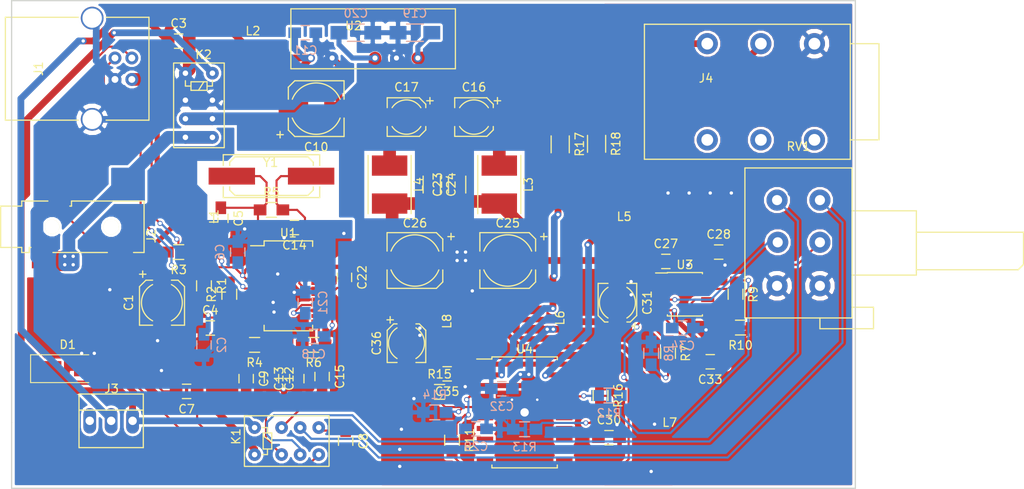
<source format=kicad_pcb>
(kicad_pcb (version 4) (host pcbnew 4.0.6)

  (general
    (links 156)
    (no_connects 0)
    (area 12.124999 12.124999 112.275001 70.075001)
    (thickness 1.6)
    (drawings 6)
    (tracks 777)
    (zones 0)
    (modules 76)
    (nets 64)
  )

  (page A4)
  (layers
    (0 F.Cu signal)
    (31 B.Cu signal)
    (32 B.Adhes user)
    (33 F.Adhes user)
    (34 B.Paste user)
    (35 F.Paste user)
    (36 B.SilkS user)
    (37 F.SilkS user)
    (38 B.Mask user)
    (39 F.Mask user)
    (40 Dwgs.User user)
    (41 Cmts.User user)
    (42 Eco1.User user)
    (43 Eco2.User user)
    (44 Edge.Cuts user)
    (45 Margin user)
    (46 B.CrtYd user)
    (47 F.CrtYd user)
    (48 B.Fab user hide)
    (49 F.Fab user hide)
  )

  (setup
    (last_trace_width 0.4)
    (user_trace_width 0.2)
    (user_trace_width 0.25)
    (user_trace_width 0.6)
    (user_trace_width 0.8)
    (user_trace_width 1.5)
    (trace_clearance 0.2)
    (zone_clearance 0.3)
    (zone_45_only no)
    (trace_min 0.2)
    (segment_width 0.2)
    (edge_width 0.15)
    (via_size 0.6)
    (via_drill 0.4)
    (via_min_size 0.4)
    (via_min_drill 0.3)
    (user_via 0.5 0.3)
    (user_via 1.3 1)
    (uvia_size 0.3)
    (uvia_drill 0.1)
    (uvias_allowed no)
    (uvia_min_size 0.2)
    (uvia_min_drill 0.1)
    (pcb_text_width 0.3)
    (pcb_text_size 1.5 1.5)
    (mod_edge_width 0.15)
    (mod_text_size 1 1)
    (mod_text_width 0.15)
    (pad_size 1.524 1.524)
    (pad_drill 0.762)
    (pad_to_mask_clearance 0.2)
    (aux_axis_origin 0 0)
    (visible_elements FFFFFFFF)
    (pcbplotparams
      (layerselection 0x00030_80000001)
      (usegerberextensions false)
      (excludeedgelayer true)
      (linewidth 0.100000)
      (plotframeref false)
      (viasonmask false)
      (mode 1)
      (useauxorigin false)
      (hpglpennumber 1)
      (hpglpenspeed 20)
      (hpglpendiameter 15)
      (hpglpenoverlay 2)
      (psnegative false)
      (psa4output false)
      (plotreference true)
      (plotvalue true)
      (plotinvisibletext false)
      (padsonsilk false)
      (subtractmaskfromsilk false)
      (outputformat 1)
      (mirror false)
      (drillshape 1)
      (scaleselection 1)
      (outputdirectory ""))
  )

  (net 0 "")
  (net 1 Earth)
  (net 2 "Net-(C1-Pad1)")
  (net 3 +5V)
  (net 4 "Net-(C4-Pad2)")
  (net 5 "Net-(C5-Pad1)")
  (net 6 +3V3)
  (net 7 "Net-(C7-Pad2)")
  (net 8 "Net-(C7-Pad1)")
  (net 9 "Net-(C8-Pad2)")
  (net 10 "Net-(C8-Pad1)")
  (net 11 /LUSB)
  (net 12 "Net-(C9-Pad1)")
  (net 13 "Net-(C10-Pad1)")
  (net 14 "Net-(C12-Pad1)")
  (net 15 "Net-(C13-Pad2)")
  (net 16 "Net-(C14-Pad1)")
  (net 17 /RUSB)
  (net 18 "Net-(C15-Pad1)")
  (net 19 GNDPWR)
  (net 20 "Net-(C16-Pad1)")
  (net 21 "Net-(C17-Pad2)")
  (net 22 "Net-(C18-Pad2)")
  (net 23 "Net-(C21-Pad1)")
  (net 24 "Net-(C22-Pad2)")
  (net 25 +12V)
  (net 26 -12V)
  (net 27 "Net-(C27-Pad1)")
  (net 28 "Net-(C29-Pad1)")
  (net 29 "Net-(C30-Pad1)")
  (net 30 "Net-(C31-Pad1)")
  (net 31 "Net-(C33-Pad2)")
  (net 32 "Net-(C35-Pad2)")
  (net 33 "Net-(D1-Pad1)")
  (net 34 /D+)
  (net 35 /D-)
  (net 36 GNDA)
  (net 37 "Net-(J3-Pad1)")
  (net 38 "Net-(J4-Pad4)")
  (net 39 "Net-(J4-Pad5)")
  (net 40 "Net-(J4-Pad6)")
  (net 41 "Net-(J4-Pad3)")
  (net 42 "Net-(J4-Pad2)")
  (net 43 "Net-(K1-Pad6)")
  (net 44 "Net-(K1-Pad3)")
  (net 45 "Net-(R2-Pad2)")
  (net 46 "Net-(R3-Pad1)")
  (net 47 "Net-(R7-Pad2)")
  (net 48 "Net-(R11-Pad2)")
  (net 49 "Net-(R10-Pad2)")
  (net 50 "Net-(R12-Pad2)")
  (net 51 "Net-(R13-Pad2)")
  (net 52 "Net-(R14-Pad1)")
  (net 53 "Net-(R15-Pad2)")
  (net 54 "Net-(R16-Pad1)")
  (net 55 "Net-(RV1-Pad12)")
  (net 56 "Net-(RV1-Pad22)")
  (net 57 "Net-(U1-Pad27)")
  (net 58 "Net-(U1-Pad24)")
  (net 59 "Net-(U1-Pad23)")
  (net 60 "Net-(U1-Pad22)")
  (net 61 "Net-(U1-Pad5)")
  (net 62 "Net-(U1-Pad3)")
  (net 63 "Net-(U1-Pad2)")

  (net_class Default "This is the default net class."
    (clearance 0.2)
    (trace_width 0.4)
    (via_dia 0.6)
    (via_drill 0.4)
    (uvia_dia 0.3)
    (uvia_drill 0.1)
    (add_net +12V)
    (add_net +3V3)
    (add_net +5V)
    (add_net -12V)
    (add_net /D+)
    (add_net /D-)
    (add_net /LUSB)
    (add_net /RUSB)
    (add_net Earth)
    (add_net GNDA)
    (add_net GNDPWR)
    (add_net "Net-(C1-Pad1)")
    (add_net "Net-(C10-Pad1)")
    (add_net "Net-(C12-Pad1)")
    (add_net "Net-(C13-Pad2)")
    (add_net "Net-(C14-Pad1)")
    (add_net "Net-(C15-Pad1)")
    (add_net "Net-(C16-Pad1)")
    (add_net "Net-(C17-Pad2)")
    (add_net "Net-(C18-Pad2)")
    (add_net "Net-(C21-Pad1)")
    (add_net "Net-(C22-Pad2)")
    (add_net "Net-(C27-Pad1)")
    (add_net "Net-(C29-Pad1)")
    (add_net "Net-(C30-Pad1)")
    (add_net "Net-(C31-Pad1)")
    (add_net "Net-(C33-Pad2)")
    (add_net "Net-(C35-Pad2)")
    (add_net "Net-(C4-Pad2)")
    (add_net "Net-(C5-Pad1)")
    (add_net "Net-(C7-Pad1)")
    (add_net "Net-(C7-Pad2)")
    (add_net "Net-(C8-Pad1)")
    (add_net "Net-(C8-Pad2)")
    (add_net "Net-(C9-Pad1)")
    (add_net "Net-(D1-Pad1)")
    (add_net "Net-(J3-Pad1)")
    (add_net "Net-(J4-Pad2)")
    (add_net "Net-(J4-Pad3)")
    (add_net "Net-(J4-Pad4)")
    (add_net "Net-(J4-Pad5)")
    (add_net "Net-(J4-Pad6)")
    (add_net "Net-(K1-Pad3)")
    (add_net "Net-(K1-Pad6)")
    (add_net "Net-(R10-Pad2)")
    (add_net "Net-(R11-Pad2)")
    (add_net "Net-(R12-Pad2)")
    (add_net "Net-(R13-Pad2)")
    (add_net "Net-(R14-Pad1)")
    (add_net "Net-(R15-Pad2)")
    (add_net "Net-(R16-Pad1)")
    (add_net "Net-(R2-Pad2)")
    (add_net "Net-(R3-Pad1)")
    (add_net "Net-(R7-Pad2)")
    (add_net "Net-(RV1-Pad12)")
    (add_net "Net-(RV1-Pad22)")
    (add_net "Net-(U1-Pad2)")
    (add_net "Net-(U1-Pad22)")
    (add_net "Net-(U1-Pad23)")
    (add_net "Net-(U1-Pad24)")
    (add_net "Net-(U1-Pad27)")
    (add_net "Net-(U1-Pad3)")
    (add_net "Net-(U1-Pad5)")
  )

  (module Capacitors_SMD:c_elec_5x5.3 (layer F.Cu) (tedit 57FA44CE) (tstamp 593897C8)
    (at 30 48 270)
    (descr "SMT capacitor, aluminium electrolytic, 5x5.3")
    (path /5934B839)
    (attr smd)
    (fp_text reference C1 (at 0 3.9243 270) (layer F.SilkS)
      (effects (font (size 1 1) (thickness 0.15)))
    )
    (fp_text value 10u (at 0 -3.9243 270) (layer F.Fab)
      (effects (font (size 1 1) (thickness 0.15)))
    )
    (fp_line (start -1.905 2.6416) (end 2.667 2.6416) (layer F.SilkS) (width 0.15))
    (fp_line (start -2.667 1.8796) (end -1.905 2.6416) (layer F.SilkS) (width 0.15))
    (fp_line (start -1.905 -2.6924) (end -2.667 -1.9304) (layer F.SilkS) (width 0.15))
    (fp_line (start 2.667 -2.6924) (end -1.905 -2.6924) (layer F.SilkS) (width 0.15))
    (fp_line (start 3.95 2.9746) (end 3.95 -3.0254) (layer F.CrtYd) (width 0.05))
    (fp_line (start -3.95 2.9746) (end 3.95 2.9746) (layer F.CrtYd) (width 0.05))
    (fp_line (start -3.95 -3.0254) (end -3.95 2.9746) (layer F.CrtYd) (width 0.05))
    (fp_line (start 3.95 -3.0254) (end -3.95 -3.0254) (layer F.CrtYd) (width 0.05))
    (fp_text user + (at -3.3782 2.3368 270) (layer F.SilkS)
      (effects (font (size 1 1) (thickness 0.15)))
    )
    (fp_line (start -2.667 -1.9304) (end -2.667 -1.143) (layer F.SilkS) (width 0.15))
    (fp_line (start -2.667 1.8796) (end -2.667 1.0922) (layer F.SilkS) (width 0.15))
    (fp_line (start 2.667 2.6416) (end 2.667 1.0922) (layer F.SilkS) (width 0.15))
    (fp_line (start 2.667 -2.6924) (end 2.667 -1.143) (layer F.SilkS) (width 0.15))
    (fp_arc (start 0 0) (end -2.1463 -1.143) (angle 123.9080412) (layer F.SilkS) (width 0.15))
    (fp_arc (start 0 0) (end 2.1463 1.0922) (angle 126.0493302) (layer F.SilkS) (width 0.15))
    (fp_line (start 2.5146 -2.54) (end -1.8415 -2.54) (layer F.Fab) (width 0.15))
    (fp_line (start -1.8415 -2.54) (end -2.5146 -1.8669) (layer F.Fab) (width 0.15))
    (fp_line (start -2.5146 -1.8669) (end -2.5146 1.8161) (layer F.Fab) (width 0.15))
    (fp_line (start -2.5146 1.8161) (end -1.8415 2.4892) (layer F.Fab) (width 0.15))
    (fp_line (start -1.8415 2.4892) (end 2.5146 2.4892) (layer F.Fab) (width 0.15))
    (fp_line (start 2.5146 2.4892) (end 2.5146 -2.54) (layer F.Fab) (width 0.15))
    (fp_text user + (at -1.3716 -0.0762 270) (layer F.Fab)
      (effects (font (size 1 1) (thickness 0.15)))
    )
    (pad 2 smd rect (at 2.2 0 90) (size 3 1.6) (layers F.Cu F.Paste F.Mask)
      (net 1 Earth))
    (pad 1 smd rect (at -2.2 0 90) (size 3 1.6) (layers F.Cu F.Paste F.Mask)
      (net 2 "Net-(C1-Pad1)"))
    (model Capacitors_SMD.3dshapes/c_elec_5x5.3.wrl
      (at (xyz 0 0 0))
      (scale (xyz 1 1 1))
      (rotate (xyz 0 0 180))
    )
  )

  (module Capacitors_SMD:C_0805_HandSoldering (layer B.Cu) (tedit 541A9B8D) (tstamp 593897CE)
    (at 35 53 90)
    (descr "Capacitor SMD 0805, hand soldering")
    (tags "capacitor 0805")
    (path /5934BF3E)
    (attr smd)
    (fp_text reference C2 (at 0 2.1 90) (layer B.SilkS)
      (effects (font (size 1 1) (thickness 0.15)) (justify mirror))
    )
    (fp_text value 100n (at 0 -2.1 90) (layer B.Fab)
      (effects (font (size 1 1) (thickness 0.15)) (justify mirror))
    )
    (fp_line (start -0.5 -0.85) (end 0.5 -0.85) (layer B.SilkS) (width 0.15))
    (fp_line (start 0.5 0.85) (end -0.5 0.85) (layer B.SilkS) (width 0.15))
    (fp_line (start 2.3 1) (end 2.3 -1) (layer B.CrtYd) (width 0.05))
    (fp_line (start -2.3 1) (end -2.3 -1) (layer B.CrtYd) (width 0.05))
    (fp_line (start -2.3 -1) (end 2.3 -1) (layer B.CrtYd) (width 0.05))
    (fp_line (start -2.3 1) (end 2.3 1) (layer B.CrtYd) (width 0.05))
    (fp_line (start -1 0.625) (end 1 0.625) (layer B.Fab) (width 0.15))
    (fp_line (start 1 0.625) (end 1 -0.625) (layer B.Fab) (width 0.15))
    (fp_line (start 1 -0.625) (end -1 -0.625) (layer B.Fab) (width 0.15))
    (fp_line (start -1 -0.625) (end -1 0.625) (layer B.Fab) (width 0.15))
    (pad 2 smd rect (at 1.25 0 90) (size 1.5 1.25) (layers B.Cu B.Paste B.Mask)
      (net 2 "Net-(C1-Pad1)"))
    (pad 1 smd rect (at -1.25 0 90) (size 1.5 1.25) (layers B.Cu B.Paste B.Mask)
      (net 1 Earth))
    (model Capacitors_SMD.3dshapes/C_0805_HandSoldering.wrl
      (at (xyz 0 0 0))
      (scale (xyz 1 1 1))
      (rotate (xyz 0 0 0))
    )
  )

  (module Capacitors_SMD:C_0805_HandSoldering (layer F.Cu) (tedit 541A9B8D) (tstamp 593897D4)
    (at 32 17)
    (descr "Capacitor SMD 0805, hand soldering")
    (tags "capacitor 0805")
    (path /59305590)
    (attr smd)
    (fp_text reference C3 (at 0 -2.1) (layer F.SilkS)
      (effects (font (size 1 1) (thickness 0.15)))
    )
    (fp_text value 200n (at 0 2.1) (layer F.Fab)
      (effects (font (size 1 1) (thickness 0.15)))
    )
    (fp_line (start -0.5 0.85) (end 0.5 0.85) (layer F.SilkS) (width 0.15))
    (fp_line (start 0.5 -0.85) (end -0.5 -0.85) (layer F.SilkS) (width 0.15))
    (fp_line (start 2.3 -1) (end 2.3 1) (layer F.CrtYd) (width 0.05))
    (fp_line (start -2.3 -1) (end -2.3 1) (layer F.CrtYd) (width 0.05))
    (fp_line (start -2.3 1) (end 2.3 1) (layer F.CrtYd) (width 0.05))
    (fp_line (start -2.3 -1) (end 2.3 -1) (layer F.CrtYd) (width 0.05))
    (fp_line (start -1 -0.625) (end 1 -0.625) (layer F.Fab) (width 0.15))
    (fp_line (start 1 -0.625) (end 1 0.625) (layer F.Fab) (width 0.15))
    (fp_line (start 1 0.625) (end -1 0.625) (layer F.Fab) (width 0.15))
    (fp_line (start -1 0.625) (end -1 -0.625) (layer F.Fab) (width 0.15))
    (pad 2 smd rect (at 1.25 0) (size 1.5 1.25) (layers F.Cu F.Paste F.Mask)
      (net 1 Earth))
    (pad 1 smd rect (at -1.25 0) (size 1.5 1.25) (layers F.Cu F.Paste F.Mask)
      (net 3 +5V))
    (model Capacitors_SMD.3dshapes/C_0805_HandSoldering.wrl
      (at (xyz 0 0 0))
      (scale (xyz 1 1 1))
      (rotate (xyz 0 0 0))
    )
  )

  (module Capacitors_SMD:C_0805_HandSoldering (layer F.Cu) (tedit 541A9B8D) (tstamp 593897DA)
    (at 35.75 51)
    (descr "Capacitor SMD 0805, hand soldering")
    (tags "capacitor 0805")
    (path /5934A4BD)
    (attr smd)
    (fp_text reference C4 (at 0 -2.1) (layer F.SilkS)
      (effects (font (size 1 1) (thickness 0.15)))
    )
    (fp_text value 1u (at 0 2.1) (layer F.Fab)
      (effects (font (size 1 1) (thickness 0.15)))
    )
    (fp_line (start -0.5 0.85) (end 0.5 0.85) (layer F.SilkS) (width 0.15))
    (fp_line (start 0.5 -0.85) (end -0.5 -0.85) (layer F.SilkS) (width 0.15))
    (fp_line (start 2.3 -1) (end 2.3 1) (layer F.CrtYd) (width 0.05))
    (fp_line (start -2.3 -1) (end -2.3 1) (layer F.CrtYd) (width 0.05))
    (fp_line (start -2.3 1) (end 2.3 1) (layer F.CrtYd) (width 0.05))
    (fp_line (start -2.3 -1) (end 2.3 -1) (layer F.CrtYd) (width 0.05))
    (fp_line (start -1 -0.625) (end 1 -0.625) (layer F.Fab) (width 0.15))
    (fp_line (start 1 -0.625) (end 1 0.625) (layer F.Fab) (width 0.15))
    (fp_line (start 1 0.625) (end -1 0.625) (layer F.Fab) (width 0.15))
    (fp_line (start -1 0.625) (end -1 -0.625) (layer F.Fab) (width 0.15))
    (pad 2 smd rect (at 1.25 0) (size 1.5 1.25) (layers F.Cu F.Paste F.Mask)
      (net 4 "Net-(C4-Pad2)"))
    (pad 1 smd rect (at -1.25 0) (size 1.5 1.25) (layers F.Cu F.Paste F.Mask)
      (net 1 Earth))
    (model Capacitors_SMD.3dshapes/C_0805_HandSoldering.wrl
      (at (xyz 0 0 0))
      (scale (xyz 1 1 1))
      (rotate (xyz 0 0 0))
    )
  )

  (module Capacitors_SMD:C_0805_HandSoldering (layer F.Cu) (tedit 541A9B8D) (tstamp 593897E0)
    (at 37 38 270)
    (descr "Capacitor SMD 0805, hand soldering")
    (tags "capacitor 0805")
    (path /59348C90)
    (attr smd)
    (fp_text reference C5 (at 0 -2.1 270) (layer F.SilkS)
      (effects (font (size 1 1) (thickness 0.15)))
    )
    (fp_text value 27p (at 0 2.1 270) (layer F.Fab)
      (effects (font (size 1 1) (thickness 0.15)))
    )
    (fp_line (start -0.5 0.85) (end 0.5 0.85) (layer F.SilkS) (width 0.15))
    (fp_line (start 0.5 -0.85) (end -0.5 -0.85) (layer F.SilkS) (width 0.15))
    (fp_line (start 2.3 -1) (end 2.3 1) (layer F.CrtYd) (width 0.05))
    (fp_line (start -2.3 -1) (end -2.3 1) (layer F.CrtYd) (width 0.05))
    (fp_line (start -2.3 1) (end 2.3 1) (layer F.CrtYd) (width 0.05))
    (fp_line (start -2.3 -1) (end 2.3 -1) (layer F.CrtYd) (width 0.05))
    (fp_line (start -1 -0.625) (end 1 -0.625) (layer F.Fab) (width 0.15))
    (fp_line (start 1 -0.625) (end 1 0.625) (layer F.Fab) (width 0.15))
    (fp_line (start 1 0.625) (end -1 0.625) (layer F.Fab) (width 0.15))
    (fp_line (start -1 0.625) (end -1 -0.625) (layer F.Fab) (width 0.15))
    (pad 2 smd rect (at 1.25 0 270) (size 1.5 1.25) (layers F.Cu F.Paste F.Mask)
      (net 1 Earth))
    (pad 1 smd rect (at -1.25 0 270) (size 1.5 1.25) (layers F.Cu F.Paste F.Mask)
      (net 5 "Net-(C5-Pad1)"))
    (model Capacitors_SMD.3dshapes/C_0805_HandSoldering.wrl
      (at (xyz 0 0 0))
      (scale (xyz 1 1 1))
      (rotate (xyz 0 0 0))
    )
  )

  (module Capacitors_SMD:C_0805_HandSoldering (layer B.Cu) (tedit 541A9B8D) (tstamp 593897E6)
    (at 39 42 270)
    (descr "Capacitor SMD 0805, hand soldering")
    (tags "capacitor 0805")
    (path /5934D473)
    (attr smd)
    (fp_text reference C6 (at 0 2.1 270) (layer B.SilkS)
      (effects (font (size 1 1) (thickness 0.15)) (justify mirror))
    )
    (fp_text value 200n (at 0 -2.1 270) (layer B.Fab)
      (effects (font (size 1 1) (thickness 0.15)) (justify mirror))
    )
    (fp_line (start -0.5 -0.85) (end 0.5 -0.85) (layer B.SilkS) (width 0.15))
    (fp_line (start 0.5 0.85) (end -0.5 0.85) (layer B.SilkS) (width 0.15))
    (fp_line (start 2.3 1) (end 2.3 -1) (layer B.CrtYd) (width 0.05))
    (fp_line (start -2.3 1) (end -2.3 -1) (layer B.CrtYd) (width 0.05))
    (fp_line (start -2.3 -1) (end 2.3 -1) (layer B.CrtYd) (width 0.05))
    (fp_line (start -2.3 1) (end 2.3 1) (layer B.CrtYd) (width 0.05))
    (fp_line (start -1 0.625) (end 1 0.625) (layer B.Fab) (width 0.15))
    (fp_line (start 1 0.625) (end 1 -0.625) (layer B.Fab) (width 0.15))
    (fp_line (start 1 -0.625) (end -1 -0.625) (layer B.Fab) (width 0.15))
    (fp_line (start -1 -0.625) (end -1 0.625) (layer B.Fab) (width 0.15))
    (pad 2 smd rect (at 1.25 0 270) (size 1.5 1.25) (layers B.Cu B.Paste B.Mask)
      (net 6 +3V3))
    (pad 1 smd rect (at -1.25 0 270) (size 1.5 1.25) (layers B.Cu B.Paste B.Mask)
      (net 1 Earth))
    (model Capacitors_SMD.3dshapes/C_0805_HandSoldering.wrl
      (at (xyz 0 0 0))
      (scale (xyz 1 1 1))
      (rotate (xyz 0 0 0))
    )
  )

  (module Capacitors_SMD:C_0805_HandSoldering (layer F.Cu) (tedit 541A9B8D) (tstamp 593897EC)
    (at 32.94 58.51 180)
    (descr "Capacitor SMD 0805, hand soldering")
    (tags "capacitor 0805")
    (path /5935AC3B)
    (attr smd)
    (fp_text reference C7 (at 0 -2.1 180) (layer F.SilkS)
      (effects (font (size 1 1) (thickness 0.15)))
    )
    (fp_text value 1u (at 0 2.1 180) (layer F.Fab)
      (effects (font (size 1 1) (thickness 0.15)))
    )
    (fp_line (start -0.5 0.85) (end 0.5 0.85) (layer F.SilkS) (width 0.15))
    (fp_line (start 0.5 -0.85) (end -0.5 -0.85) (layer F.SilkS) (width 0.15))
    (fp_line (start 2.3 -1) (end 2.3 1) (layer F.CrtYd) (width 0.05))
    (fp_line (start -2.3 -1) (end -2.3 1) (layer F.CrtYd) (width 0.05))
    (fp_line (start -2.3 1) (end 2.3 1) (layer F.CrtYd) (width 0.05))
    (fp_line (start -2.3 -1) (end 2.3 -1) (layer F.CrtYd) (width 0.05))
    (fp_line (start -1 -0.625) (end 1 -0.625) (layer F.Fab) (width 0.15))
    (fp_line (start 1 -0.625) (end 1 0.625) (layer F.Fab) (width 0.15))
    (fp_line (start 1 0.625) (end -1 0.625) (layer F.Fab) (width 0.15))
    (fp_line (start -1 0.625) (end -1 -0.625) (layer F.Fab) (width 0.15))
    (pad 2 smd rect (at 1.25 0 180) (size 1.5 1.25) (layers F.Cu F.Paste F.Mask)
      (net 7 "Net-(C7-Pad2)"))
    (pad 1 smd rect (at -1.25 0 180) (size 1.5 1.25) (layers F.Cu F.Paste F.Mask)
      (net 8 "Net-(C7-Pad1)"))
    (model Capacitors_SMD.3dshapes/C_0805_HandSoldering.wrl
      (at (xyz 0 0 0))
      (scale (xyz 1 1 1))
      (rotate (xyz 0 0 0))
    )
  )

  (module Capacitors_SMD:C_0805_HandSoldering (layer F.Cu) (tedit 541A9B8D) (tstamp 593897F2)
    (at 51.79 64.41 270)
    (descr "Capacitor SMD 0805, hand soldering")
    (tags "capacitor 0805")
    (path /5935A9B7)
    (attr smd)
    (fp_text reference C8 (at 0 -2.1 270) (layer F.SilkS)
      (effects (font (size 1 1) (thickness 0.15)))
    )
    (fp_text value 1u (at 0 2.1 270) (layer F.Fab)
      (effects (font (size 1 1) (thickness 0.15)))
    )
    (fp_line (start -0.5 0.85) (end 0.5 0.85) (layer F.SilkS) (width 0.15))
    (fp_line (start 0.5 -0.85) (end -0.5 -0.85) (layer F.SilkS) (width 0.15))
    (fp_line (start 2.3 -1) (end 2.3 1) (layer F.CrtYd) (width 0.05))
    (fp_line (start -2.3 -1) (end -2.3 1) (layer F.CrtYd) (width 0.05))
    (fp_line (start -2.3 1) (end 2.3 1) (layer F.CrtYd) (width 0.05))
    (fp_line (start -2.3 -1) (end 2.3 -1) (layer F.CrtYd) (width 0.05))
    (fp_line (start -1 -0.625) (end 1 -0.625) (layer F.Fab) (width 0.15))
    (fp_line (start 1 -0.625) (end 1 0.625) (layer F.Fab) (width 0.15))
    (fp_line (start 1 0.625) (end -1 0.625) (layer F.Fab) (width 0.15))
    (fp_line (start -1 0.625) (end -1 -0.625) (layer F.Fab) (width 0.15))
    (pad 2 smd rect (at 1.25 0 270) (size 1.5 1.25) (layers F.Cu F.Paste F.Mask)
      (net 9 "Net-(C8-Pad2)"))
    (pad 1 smd rect (at -1.25 0 270) (size 1.5 1.25) (layers F.Cu F.Paste F.Mask)
      (net 10 "Net-(C8-Pad1)"))
    (model Capacitors_SMD.3dshapes/C_0805_HandSoldering.wrl
      (at (xyz 0 0 0))
      (scale (xyz 1 1 1))
      (rotate (xyz 0 0 0))
    )
  )

  (module Capacitors_SMD:C_0805_HandSoldering (layer F.Cu) (tedit 541A9B8D) (tstamp 593897F8)
    (at 40 57 270)
    (descr "Capacitor SMD 0805, hand soldering")
    (tags "capacitor 0805")
    (path /593501B5)
    (attr smd)
    (fp_text reference C9 (at 0 -2.1 270) (layer F.SilkS)
      (effects (font (size 1 1) (thickness 0.15)))
    )
    (fp_text value 1u (at 0 2.1 270) (layer F.Fab)
      (effects (font (size 1 1) (thickness 0.15)))
    )
    (fp_line (start -0.5 0.85) (end 0.5 0.85) (layer F.SilkS) (width 0.15))
    (fp_line (start 0.5 -0.85) (end -0.5 -0.85) (layer F.SilkS) (width 0.15))
    (fp_line (start 2.3 -1) (end 2.3 1) (layer F.CrtYd) (width 0.05))
    (fp_line (start -2.3 -1) (end -2.3 1) (layer F.CrtYd) (width 0.05))
    (fp_line (start -2.3 1) (end 2.3 1) (layer F.CrtYd) (width 0.05))
    (fp_line (start -2.3 -1) (end 2.3 -1) (layer F.CrtYd) (width 0.05))
    (fp_line (start -1 -0.625) (end 1 -0.625) (layer F.Fab) (width 0.15))
    (fp_line (start 1 -0.625) (end 1 0.625) (layer F.Fab) (width 0.15))
    (fp_line (start 1 0.625) (end -1 0.625) (layer F.Fab) (width 0.15))
    (fp_line (start -1 0.625) (end -1 -0.625) (layer F.Fab) (width 0.15))
    (pad 2 smd rect (at 1.25 0 270) (size 1.5 1.25) (layers F.Cu F.Paste F.Mask)
      (net 11 /LUSB))
    (pad 1 smd rect (at -1.25 0 270) (size 1.5 1.25) (layers F.Cu F.Paste F.Mask)
      (net 12 "Net-(C9-Pad1)"))
    (model Capacitors_SMD.3dshapes/C_0805_HandSoldering.wrl
      (at (xyz 0 0 0))
      (scale (xyz 1 1 1))
      (rotate (xyz 0 0 0))
    )
  )

  (module Capacitors_SMD:c_elec_6.3x5.3 (layer F.Cu) (tedit 57FA457B) (tstamp 593897FE)
    (at 48.3 25)
    (descr "SMT capacitor, aluminium electrolytic, 6.3x5.3")
    (path /593055F7)
    (attr smd)
    (fp_text reference C10 (at 0 4.5593) (layer F.SilkS)
      (effects (font (size 1 1) (thickness 0.15)))
    )
    (fp_text value 100u (at 0 -4.5593) (layer F.Fab)
      (effects (font (size 1 1) (thickness 0.15)))
    )
    (fp_line (start -2.54 -3.302) (end 3.302 -3.302) (layer F.SilkS) (width 0.15))
    (fp_line (start -3.302 -2.54) (end -2.54 -3.302) (layer F.SilkS) (width 0.15))
    (fp_line (start -2.54 3.302) (end -3.302 2.54) (layer F.SilkS) (width 0.15))
    (fp_line (start 3.302 3.302) (end -2.54 3.302) (layer F.SilkS) (width 0.15))
    (fp_line (start 4.85 3.65) (end 4.85 -3.65) (layer F.CrtYd) (width 0.05))
    (fp_line (start -4.85 3.65) (end 4.85 3.65) (layer F.CrtYd) (width 0.05))
    (fp_line (start -4.85 -3.65) (end -4.85 3.65) (layer F.CrtYd) (width 0.05))
    (fp_line (start 4.85 -3.65) (end -4.85 -3.65) (layer F.CrtYd) (width 0.05))
    (fp_text user + (at -4.2799 3.0099) (layer F.SilkS)
      (effects (font (size 1 1) (thickness 0.15)))
    )
    (fp_line (start -3.302 -2.54) (end -3.302 -1.1176) (layer F.SilkS) (width 0.15))
    (fp_line (start -3.302 2.54) (end -3.302 1.1176) (layer F.SilkS) (width 0.15))
    (fp_line (start 3.302 -3.302) (end 3.302 -1.1176) (layer F.SilkS) (width 0.15))
    (fp_line (start 3.302 3.302) (end 3.302 1.1176) (layer F.SilkS) (width 0.15))
    (fp_arc (start 0 0) (end -2.8321 -1.1176) (angle 136.9297483) (layer F.SilkS) (width 0.15))
    (fp_arc (start 0 0) (end 2.8321 1.1176) (angle 136.9700905) (layer F.SilkS) (width 0.15))
    (fp_text user + (at -1.7526 -0.0762) (layer F.Fab)
      (effects (font (size 1 1) (thickness 0.15)))
    )
    (fp_line (start 3.1496 -3.1496) (end -2.4765 -3.1496) (layer F.Fab) (width 0.15))
    (fp_line (start -2.4765 -3.1496) (end -3.1496 -2.4765) (layer F.Fab) (width 0.15))
    (fp_line (start -3.1496 -2.4765) (end -3.1496 2.4765) (layer F.Fab) (width 0.15))
    (fp_line (start -3.1496 2.4765) (end -2.4765 3.1496) (layer F.Fab) (width 0.15))
    (fp_line (start -2.4765 3.1496) (end 3.1496 3.1496) (layer F.Fab) (width 0.15))
    (fp_line (start 3.1496 3.1496) (end 3.1496 -3.1496) (layer F.Fab) (width 0.15))
    (pad 2 smd rect (at 2.7 0 180) (size 3.5 1.6) (layers F.Cu F.Paste F.Mask)
      (net 1 Earth))
    (pad 1 smd rect (at -2.7 0 180) (size 3.5 1.6) (layers F.Cu F.Paste F.Mask)
      (net 13 "Net-(C10-Pad1)"))
    (model Capacitors_SMD.3dshapes/c_elec_6.3x5.3.wrl
      (at (xyz 0 0 0))
      (scale (xyz 1 1 1))
      (rotate (xyz 0 0 180))
    )
  )

  (module Capacitors_SMD:C_0805_HandSoldering (layer B.Cu) (tedit 541A9B8D) (tstamp 59389804)
    (at 47 16)
    (descr "Capacitor SMD 0805, hand soldering")
    (tags "capacitor 0805")
    (path /5930565F)
    (attr smd)
    (fp_text reference C11 (at 0 2.1) (layer B.SilkS)
      (effects (font (size 1 1) (thickness 0.15)) (justify mirror))
    )
    (fp_text value 100n (at 0 -2.1) (layer B.Fab)
      (effects (font (size 1 1) (thickness 0.15)) (justify mirror))
    )
    (fp_line (start -0.5 -0.85) (end 0.5 -0.85) (layer B.SilkS) (width 0.15))
    (fp_line (start 0.5 0.85) (end -0.5 0.85) (layer B.SilkS) (width 0.15))
    (fp_line (start 2.3 1) (end 2.3 -1) (layer B.CrtYd) (width 0.05))
    (fp_line (start -2.3 1) (end -2.3 -1) (layer B.CrtYd) (width 0.05))
    (fp_line (start -2.3 -1) (end 2.3 -1) (layer B.CrtYd) (width 0.05))
    (fp_line (start -2.3 1) (end 2.3 1) (layer B.CrtYd) (width 0.05))
    (fp_line (start -1 0.625) (end 1 0.625) (layer B.Fab) (width 0.15))
    (fp_line (start 1 0.625) (end 1 -0.625) (layer B.Fab) (width 0.15))
    (fp_line (start 1 -0.625) (end -1 -0.625) (layer B.Fab) (width 0.15))
    (fp_line (start -1 -0.625) (end -1 0.625) (layer B.Fab) (width 0.15))
    (pad 2 smd rect (at 1.25 0) (size 1.5 1.25) (layers B.Cu B.Paste B.Mask)
      (net 1 Earth))
    (pad 1 smd rect (at -1.25 0) (size 1.5 1.25) (layers B.Cu B.Paste B.Mask)
      (net 13 "Net-(C10-Pad1)"))
    (model Capacitors_SMD.3dshapes/C_0805_HandSoldering.wrl
      (at (xyz 0 0 0))
      (scale (xyz 1 1 1))
      (rotate (xyz 0 0 0))
    )
  )

  (module Capacitors_SMD:C_0805_HandSoldering (layer F.Cu) (tedit 541A9B8D) (tstamp 5938980A)
    (at 43 57 270)
    (descr "Capacitor SMD 0805, hand soldering")
    (tags "capacitor 0805")
    (path /5934FA03)
    (attr smd)
    (fp_text reference C12 (at 0 -2.1 270) (layer F.SilkS)
      (effects (font (size 1 1) (thickness 0.15)))
    )
    (fp_text value 22n (at 0 2.1 270) (layer F.Fab)
      (effects (font (size 1 1) (thickness 0.15)))
    )
    (fp_line (start -0.5 0.85) (end 0.5 0.85) (layer F.SilkS) (width 0.15))
    (fp_line (start 0.5 -0.85) (end -0.5 -0.85) (layer F.SilkS) (width 0.15))
    (fp_line (start 2.3 -1) (end 2.3 1) (layer F.CrtYd) (width 0.05))
    (fp_line (start -2.3 -1) (end -2.3 1) (layer F.CrtYd) (width 0.05))
    (fp_line (start -2.3 1) (end 2.3 1) (layer F.CrtYd) (width 0.05))
    (fp_line (start -2.3 -1) (end 2.3 -1) (layer F.CrtYd) (width 0.05))
    (fp_line (start -1 -0.625) (end 1 -0.625) (layer F.Fab) (width 0.15))
    (fp_line (start 1 -0.625) (end 1 0.625) (layer F.Fab) (width 0.15))
    (fp_line (start 1 0.625) (end -1 0.625) (layer F.Fab) (width 0.15))
    (fp_line (start -1 0.625) (end -1 -0.625) (layer F.Fab) (width 0.15))
    (pad 2 smd rect (at 1.25 0 270) (size 1.5 1.25) (layers F.Cu F.Paste F.Mask)
      (net 1 Earth))
    (pad 1 smd rect (at -1.25 0 270) (size 1.5 1.25) (layers F.Cu F.Paste F.Mask)
      (net 14 "Net-(C12-Pad1)"))
    (model Capacitors_SMD.3dshapes/C_0805_HandSoldering.wrl
      (at (xyz 0 0 0))
      (scale (xyz 1 1 1))
      (rotate (xyz 0 0 0))
    )
  )

  (module Capacitors_SMD:C_0805_HandSoldering (layer F.Cu) (tedit 541A9B8D) (tstamp 59389810)
    (at 46 57 90)
    (descr "Capacitor SMD 0805, hand soldering")
    (tags "capacitor 0805")
    (path /5934F029)
    (attr smd)
    (fp_text reference C13 (at 0 -2.1 90) (layer F.SilkS)
      (effects (font (size 1 1) (thickness 0.15)))
    )
    (fp_text value 22n (at 0 2.1 90) (layer F.Fab)
      (effects (font (size 1 1) (thickness 0.15)))
    )
    (fp_line (start -0.5 0.85) (end 0.5 0.85) (layer F.SilkS) (width 0.15))
    (fp_line (start 0.5 -0.85) (end -0.5 -0.85) (layer F.SilkS) (width 0.15))
    (fp_line (start 2.3 -1) (end 2.3 1) (layer F.CrtYd) (width 0.05))
    (fp_line (start -2.3 -1) (end -2.3 1) (layer F.CrtYd) (width 0.05))
    (fp_line (start -2.3 1) (end 2.3 1) (layer F.CrtYd) (width 0.05))
    (fp_line (start -2.3 -1) (end 2.3 -1) (layer F.CrtYd) (width 0.05))
    (fp_line (start -1 -0.625) (end 1 -0.625) (layer F.Fab) (width 0.15))
    (fp_line (start 1 -0.625) (end 1 0.625) (layer F.Fab) (width 0.15))
    (fp_line (start 1 0.625) (end -1 0.625) (layer F.Fab) (width 0.15))
    (fp_line (start -1 0.625) (end -1 -0.625) (layer F.Fab) (width 0.15))
    (pad 2 smd rect (at 1.25 0 90) (size 1.5 1.25) (layers F.Cu F.Paste F.Mask)
      (net 15 "Net-(C13-Pad2)"))
    (pad 1 smd rect (at -1.25 0 90) (size 1.5 1.25) (layers F.Cu F.Paste F.Mask)
      (net 1 Earth))
    (model Capacitors_SMD.3dshapes/C_0805_HandSoldering.wrl
      (at (xyz 0 0 0))
      (scale (xyz 1 1 1))
      (rotate (xyz 0 0 0))
    )
  )

  (module Capacitors_SMD:C_0805_HandSoldering (layer F.Cu) (tedit 541A9B8D) (tstamp 59389816)
    (at 45.72 39.09 180)
    (descr "Capacitor SMD 0805, hand soldering")
    (tags "capacitor 0805")
    (path /59348F37)
    (attr smd)
    (fp_text reference C14 (at 0 -2.1 180) (layer F.SilkS)
      (effects (font (size 1 1) (thickness 0.15)))
    )
    (fp_text value 27p (at 0 2.1 180) (layer F.Fab)
      (effects (font (size 1 1) (thickness 0.15)))
    )
    (fp_line (start -0.5 0.85) (end 0.5 0.85) (layer F.SilkS) (width 0.15))
    (fp_line (start 0.5 -0.85) (end -0.5 -0.85) (layer F.SilkS) (width 0.15))
    (fp_line (start 2.3 -1) (end 2.3 1) (layer F.CrtYd) (width 0.05))
    (fp_line (start -2.3 -1) (end -2.3 1) (layer F.CrtYd) (width 0.05))
    (fp_line (start -2.3 1) (end 2.3 1) (layer F.CrtYd) (width 0.05))
    (fp_line (start -2.3 -1) (end 2.3 -1) (layer F.CrtYd) (width 0.05))
    (fp_line (start -1 -0.625) (end 1 -0.625) (layer F.Fab) (width 0.15))
    (fp_line (start 1 -0.625) (end 1 0.625) (layer F.Fab) (width 0.15))
    (fp_line (start 1 0.625) (end -1 0.625) (layer F.Fab) (width 0.15))
    (fp_line (start -1 0.625) (end -1 -0.625) (layer F.Fab) (width 0.15))
    (pad 2 smd rect (at 1.25 0 180) (size 1.5 1.25) (layers F.Cu F.Paste F.Mask)
      (net 1 Earth))
    (pad 1 smd rect (at -1.25 0 180) (size 1.5 1.25) (layers F.Cu F.Paste F.Mask)
      (net 16 "Net-(C14-Pad1)"))
    (model Capacitors_SMD.3dshapes/C_0805_HandSoldering.wrl
      (at (xyz 0 0 0))
      (scale (xyz 1 1 1))
      (rotate (xyz 0 0 0))
    )
  )

  (module Capacitors_SMD:C_0805_HandSoldering (layer F.Cu) (tedit 541A9B8D) (tstamp 5938981C)
    (at 49 56.75 270)
    (descr "Capacitor SMD 0805, hand soldering")
    (tags "capacitor 0805")
    (path /5934F52B)
    (attr smd)
    (fp_text reference C15 (at 0 -2.1 270) (layer F.SilkS)
      (effects (font (size 1 1) (thickness 0.15)))
    )
    (fp_text value 1u (at 0 2.1 270) (layer F.Fab)
      (effects (font (size 1 1) (thickness 0.15)))
    )
    (fp_line (start -0.5 0.85) (end 0.5 0.85) (layer F.SilkS) (width 0.15))
    (fp_line (start 0.5 -0.85) (end -0.5 -0.85) (layer F.SilkS) (width 0.15))
    (fp_line (start 2.3 -1) (end 2.3 1) (layer F.CrtYd) (width 0.05))
    (fp_line (start -2.3 -1) (end -2.3 1) (layer F.CrtYd) (width 0.05))
    (fp_line (start -2.3 1) (end 2.3 1) (layer F.CrtYd) (width 0.05))
    (fp_line (start -2.3 -1) (end 2.3 -1) (layer F.CrtYd) (width 0.05))
    (fp_line (start -1 -0.625) (end 1 -0.625) (layer F.Fab) (width 0.15))
    (fp_line (start 1 -0.625) (end 1 0.625) (layer F.Fab) (width 0.15))
    (fp_line (start 1 0.625) (end -1 0.625) (layer F.Fab) (width 0.15))
    (fp_line (start -1 0.625) (end -1 -0.625) (layer F.Fab) (width 0.15))
    (pad 2 smd rect (at 1.25 0 270) (size 1.5 1.25) (layers F.Cu F.Paste F.Mask)
      (net 17 /RUSB))
    (pad 1 smd rect (at -1.25 0 270) (size 1.5 1.25) (layers F.Cu F.Paste F.Mask)
      (net 18 "Net-(C15-Pad1)"))
    (model Capacitors_SMD.3dshapes/C_0805_HandSoldering.wrl
      (at (xyz 0 0 0))
      (scale (xyz 1 1 1))
      (rotate (xyz 0 0 0))
    )
  )

  (module Capacitors_SMD:c_elec_4x5.8 (layer F.Cu) (tedit 57FA4419) (tstamp 59389822)
    (at 67 26 180)
    (descr "SMT capacitor, aluminium electrolytic, 4x5.8")
    (path /59305A96)
    (attr smd)
    (fp_text reference C16 (at 0 3.5433 180) (layer F.SilkS)
      (effects (font (size 1 1) (thickness 0.15)))
    )
    (fp_text value 10u (at 0 -3.5433 180) (layer F.Fab)
      (effects (font (size 1 1) (thickness 0.15)))
    )
    (fp_line (start -1.524 -2.286) (end -2.286 -1.524) (layer F.SilkS) (width 0.15))
    (fp_line (start -1.524 -2.286) (end 2.286 -2.286) (layer F.SilkS) (width 0.15))
    (fp_line (start -1.524 2.286) (end -2.286 1.524) (layer F.SilkS) (width 0.15))
    (fp_line (start -1.524 2.286) (end 2.286 2.286) (layer F.SilkS) (width 0.15))
    (fp_line (start 3.35 2.65) (end 3.35 -2.65) (layer F.CrtYd) (width 0.05))
    (fp_line (start -3.35 2.65) (end 3.35 2.65) (layer F.CrtYd) (width 0.05))
    (fp_line (start -3.35 -2.65) (end -3.35 2.65) (layer F.CrtYd) (width 0.05))
    (fp_line (start 3.35 -2.65) (end -3.35 -2.65) (layer F.CrtYd) (width 0.05))
    (fp_text user + (at -2.7813 2.0066 180) (layer F.SilkS)
      (effects (font (size 1 1) (thickness 0.15)))
    )
    (fp_line (start -2.286 -1.524) (end -2.286 -1.1176) (layer F.SilkS) (width 0.15))
    (fp_line (start 2.286 -2.286) (end 2.286 -1.1176) (layer F.SilkS) (width 0.15))
    (fp_line (start 2.286 2.286) (end 2.286 1.1176) (layer F.SilkS) (width 0.15))
    (fp_line (start -2.286 1.524) (end -2.286 1.1176) (layer F.SilkS) (width 0.15))
    (fp_arc (start 0 0) (end -1.7018 -1.1176) (angle 113.4128735) (layer F.SilkS) (width 0.15))
    (fp_arc (start 0 0) (end 1.7018 1.1176) (angle 113.5052292) (layer F.SilkS) (width 0.15))
    (fp_line (start 2.1336 -2.1336) (end -1.4605 -2.1336) (layer F.Fab) (width 0.15))
    (fp_line (start -1.4605 -2.1336) (end -2.1336 -1.4605) (layer F.Fab) (width 0.15))
    (fp_line (start -2.1336 -1.4605) (end -2.1336 1.4605) (layer F.Fab) (width 0.15))
    (fp_line (start -2.1336 1.4605) (end -1.4605 2.1336) (layer F.Fab) (width 0.15))
    (fp_line (start -1.4605 2.1336) (end 2.1336 2.1336) (layer F.Fab) (width 0.15))
    (fp_line (start 2.1336 2.1336) (end 2.1336 -2.1336) (layer F.Fab) (width 0.15))
    (fp_text user + (at -1.1176 -0.0635 180) (layer F.Fab)
      (effects (font (size 1 1) (thickness 0.15)))
    )
    (pad 2 smd rect (at 1.8 0) (size 2.6 1.6) (layers F.Cu F.Paste F.Mask)
      (net 19 GNDPWR))
    (pad 1 smd rect (at -1.8 0) (size 2.6 1.6) (layers F.Cu F.Paste F.Mask)
      (net 20 "Net-(C16-Pad1)"))
    (model Capacitors_SMD.3dshapes/c_elec_4x5.8.wrl
      (at (xyz 0 0 0))
      (scale (xyz 1 1 1))
      (rotate (xyz 0 0 180))
    )
  )

  (module Capacitors_SMD:c_elec_4x5.8 (layer F.Cu) (tedit 57FA4419) (tstamp 59389828)
    (at 59 26 180)
    (descr "SMT capacitor, aluminium electrolytic, 4x5.8")
    (path /59305B29)
    (attr smd)
    (fp_text reference C17 (at 0 3.5433 180) (layer F.SilkS)
      (effects (font (size 1 1) (thickness 0.15)))
    )
    (fp_text value 10u (at 0 -3.5433 180) (layer F.Fab)
      (effects (font (size 1 1) (thickness 0.15)))
    )
    (fp_line (start -1.524 -2.286) (end -2.286 -1.524) (layer F.SilkS) (width 0.15))
    (fp_line (start -1.524 -2.286) (end 2.286 -2.286) (layer F.SilkS) (width 0.15))
    (fp_line (start -1.524 2.286) (end -2.286 1.524) (layer F.SilkS) (width 0.15))
    (fp_line (start -1.524 2.286) (end 2.286 2.286) (layer F.SilkS) (width 0.15))
    (fp_line (start 3.35 2.65) (end 3.35 -2.65) (layer F.CrtYd) (width 0.05))
    (fp_line (start -3.35 2.65) (end 3.35 2.65) (layer F.CrtYd) (width 0.05))
    (fp_line (start -3.35 -2.65) (end -3.35 2.65) (layer F.CrtYd) (width 0.05))
    (fp_line (start 3.35 -2.65) (end -3.35 -2.65) (layer F.CrtYd) (width 0.05))
    (fp_text user + (at -2.7813 2.0066 180) (layer F.SilkS)
      (effects (font (size 1 1) (thickness 0.15)))
    )
    (fp_line (start -2.286 -1.524) (end -2.286 -1.1176) (layer F.SilkS) (width 0.15))
    (fp_line (start 2.286 -2.286) (end 2.286 -1.1176) (layer F.SilkS) (width 0.15))
    (fp_line (start 2.286 2.286) (end 2.286 1.1176) (layer F.SilkS) (width 0.15))
    (fp_line (start -2.286 1.524) (end -2.286 1.1176) (layer F.SilkS) (width 0.15))
    (fp_arc (start 0 0) (end -1.7018 -1.1176) (angle 113.4128735) (layer F.SilkS) (width 0.15))
    (fp_arc (start 0 0) (end 1.7018 1.1176) (angle 113.5052292) (layer F.SilkS) (width 0.15))
    (fp_line (start 2.1336 -2.1336) (end -1.4605 -2.1336) (layer F.Fab) (width 0.15))
    (fp_line (start -1.4605 -2.1336) (end -2.1336 -1.4605) (layer F.Fab) (width 0.15))
    (fp_line (start -2.1336 -1.4605) (end -2.1336 1.4605) (layer F.Fab) (width 0.15))
    (fp_line (start -2.1336 1.4605) (end -1.4605 2.1336) (layer F.Fab) (width 0.15))
    (fp_line (start -1.4605 2.1336) (end 2.1336 2.1336) (layer F.Fab) (width 0.15))
    (fp_line (start 2.1336 2.1336) (end 2.1336 -2.1336) (layer F.Fab) (width 0.15))
    (fp_text user + (at -1.1176 -0.0635 180) (layer F.Fab)
      (effects (font (size 1 1) (thickness 0.15)))
    )
    (pad 2 smd rect (at 1.8 0) (size 2.6 1.6) (layers F.Cu F.Paste F.Mask)
      (net 21 "Net-(C17-Pad2)"))
    (pad 1 smd rect (at -1.8 0) (size 2.6 1.6) (layers F.Cu F.Paste F.Mask)
      (net 19 GNDPWR))
    (model Capacitors_SMD.3dshapes/c_elec_4x5.8.wrl
      (at (xyz 0 0 0))
      (scale (xyz 1 1 1))
      (rotate (xyz 0 0 180))
    )
  )

  (module Capacitors_SMD:C_0805_HandSoldering (layer B.Cu) (tedit 541A9B8D) (tstamp 5938982E)
    (at 48 52)
    (descr "Capacitor SMD 0805, hand soldering")
    (tags "capacitor 0805")
    (path /5934A59B)
    (attr smd)
    (fp_text reference C18 (at 0 2.1) (layer B.SilkS)
      (effects (font (size 1 1) (thickness 0.15)) (justify mirror))
    )
    (fp_text value 1u (at 0 -2.1) (layer B.Fab)
      (effects (font (size 1 1) (thickness 0.15)) (justify mirror))
    )
    (fp_line (start -0.5 -0.85) (end 0.5 -0.85) (layer B.SilkS) (width 0.15))
    (fp_line (start 0.5 0.85) (end -0.5 0.85) (layer B.SilkS) (width 0.15))
    (fp_line (start 2.3 1) (end 2.3 -1) (layer B.CrtYd) (width 0.05))
    (fp_line (start -2.3 1) (end -2.3 -1) (layer B.CrtYd) (width 0.05))
    (fp_line (start -2.3 -1) (end 2.3 -1) (layer B.CrtYd) (width 0.05))
    (fp_line (start -2.3 1) (end 2.3 1) (layer B.CrtYd) (width 0.05))
    (fp_line (start -1 0.625) (end 1 0.625) (layer B.Fab) (width 0.15))
    (fp_line (start 1 0.625) (end 1 -0.625) (layer B.Fab) (width 0.15))
    (fp_line (start 1 -0.625) (end -1 -0.625) (layer B.Fab) (width 0.15))
    (fp_line (start -1 -0.625) (end -1 0.625) (layer B.Fab) (width 0.15))
    (pad 2 smd rect (at 1.25 0) (size 1.5 1.25) (layers B.Cu B.Paste B.Mask)
      (net 22 "Net-(C18-Pad2)"))
    (pad 1 smd rect (at -1.25 0) (size 1.5 1.25) (layers B.Cu B.Paste B.Mask)
      (net 1 Earth))
    (model Capacitors_SMD.3dshapes/C_0805_HandSoldering.wrl
      (at (xyz 0 0 0))
      (scale (xyz 1 1 1))
      (rotate (xyz 0 0 0))
    )
  )

  (module Capacitors_SMD:C_1206_HandSoldering (layer B.Cu) (tedit 541A9C03) (tstamp 59389834)
    (at 60 16 180)
    (descr "Capacitor SMD 1206, hand soldering")
    (tags "capacitor 1206")
    (path /59305CF8)
    (attr smd)
    (fp_text reference C19 (at 0 2.3 180) (layer B.SilkS)
      (effects (font (size 1 1) (thickness 0.15)) (justify mirror))
    )
    (fp_text value 100n (at 0 -2.3 180) (layer B.Fab)
      (effects (font (size 1 1) (thickness 0.15)) (justify mirror))
    )
    (fp_line (start -1 -1.025) (end 1 -1.025) (layer B.SilkS) (width 0.15))
    (fp_line (start 1 1.025) (end -1 1.025) (layer B.SilkS) (width 0.15))
    (fp_line (start 3.3 1.15) (end 3.3 -1.15) (layer B.CrtYd) (width 0.05))
    (fp_line (start -3.3 1.15) (end -3.3 -1.15) (layer B.CrtYd) (width 0.05))
    (fp_line (start -3.3 -1.15) (end 3.3 -1.15) (layer B.CrtYd) (width 0.05))
    (fp_line (start -3.3 1.15) (end 3.3 1.15) (layer B.CrtYd) (width 0.05))
    (fp_line (start -1.6 0.8) (end 1.6 0.8) (layer B.Fab) (width 0.15))
    (fp_line (start 1.6 0.8) (end 1.6 -0.8) (layer B.Fab) (width 0.15))
    (fp_line (start 1.6 -0.8) (end -1.6 -0.8) (layer B.Fab) (width 0.15))
    (fp_line (start -1.6 -0.8) (end -1.6 0.8) (layer B.Fab) (width 0.15))
    (pad 2 smd rect (at 2 0 180) (size 2 1.6) (layers B.Cu B.Paste B.Mask)
      (net 19 GNDPWR))
    (pad 1 smd rect (at -2 0 180) (size 2 1.6) (layers B.Cu B.Paste B.Mask)
      (net 20 "Net-(C16-Pad1)"))
    (model Capacitors_SMD.3dshapes/C_1206_HandSoldering.wrl
      (at (xyz 0 0 0))
      (scale (xyz 1 1 1))
      (rotate (xyz 0 0 0))
    )
  )

  (module Capacitors_SMD:C_1206_HandSoldering (layer B.Cu) (tedit 541A9C03) (tstamp 5938983A)
    (at 53 16 180)
    (descr "Capacitor SMD 1206, hand soldering")
    (tags "capacitor 1206")
    (path /59305D6F)
    (attr smd)
    (fp_text reference C20 (at 0 2.3 180) (layer B.SilkS)
      (effects (font (size 1 1) (thickness 0.15)) (justify mirror))
    )
    (fp_text value 100n (at 0 -2.3 180) (layer B.Fab)
      (effects (font (size 1 1) (thickness 0.15)) (justify mirror))
    )
    (fp_line (start -1 -1.025) (end 1 -1.025) (layer B.SilkS) (width 0.15))
    (fp_line (start 1 1.025) (end -1 1.025) (layer B.SilkS) (width 0.15))
    (fp_line (start 3.3 1.15) (end 3.3 -1.15) (layer B.CrtYd) (width 0.05))
    (fp_line (start -3.3 1.15) (end -3.3 -1.15) (layer B.CrtYd) (width 0.05))
    (fp_line (start -3.3 -1.15) (end 3.3 -1.15) (layer B.CrtYd) (width 0.05))
    (fp_line (start -3.3 1.15) (end 3.3 1.15) (layer B.CrtYd) (width 0.05))
    (fp_line (start -1.6 0.8) (end 1.6 0.8) (layer B.Fab) (width 0.15))
    (fp_line (start 1.6 0.8) (end 1.6 -0.8) (layer B.Fab) (width 0.15))
    (fp_line (start 1.6 -0.8) (end -1.6 -0.8) (layer B.Fab) (width 0.15))
    (fp_line (start -1.6 -0.8) (end -1.6 0.8) (layer B.Fab) (width 0.15))
    (pad 2 smd rect (at 2 0 180) (size 2 1.6) (layers B.Cu B.Paste B.Mask)
      (net 21 "Net-(C17-Pad2)"))
    (pad 1 smd rect (at -2 0 180) (size 2 1.6) (layers B.Cu B.Paste B.Mask)
      (net 19 GNDPWR))
    (model Capacitors_SMD.3dshapes/C_1206_HandSoldering.wrl
      (at (xyz 0 0 0))
      (scale (xyz 1 1 1))
      (rotate (xyz 0 0 0))
    )
  )

  (module Capacitors_SMD:C_0805_HandSoldering (layer B.Cu) (tedit 541A9B8D) (tstamp 59389840)
    (at 47 48 90)
    (descr "Capacitor SMD 0805, hand soldering")
    (tags "capacitor 0805")
    (path /5934A14D)
    (attr smd)
    (fp_text reference C21 (at 0 2.1 90) (layer B.SilkS)
      (effects (font (size 1 1) (thickness 0.15)) (justify mirror))
    )
    (fp_text value 1u (at 0 -2.1 90) (layer B.Fab)
      (effects (font (size 1 1) (thickness 0.15)) (justify mirror))
    )
    (fp_line (start -0.5 -0.85) (end 0.5 -0.85) (layer B.SilkS) (width 0.15))
    (fp_line (start 0.5 0.85) (end -0.5 0.85) (layer B.SilkS) (width 0.15))
    (fp_line (start 2.3 1) (end 2.3 -1) (layer B.CrtYd) (width 0.05))
    (fp_line (start -2.3 1) (end -2.3 -1) (layer B.CrtYd) (width 0.05))
    (fp_line (start -2.3 -1) (end 2.3 -1) (layer B.CrtYd) (width 0.05))
    (fp_line (start -2.3 1) (end 2.3 1) (layer B.CrtYd) (width 0.05))
    (fp_line (start -1 0.625) (end 1 0.625) (layer B.Fab) (width 0.15))
    (fp_line (start 1 0.625) (end 1 -0.625) (layer B.Fab) (width 0.15))
    (fp_line (start 1 -0.625) (end -1 -0.625) (layer B.Fab) (width 0.15))
    (fp_line (start -1 -0.625) (end -1 0.625) (layer B.Fab) (width 0.15))
    (pad 2 smd rect (at 1.25 0 90) (size 1.5 1.25) (layers B.Cu B.Paste B.Mask)
      (net 1 Earth))
    (pad 1 smd rect (at -1.25 0 90) (size 1.5 1.25) (layers B.Cu B.Paste B.Mask)
      (net 23 "Net-(C21-Pad1)"))
    (model Capacitors_SMD.3dshapes/C_0805_HandSoldering.wrl
      (at (xyz 0 0 0))
      (scale (xyz 1 1 1))
      (rotate (xyz 0 0 0))
    )
  )

  (module Capacitors_SMD:C_0805_HandSoldering (layer F.Cu) (tedit 541A9B8D) (tstamp 59389846)
    (at 51.65 45 270)
    (descr "Capacitor SMD 0805, hand soldering")
    (tags "capacitor 0805")
    (path /59349E35)
    (attr smd)
    (fp_text reference C22 (at 0 -2.1 270) (layer F.SilkS)
      (effects (font (size 1 1) (thickness 0.15)))
    )
    (fp_text value 1u (at 0 2.1 270) (layer F.Fab)
      (effects (font (size 1 1) (thickness 0.15)))
    )
    (fp_line (start -0.5 0.85) (end 0.5 0.85) (layer F.SilkS) (width 0.15))
    (fp_line (start 0.5 -0.85) (end -0.5 -0.85) (layer F.SilkS) (width 0.15))
    (fp_line (start 2.3 -1) (end 2.3 1) (layer F.CrtYd) (width 0.05))
    (fp_line (start -2.3 -1) (end -2.3 1) (layer F.CrtYd) (width 0.05))
    (fp_line (start -2.3 1) (end 2.3 1) (layer F.CrtYd) (width 0.05))
    (fp_line (start -2.3 -1) (end 2.3 -1) (layer F.CrtYd) (width 0.05))
    (fp_line (start -1 -0.625) (end 1 -0.625) (layer F.Fab) (width 0.15))
    (fp_line (start 1 -0.625) (end 1 0.625) (layer F.Fab) (width 0.15))
    (fp_line (start 1 0.625) (end -1 0.625) (layer F.Fab) (width 0.15))
    (fp_line (start -1 0.625) (end -1 -0.625) (layer F.Fab) (width 0.15))
    (pad 2 smd rect (at 1.25 0 270) (size 1.5 1.25) (layers F.Cu F.Paste F.Mask)
      (net 24 "Net-(C22-Pad2)"))
    (pad 1 smd rect (at -1.25 0 270) (size 1.5 1.25) (layers F.Cu F.Paste F.Mask)
      (net 1 Earth))
    (model Capacitors_SMD.3dshapes/C_0805_HandSoldering.wrl
      (at (xyz 0 0 0))
      (scale (xyz 1 1 1))
      (rotate (xyz 0 0 0))
    )
  )

  (module Capacitors_SMD:C_1206_HandSoldering (layer F.Cu) (tedit 541A9C03) (tstamp 5938984C)
    (at 65 34 90)
    (descr "Capacitor SMD 1206, hand soldering")
    (tags "capacitor 1206")
    (path /59306354)
    (attr smd)
    (fp_text reference C23 (at 0 -2.3 90) (layer F.SilkS)
      (effects (font (size 1 1) (thickness 0.15)))
    )
    (fp_text value 100n (at 0 2.3 90) (layer F.Fab)
      (effects (font (size 1 1) (thickness 0.15)))
    )
    (fp_line (start -1 1.025) (end 1 1.025) (layer F.SilkS) (width 0.15))
    (fp_line (start 1 -1.025) (end -1 -1.025) (layer F.SilkS) (width 0.15))
    (fp_line (start 3.3 -1.15) (end 3.3 1.15) (layer F.CrtYd) (width 0.05))
    (fp_line (start -3.3 -1.15) (end -3.3 1.15) (layer F.CrtYd) (width 0.05))
    (fp_line (start -3.3 1.15) (end 3.3 1.15) (layer F.CrtYd) (width 0.05))
    (fp_line (start -3.3 -1.15) (end 3.3 -1.15) (layer F.CrtYd) (width 0.05))
    (fp_line (start -1.6 -0.8) (end 1.6 -0.8) (layer F.Fab) (width 0.15))
    (fp_line (start 1.6 -0.8) (end 1.6 0.8) (layer F.Fab) (width 0.15))
    (fp_line (start 1.6 0.8) (end -1.6 0.8) (layer F.Fab) (width 0.15))
    (fp_line (start -1.6 0.8) (end -1.6 -0.8) (layer F.Fab) (width 0.15))
    (pad 2 smd rect (at 2 0 90) (size 2 1.6) (layers F.Cu F.Paste F.Mask)
      (net 19 GNDPWR))
    (pad 1 smd rect (at -2 0 90) (size 2 1.6) (layers F.Cu F.Paste F.Mask)
      (net 25 +12V))
    (model Capacitors_SMD.3dshapes/C_1206_HandSoldering.wrl
      (at (xyz 0 0 0))
      (scale (xyz 1 1 1))
      (rotate (xyz 0 0 0))
    )
  )

  (module Capacitors_SMD:C_1206_HandSoldering (layer F.Cu) (tedit 541A9C03) (tstamp 59389852)
    (at 62 34 270)
    (descr "Capacitor SMD 1206, hand soldering")
    (tags "capacitor 1206")
    (path /59306303)
    (attr smd)
    (fp_text reference C24 (at 0 -2.3 270) (layer F.SilkS)
      (effects (font (size 1 1) (thickness 0.15)))
    )
    (fp_text value 100n (at 0 2.3 270) (layer F.Fab)
      (effects (font (size 1 1) (thickness 0.15)))
    )
    (fp_line (start -1 1.025) (end 1 1.025) (layer F.SilkS) (width 0.15))
    (fp_line (start 1 -1.025) (end -1 -1.025) (layer F.SilkS) (width 0.15))
    (fp_line (start 3.3 -1.15) (end 3.3 1.15) (layer F.CrtYd) (width 0.05))
    (fp_line (start -3.3 -1.15) (end -3.3 1.15) (layer F.CrtYd) (width 0.05))
    (fp_line (start -3.3 1.15) (end 3.3 1.15) (layer F.CrtYd) (width 0.05))
    (fp_line (start -3.3 -1.15) (end 3.3 -1.15) (layer F.CrtYd) (width 0.05))
    (fp_line (start -1.6 -0.8) (end 1.6 -0.8) (layer F.Fab) (width 0.15))
    (fp_line (start 1.6 -0.8) (end 1.6 0.8) (layer F.Fab) (width 0.15))
    (fp_line (start 1.6 0.8) (end -1.6 0.8) (layer F.Fab) (width 0.15))
    (fp_line (start -1.6 0.8) (end -1.6 -0.8) (layer F.Fab) (width 0.15))
    (pad 2 smd rect (at 2 0 270) (size 2 1.6) (layers F.Cu F.Paste F.Mask)
      (net 26 -12V))
    (pad 1 smd rect (at -2 0 270) (size 2 1.6) (layers F.Cu F.Paste F.Mask)
      (net 19 GNDPWR))
    (model Capacitors_SMD.3dshapes/C_1206_HandSoldering.wrl
      (at (xyz 0 0 0))
      (scale (xyz 1 1 1))
      (rotate (xyz 0 0 0))
    )
  )

  (module Capacitors_SMD:c_elec_6.3x7.7 (layer F.Cu) (tedit 57FA45E9) (tstamp 59389858)
    (at 71 43 180)
    (descr "SMT capacitor, aluminium electrolytic, 6.3x7.7")
    (path /593064DB)
    (attr smd)
    (fp_text reference C25 (at 0 4.4323 180) (layer F.SilkS)
      (effects (font (size 1 1) (thickness 0.15)))
    )
    (fp_text value 100u (at 0 -4.4323 180) (layer F.Fab)
      (effects (font (size 1 1) (thickness 0.15)))
    )
    (fp_line (start -2.54 -3.302) (end 3.302 -3.302) (layer F.SilkS) (width 0.15))
    (fp_line (start -3.302 -2.54) (end -2.54 -3.302) (layer F.SilkS) (width 0.15))
    (fp_line (start -2.54 3.302) (end -3.302 2.54) (layer F.SilkS) (width 0.15))
    (fp_line (start 3.302 3.302) (end -2.54 3.302) (layer F.SilkS) (width 0.15))
    (fp_line (start 4.85 3.55) (end 4.85 -3.55) (layer F.CrtYd) (width 0.05))
    (fp_line (start -4.85 3.55) (end 4.85 3.55) (layer F.CrtYd) (width 0.05))
    (fp_line (start -4.85 -3.55) (end -4.85 3.55) (layer F.CrtYd) (width 0.05))
    (fp_line (start 4.85 -3.55) (end -4.85 -3.55) (layer F.CrtYd) (width 0.05))
    (fp_text user + (at -4.2799 2.9083 180) (layer F.SilkS)
      (effects (font (size 1 1) (thickness 0.15)))
    )
    (fp_line (start -3.302 -2.54) (end -3.302 -1.1176) (layer F.SilkS) (width 0.15))
    (fp_line (start 3.302 -3.302) (end 3.302 -1.1176) (layer F.SilkS) (width 0.15))
    (fp_line (start 3.302 3.302) (end 3.302 1.1176) (layer F.SilkS) (width 0.15))
    (fp_line (start -3.302 2.54) (end -3.302 1.1176) (layer F.SilkS) (width 0.15))
    (fp_arc (start 0 0) (end -2.8321 -1.1176) (angle 136.9770428) (layer F.SilkS) (width 0.15))
    (fp_arc (start 0 0) (end 2.8321 1.1176) (angle 136.9770428) (layer F.SilkS) (width 0.15))
    (fp_text user + (at -1.7272 -0.0762 180) (layer F.Fab)
      (effects (font (size 1 1) (thickness 0.15)))
    )
    (fp_line (start 3.1496 -3.1496) (end -2.4765 -3.1496) (layer F.Fab) (width 0.15))
    (fp_line (start -2.4765 -3.1496) (end -3.1496 -2.4765) (layer F.Fab) (width 0.15))
    (fp_line (start -3.1496 -2.4765) (end -3.1496 2.4765) (layer F.Fab) (width 0.15))
    (fp_line (start -3.1496 2.4765) (end -2.4765 3.1496) (layer F.Fab) (width 0.15))
    (fp_line (start -2.4765 3.1496) (end 3.1496 3.1496) (layer F.Fab) (width 0.15))
    (fp_line (start 3.1496 3.1496) (end 3.1496 -3.1496) (layer F.Fab) (width 0.15))
    (pad 2 smd rect (at 2.7 0) (size 3.5 1.6) (layers F.Cu F.Paste F.Mask)
      (net 19 GNDPWR))
    (pad 1 smd rect (at -2.7 0) (size 3.5 1.6) (layers F.Cu F.Paste F.Mask)
      (net 25 +12V))
    (model Capacitors_SMD.3dshapes/c_elec_6.3x7.7.wrl
      (at (xyz 0 0 0))
      (scale (xyz 1 1 1))
      (rotate (xyz 0 0 180))
    )
  )

  (module Capacitors_SMD:c_elec_6.3x7.7 (layer F.Cu) (tedit 57FA45E9) (tstamp 5938985E)
    (at 60 43 180)
    (descr "SMT capacitor, aluminium electrolytic, 6.3x7.7")
    (path /59306550)
    (attr smd)
    (fp_text reference C26 (at 0 4.4323 180) (layer F.SilkS)
      (effects (font (size 1 1) (thickness 0.15)))
    )
    (fp_text value 100u (at 0 -4.4323 180) (layer F.Fab)
      (effects (font (size 1 1) (thickness 0.15)))
    )
    (fp_line (start -2.54 -3.302) (end 3.302 -3.302) (layer F.SilkS) (width 0.15))
    (fp_line (start -3.302 -2.54) (end -2.54 -3.302) (layer F.SilkS) (width 0.15))
    (fp_line (start -2.54 3.302) (end -3.302 2.54) (layer F.SilkS) (width 0.15))
    (fp_line (start 3.302 3.302) (end -2.54 3.302) (layer F.SilkS) (width 0.15))
    (fp_line (start 4.85 3.55) (end 4.85 -3.55) (layer F.CrtYd) (width 0.05))
    (fp_line (start -4.85 3.55) (end 4.85 3.55) (layer F.CrtYd) (width 0.05))
    (fp_line (start -4.85 -3.55) (end -4.85 3.55) (layer F.CrtYd) (width 0.05))
    (fp_line (start 4.85 -3.55) (end -4.85 -3.55) (layer F.CrtYd) (width 0.05))
    (fp_text user + (at -4.2799 2.9083 180) (layer F.SilkS)
      (effects (font (size 1 1) (thickness 0.15)))
    )
    (fp_line (start -3.302 -2.54) (end -3.302 -1.1176) (layer F.SilkS) (width 0.15))
    (fp_line (start 3.302 -3.302) (end 3.302 -1.1176) (layer F.SilkS) (width 0.15))
    (fp_line (start 3.302 3.302) (end 3.302 1.1176) (layer F.SilkS) (width 0.15))
    (fp_line (start -3.302 2.54) (end -3.302 1.1176) (layer F.SilkS) (width 0.15))
    (fp_arc (start 0 0) (end -2.8321 -1.1176) (angle 136.9770428) (layer F.SilkS) (width 0.15))
    (fp_arc (start 0 0) (end 2.8321 1.1176) (angle 136.9770428) (layer F.SilkS) (width 0.15))
    (fp_text user + (at -1.7272 -0.0762 180) (layer F.Fab)
      (effects (font (size 1 1) (thickness 0.15)))
    )
    (fp_line (start 3.1496 -3.1496) (end -2.4765 -3.1496) (layer F.Fab) (width 0.15))
    (fp_line (start -2.4765 -3.1496) (end -3.1496 -2.4765) (layer F.Fab) (width 0.15))
    (fp_line (start -3.1496 -2.4765) (end -3.1496 2.4765) (layer F.Fab) (width 0.15))
    (fp_line (start -3.1496 2.4765) (end -2.4765 3.1496) (layer F.Fab) (width 0.15))
    (fp_line (start -2.4765 3.1496) (end 3.1496 3.1496) (layer F.Fab) (width 0.15))
    (fp_line (start 3.1496 3.1496) (end 3.1496 -3.1496) (layer F.Fab) (width 0.15))
    (pad 2 smd rect (at 2.7 0) (size 3.5 1.6) (layers F.Cu F.Paste F.Mask)
      (net 26 -12V))
    (pad 1 smd rect (at -2.7 0) (size 3.5 1.6) (layers F.Cu F.Paste F.Mask)
      (net 19 GNDPWR))
    (model Capacitors_SMD.3dshapes/c_elec_6.3x7.7.wrl
      (at (xyz 0 0 0))
      (scale (xyz 1 1 1))
      (rotate (xyz 0 0 180))
    )
  )

  (module Capacitors_SMD:C_0805_HandSoldering (layer F.Cu) (tedit 541A9B8D) (tstamp 59389864)
    (at 89.74 43.11)
    (descr "Capacitor SMD 0805, hand soldering")
    (tags "capacitor 0805")
    (path /59361C5D)
    (attr smd)
    (fp_text reference C27 (at 0 -2.1) (layer F.SilkS)
      (effects (font (size 1 1) (thickness 0.15)))
    )
    (fp_text value 100n (at 0 2.1) (layer F.Fab)
      (effects (font (size 1 1) (thickness 0.15)))
    )
    (fp_line (start -0.5 0.85) (end 0.5 0.85) (layer F.SilkS) (width 0.15))
    (fp_line (start 0.5 -0.85) (end -0.5 -0.85) (layer F.SilkS) (width 0.15))
    (fp_line (start 2.3 -1) (end 2.3 1) (layer F.CrtYd) (width 0.05))
    (fp_line (start -2.3 -1) (end -2.3 1) (layer F.CrtYd) (width 0.05))
    (fp_line (start -2.3 1) (end 2.3 1) (layer F.CrtYd) (width 0.05))
    (fp_line (start -2.3 -1) (end 2.3 -1) (layer F.CrtYd) (width 0.05))
    (fp_line (start -1 -0.625) (end 1 -0.625) (layer F.Fab) (width 0.15))
    (fp_line (start 1 -0.625) (end 1 0.625) (layer F.Fab) (width 0.15))
    (fp_line (start 1 0.625) (end -1 0.625) (layer F.Fab) (width 0.15))
    (fp_line (start -1 0.625) (end -1 -0.625) (layer F.Fab) (width 0.15))
    (pad 2 smd rect (at 1.25 0) (size 1.5 1.25) (layers F.Cu F.Paste F.Mask)
      (net 19 GNDPWR))
    (pad 1 smd rect (at -1.25 0) (size 1.5 1.25) (layers F.Cu F.Paste F.Mask)
      (net 27 "Net-(C27-Pad1)"))
    (model Capacitors_SMD.3dshapes/C_0805_HandSoldering.wrl
      (at (xyz 0 0 0))
      (scale (xyz 1 1 1))
      (rotate (xyz 0 0 0))
    )
  )

  (module Capacitors_SMD:C_0805_HandSoldering (layer F.Cu) (tedit 541A9B8D) (tstamp 5938986A)
    (at 96 42)
    (descr "Capacitor SMD 0805, hand soldering")
    (tags "capacitor 0805")
    (path /59361F8D)
    (attr smd)
    (fp_text reference C28 (at 0 -2.1) (layer F.SilkS)
      (effects (font (size 1 1) (thickness 0.15)))
    )
    (fp_text value 1u (at 0 2.1) (layer F.Fab)
      (effects (font (size 1 1) (thickness 0.15)))
    )
    (fp_line (start -0.5 0.85) (end 0.5 0.85) (layer F.SilkS) (width 0.15))
    (fp_line (start 0.5 -0.85) (end -0.5 -0.85) (layer F.SilkS) (width 0.15))
    (fp_line (start 2.3 -1) (end 2.3 1) (layer F.CrtYd) (width 0.05))
    (fp_line (start -2.3 -1) (end -2.3 1) (layer F.CrtYd) (width 0.05))
    (fp_line (start -2.3 1) (end 2.3 1) (layer F.CrtYd) (width 0.05))
    (fp_line (start -2.3 -1) (end 2.3 -1) (layer F.CrtYd) (width 0.05))
    (fp_line (start -1 -0.625) (end 1 -0.625) (layer F.Fab) (width 0.15))
    (fp_line (start 1 -0.625) (end 1 0.625) (layer F.Fab) (width 0.15))
    (fp_line (start 1 0.625) (end -1 0.625) (layer F.Fab) (width 0.15))
    (fp_line (start -1 0.625) (end -1 -0.625) (layer F.Fab) (width 0.15))
    (pad 2 smd rect (at 1.25 0) (size 1.5 1.25) (layers F.Cu F.Paste F.Mask)
      (net 19 GNDPWR))
    (pad 1 smd rect (at -1.25 0) (size 1.5 1.25) (layers F.Cu F.Paste F.Mask)
      (net 27 "Net-(C27-Pad1)"))
    (model Capacitors_SMD.3dshapes/C_0805_HandSoldering.wrl
      (at (xyz 0 0 0))
      (scale (xyz 1 1 1))
      (rotate (xyz 0 0 0))
    )
  )

  (module Capacitors_SMD:C_0805_HandSoldering (layer B.Cu) (tedit 541A9B8D) (tstamp 59389870)
    (at 67.24 62.95)
    (descr "Capacitor SMD 0805, hand soldering")
    (tags "capacitor 0805")
    (path /593775B9)
    (attr smd)
    (fp_text reference C29 (at 0 2.1) (layer B.SilkS)
      (effects (font (size 1 1) (thickness 0.15)) (justify mirror))
    )
    (fp_text value 2n (at 0 -2.1) (layer B.Fab)
      (effects (font (size 1 1) (thickness 0.15)) (justify mirror))
    )
    (fp_line (start -0.5 -0.85) (end 0.5 -0.85) (layer B.SilkS) (width 0.15))
    (fp_line (start 0.5 0.85) (end -0.5 0.85) (layer B.SilkS) (width 0.15))
    (fp_line (start 2.3 1) (end 2.3 -1) (layer B.CrtYd) (width 0.05))
    (fp_line (start -2.3 1) (end -2.3 -1) (layer B.CrtYd) (width 0.05))
    (fp_line (start -2.3 -1) (end 2.3 -1) (layer B.CrtYd) (width 0.05))
    (fp_line (start -2.3 1) (end 2.3 1) (layer B.CrtYd) (width 0.05))
    (fp_line (start -1 0.625) (end 1 0.625) (layer B.Fab) (width 0.15))
    (fp_line (start 1 0.625) (end 1 -0.625) (layer B.Fab) (width 0.15))
    (fp_line (start 1 -0.625) (end -1 -0.625) (layer B.Fab) (width 0.15))
    (fp_line (start -1 -0.625) (end -1 0.625) (layer B.Fab) (width 0.15))
    (pad 2 smd rect (at 1.25 0) (size 1.5 1.25) (layers B.Cu B.Paste B.Mask)
      (net 19 GNDPWR))
    (pad 1 smd rect (at -1.25 0) (size 1.5 1.25) (layers B.Cu B.Paste B.Mask)
      (net 28 "Net-(C29-Pad1)"))
    (model Capacitors_SMD.3dshapes/C_0805_HandSoldering.wrl
      (at (xyz 0 0 0))
      (scale (xyz 1 1 1))
      (rotate (xyz 0 0 0))
    )
  )

  (module Capacitors_SMD:C_0805_HandSoldering (layer F.Cu) (tedit 541A9B8D) (tstamp 59389876)
    (at 83 64)
    (descr "Capacitor SMD 0805, hand soldering")
    (tags "capacitor 0805")
    (path /593773D6)
    (attr smd)
    (fp_text reference C30 (at 0 -2.1) (layer F.SilkS)
      (effects (font (size 1 1) (thickness 0.15)))
    )
    (fp_text value 2n (at 0 2.1) (layer F.Fab)
      (effects (font (size 1 1) (thickness 0.15)))
    )
    (fp_line (start -0.5 0.85) (end 0.5 0.85) (layer F.SilkS) (width 0.15))
    (fp_line (start 0.5 -0.85) (end -0.5 -0.85) (layer F.SilkS) (width 0.15))
    (fp_line (start 2.3 -1) (end 2.3 1) (layer F.CrtYd) (width 0.05))
    (fp_line (start -2.3 -1) (end -2.3 1) (layer F.CrtYd) (width 0.05))
    (fp_line (start -2.3 1) (end 2.3 1) (layer F.CrtYd) (width 0.05))
    (fp_line (start -2.3 -1) (end 2.3 -1) (layer F.CrtYd) (width 0.05))
    (fp_line (start -1 -0.625) (end 1 -0.625) (layer F.Fab) (width 0.15))
    (fp_line (start 1 -0.625) (end 1 0.625) (layer F.Fab) (width 0.15))
    (fp_line (start 1 0.625) (end -1 0.625) (layer F.Fab) (width 0.15))
    (fp_line (start -1 0.625) (end -1 -0.625) (layer F.Fab) (width 0.15))
    (pad 2 smd rect (at 1.25 0) (size 1.5 1.25) (layers F.Cu F.Paste F.Mask)
      (net 19 GNDPWR))
    (pad 1 smd rect (at -1.25 0) (size 1.5 1.25) (layers F.Cu F.Paste F.Mask)
      (net 29 "Net-(C30-Pad1)"))
    (model Capacitors_SMD.3dshapes/C_0805_HandSoldering.wrl
      (at (xyz 0 0 0))
      (scale (xyz 1 1 1))
      (rotate (xyz 0 0 0))
    )
  )

  (module Capacitors_SMD:c_elec_4x5.3 (layer F.Cu) (tedit 57FA43A5) (tstamp 5938987C)
    (at 84 48 90)
    (descr "SMT capacitor, aluminium electrolytic, 4x5.3")
    (path /5936D506)
    (attr smd)
    (fp_text reference C31 (at 0 3.5433 90) (layer F.SilkS)
      (effects (font (size 1 1) (thickness 0.15)))
    )
    (fp_text value 22u (at 0 -3.5433 90) (layer F.Fab)
      (effects (font (size 1 1) (thickness 0.15)))
    )
    (fp_line (start -1.524 -2.286) (end -2.286 -1.524) (layer F.SilkS) (width 0.15))
    (fp_line (start -1.524 -2.286) (end 2.286 -2.286) (layer F.SilkS) (width 0.15))
    (fp_line (start -1.524 2.286) (end -2.286 1.524) (layer F.SilkS) (width 0.15))
    (fp_line (start -1.524 2.286) (end 2.286 2.286) (layer F.SilkS) (width 0.15))
    (fp_line (start 3.35 2.65) (end 3.35 -2.65) (layer F.CrtYd) (width 0.05))
    (fp_line (start -3.35 2.65) (end 3.35 2.65) (layer F.CrtYd) (width 0.05))
    (fp_line (start -3.35 -2.65) (end -3.35 2.65) (layer F.CrtYd) (width 0.05))
    (fp_line (start 3.35 -2.65) (end -3.35 -2.65) (layer F.CrtYd) (width 0.05))
    (fp_text user + (at -2.7686 2.0066 90) (layer F.SilkS)
      (effects (font (size 1 1) (thickness 0.15)))
    )
    (fp_line (start -2.286 1.524) (end -2.286 1.1176) (layer F.SilkS) (width 0.15))
    (fp_line (start 2.286 2.286) (end 2.286 1.1176) (layer F.SilkS) (width 0.15))
    (fp_line (start 2.286 -2.286) (end 2.286 -1.1176) (layer F.SilkS) (width 0.15))
    (fp_line (start -2.286 -1.524) (end -2.286 -1.1176) (layer F.SilkS) (width 0.15))
    (fp_arc (start 0 0) (end -1.8161 -1.1176) (angle 116.7849955) (layer F.SilkS) (width 0.15))
    (fp_arc (start 0 0) (end 1.8161 1.1176) (angle 116.717029) (layer F.SilkS) (width 0.15))
    (fp_line (start 2.1336 -2.1336) (end -1.4605 -2.1336) (layer F.Fab) (width 0.15))
    (fp_line (start -1.4605 -2.1336) (end -2.1336 -1.4605) (layer F.Fab) (width 0.15))
    (fp_line (start -2.1336 -1.4605) (end -2.1336 1.4605) (layer F.Fab) (width 0.15))
    (fp_line (start -2.1336 1.4605) (end -1.4605 2.1336) (layer F.Fab) (width 0.15))
    (fp_line (start -1.4605 2.1336) (end 2.1336 2.1336) (layer F.Fab) (width 0.15))
    (fp_line (start 2.1336 2.1336) (end 2.1336 -2.1336) (layer F.Fab) (width 0.15))
    (fp_text user + (at -1.2065 -0.0762 90) (layer F.Fab)
      (effects (font (size 1 1) (thickness 0.15)))
    )
    (pad 2 smd rect (at 1.8 0 270) (size 2.6 1.6) (layers F.Cu F.Paste F.Mask)
      (net 19 GNDPWR))
    (pad 1 smd rect (at -1.8 0 270) (size 2.6 1.6) (layers F.Cu F.Paste F.Mask)
      (net 30 "Net-(C31-Pad1)"))
    (model Capacitors_SMD.3dshapes/c_elec_4x5.3.wrl
      (at (xyz 0 0 0))
      (scale (xyz 1 1 1))
      (rotate (xyz 0 0 180))
    )
  )

  (module Capacitors_SMD:C_0805_HandSoldering (layer B.Cu) (tedit 541A9B8D) (tstamp 59389882)
    (at 70.3 58.2)
    (descr "Capacitor SMD 0805, hand soldering")
    (tags "capacitor 0805")
    (path /5936ED37)
    (attr smd)
    (fp_text reference C32 (at 0 2.1) (layer B.SilkS)
      (effects (font (size 1 1) (thickness 0.15)) (justify mirror))
    )
    (fp_text value 100n (at 0 -2.1) (layer B.Fab)
      (effects (font (size 1 1) (thickness 0.15)) (justify mirror))
    )
    (fp_line (start -0.5 -0.85) (end 0.5 -0.85) (layer B.SilkS) (width 0.15))
    (fp_line (start 0.5 0.85) (end -0.5 0.85) (layer B.SilkS) (width 0.15))
    (fp_line (start 2.3 1) (end 2.3 -1) (layer B.CrtYd) (width 0.05))
    (fp_line (start -2.3 1) (end -2.3 -1) (layer B.CrtYd) (width 0.05))
    (fp_line (start -2.3 -1) (end 2.3 -1) (layer B.CrtYd) (width 0.05))
    (fp_line (start -2.3 1) (end 2.3 1) (layer B.CrtYd) (width 0.05))
    (fp_line (start -1 0.625) (end 1 0.625) (layer B.Fab) (width 0.15))
    (fp_line (start 1 0.625) (end 1 -0.625) (layer B.Fab) (width 0.15))
    (fp_line (start 1 -0.625) (end -1 -0.625) (layer B.Fab) (width 0.15))
    (fp_line (start -1 -0.625) (end -1 0.625) (layer B.Fab) (width 0.15))
    (pad 2 smd rect (at 1.25 0) (size 1.5 1.25) (layers B.Cu B.Paste B.Mask)
      (net 30 "Net-(C31-Pad1)"))
    (pad 1 smd rect (at -1.25 0) (size 1.5 1.25) (layers B.Cu B.Paste B.Mask)
      (net 19 GNDPWR))
    (model Capacitors_SMD.3dshapes/C_0805_HandSoldering.wrl
      (at (xyz 0 0 0))
      (scale (xyz 1 1 1))
      (rotate (xyz 0 0 0))
    )
  )

  (module Capacitors_SMD:C_0805_HandSoldering (layer F.Cu) (tedit 541A9B8D) (tstamp 59389888)
    (at 95 55 180)
    (descr "Capacitor SMD 0805, hand soldering")
    (tags "capacitor 0805")
    (path /593620C9)
    (attr smd)
    (fp_text reference C33 (at 0 -2.1 180) (layer F.SilkS)
      (effects (font (size 1 1) (thickness 0.15)))
    )
    (fp_text value 1u (at 0 2.1 180) (layer F.Fab)
      (effects (font (size 1 1) (thickness 0.15)))
    )
    (fp_line (start -0.5 0.85) (end 0.5 0.85) (layer F.SilkS) (width 0.15))
    (fp_line (start 0.5 -0.85) (end -0.5 -0.85) (layer F.SilkS) (width 0.15))
    (fp_line (start 2.3 -1) (end 2.3 1) (layer F.CrtYd) (width 0.05))
    (fp_line (start -2.3 -1) (end -2.3 1) (layer F.CrtYd) (width 0.05))
    (fp_line (start -2.3 1) (end 2.3 1) (layer F.CrtYd) (width 0.05))
    (fp_line (start -2.3 -1) (end 2.3 -1) (layer F.CrtYd) (width 0.05))
    (fp_line (start -1 -0.625) (end 1 -0.625) (layer F.Fab) (width 0.15))
    (fp_line (start 1 -0.625) (end 1 0.625) (layer F.Fab) (width 0.15))
    (fp_line (start 1 0.625) (end -1 0.625) (layer F.Fab) (width 0.15))
    (fp_line (start -1 0.625) (end -1 -0.625) (layer F.Fab) (width 0.15))
    (pad 2 smd rect (at 1.25 0 180) (size 1.5 1.25) (layers F.Cu F.Paste F.Mask)
      (net 31 "Net-(C33-Pad2)"))
    (pad 1 smd rect (at -1.25 0 180) (size 1.5 1.25) (layers F.Cu F.Paste F.Mask)
      (net 19 GNDPWR))
    (model Capacitors_SMD.3dshapes/C_0805_HandSoldering.wrl
      (at (xyz 0 0 0))
      (scale (xyz 1 1 1))
      (rotate (xyz 0 0 0))
    )
  )

  (module Capacitors_SMD:C_0805_HandSoldering (layer B.Cu) (tedit 541A9B8D) (tstamp 5938988E)
    (at 91.75 51)
    (descr "Capacitor SMD 0805, hand soldering")
    (tags "capacitor 0805")
    (path /59361D2F)
    (attr smd)
    (fp_text reference C34 (at 0 2.1) (layer B.SilkS)
      (effects (font (size 1 1) (thickness 0.15)) (justify mirror))
    )
    (fp_text value 100n (at 0 -2.1) (layer B.Fab)
      (effects (font (size 1 1) (thickness 0.15)) (justify mirror))
    )
    (fp_line (start -0.5 -0.85) (end 0.5 -0.85) (layer B.SilkS) (width 0.15))
    (fp_line (start 0.5 0.85) (end -0.5 0.85) (layer B.SilkS) (width 0.15))
    (fp_line (start 2.3 1) (end 2.3 -1) (layer B.CrtYd) (width 0.05))
    (fp_line (start -2.3 1) (end -2.3 -1) (layer B.CrtYd) (width 0.05))
    (fp_line (start -2.3 -1) (end 2.3 -1) (layer B.CrtYd) (width 0.05))
    (fp_line (start -2.3 1) (end 2.3 1) (layer B.CrtYd) (width 0.05))
    (fp_line (start -1 0.625) (end 1 0.625) (layer B.Fab) (width 0.15))
    (fp_line (start 1 0.625) (end 1 -0.625) (layer B.Fab) (width 0.15))
    (fp_line (start 1 -0.625) (end -1 -0.625) (layer B.Fab) (width 0.15))
    (fp_line (start -1 -0.625) (end -1 0.625) (layer B.Fab) (width 0.15))
    (pad 2 smd rect (at 1.25 0) (size 1.5 1.25) (layers B.Cu B.Paste B.Mask)
      (net 19 GNDPWR))
    (pad 1 smd rect (at -1.25 0) (size 1.5 1.25) (layers B.Cu B.Paste B.Mask)
      (net 31 "Net-(C33-Pad2)"))
    (model Capacitors_SMD.3dshapes/C_0805_HandSoldering.wrl
      (at (xyz 0 0 0))
      (scale (xyz 1 1 1))
      (rotate (xyz 0 0 0))
    )
  )

  (module Capacitors_SMD:C_0805_HandSoldering (layer F.Cu) (tedit 541A9B8D) (tstamp 59389894)
    (at 63.82 56.43 180)
    (descr "Capacitor SMD 0805, hand soldering")
    (tags "capacitor 0805")
    (path /5936EFE5)
    (attr smd)
    (fp_text reference C35 (at 0 -2.1 180) (layer F.SilkS)
      (effects (font (size 1 1) (thickness 0.15)))
    )
    (fp_text value 100n (at 0 2.1 180) (layer F.Fab)
      (effects (font (size 1 1) (thickness 0.15)))
    )
    (fp_line (start -0.5 0.85) (end 0.5 0.85) (layer F.SilkS) (width 0.15))
    (fp_line (start 0.5 -0.85) (end -0.5 -0.85) (layer F.SilkS) (width 0.15))
    (fp_line (start 2.3 -1) (end 2.3 1) (layer F.CrtYd) (width 0.05))
    (fp_line (start -2.3 -1) (end -2.3 1) (layer F.CrtYd) (width 0.05))
    (fp_line (start -2.3 1) (end 2.3 1) (layer F.CrtYd) (width 0.05))
    (fp_line (start -2.3 -1) (end 2.3 -1) (layer F.CrtYd) (width 0.05))
    (fp_line (start -1 -0.625) (end 1 -0.625) (layer F.Fab) (width 0.15))
    (fp_line (start 1 -0.625) (end 1 0.625) (layer F.Fab) (width 0.15))
    (fp_line (start 1 0.625) (end -1 0.625) (layer F.Fab) (width 0.15))
    (fp_line (start -1 0.625) (end -1 -0.625) (layer F.Fab) (width 0.15))
    (pad 2 smd rect (at 1.25 0 180) (size 1.5 1.25) (layers F.Cu F.Paste F.Mask)
      (net 32 "Net-(C35-Pad2)"))
    (pad 1 smd rect (at -1.25 0 180) (size 1.5 1.25) (layers F.Cu F.Paste F.Mask)
      (net 19 GNDPWR))
    (model Capacitors_SMD.3dshapes/C_0805_HandSoldering.wrl
      (at (xyz 0 0 0))
      (scale (xyz 1 1 1))
      (rotate (xyz 0 0 0))
    )
  )

  (module Capacitors_SMD:c_elec_4x5.3 (layer F.Cu) (tedit 57FA43A5) (tstamp 5938989A)
    (at 59 52.8 270)
    (descr "SMT capacitor, aluminium electrolytic, 4x5.3")
    (path /5936E4FB)
    (attr smd)
    (fp_text reference C36 (at 0 3.5433 270) (layer F.SilkS)
      (effects (font (size 1 1) (thickness 0.15)))
    )
    (fp_text value 22u (at 0 -3.5433 270) (layer F.Fab)
      (effects (font (size 1 1) (thickness 0.15)))
    )
    (fp_line (start -1.524 -2.286) (end -2.286 -1.524) (layer F.SilkS) (width 0.15))
    (fp_line (start -1.524 -2.286) (end 2.286 -2.286) (layer F.SilkS) (width 0.15))
    (fp_line (start -1.524 2.286) (end -2.286 1.524) (layer F.SilkS) (width 0.15))
    (fp_line (start -1.524 2.286) (end 2.286 2.286) (layer F.SilkS) (width 0.15))
    (fp_line (start 3.35 2.65) (end 3.35 -2.65) (layer F.CrtYd) (width 0.05))
    (fp_line (start -3.35 2.65) (end 3.35 2.65) (layer F.CrtYd) (width 0.05))
    (fp_line (start -3.35 -2.65) (end -3.35 2.65) (layer F.CrtYd) (width 0.05))
    (fp_line (start 3.35 -2.65) (end -3.35 -2.65) (layer F.CrtYd) (width 0.05))
    (fp_text user + (at -2.7686 2.0066 270) (layer F.SilkS)
      (effects (font (size 1 1) (thickness 0.15)))
    )
    (fp_line (start -2.286 1.524) (end -2.286 1.1176) (layer F.SilkS) (width 0.15))
    (fp_line (start 2.286 2.286) (end 2.286 1.1176) (layer F.SilkS) (width 0.15))
    (fp_line (start 2.286 -2.286) (end 2.286 -1.1176) (layer F.SilkS) (width 0.15))
    (fp_line (start -2.286 -1.524) (end -2.286 -1.1176) (layer F.SilkS) (width 0.15))
    (fp_arc (start 0 0) (end -1.8161 -1.1176) (angle 116.7849955) (layer F.SilkS) (width 0.15))
    (fp_arc (start 0 0) (end 1.8161 1.1176) (angle 116.717029) (layer F.SilkS) (width 0.15))
    (fp_line (start 2.1336 -2.1336) (end -1.4605 -2.1336) (layer F.Fab) (width 0.15))
    (fp_line (start -1.4605 -2.1336) (end -2.1336 -1.4605) (layer F.Fab) (width 0.15))
    (fp_line (start -2.1336 -1.4605) (end -2.1336 1.4605) (layer F.Fab) (width 0.15))
    (fp_line (start -2.1336 1.4605) (end -1.4605 2.1336) (layer F.Fab) (width 0.15))
    (fp_line (start -1.4605 2.1336) (end 2.1336 2.1336) (layer F.Fab) (width 0.15))
    (fp_line (start 2.1336 2.1336) (end 2.1336 -2.1336) (layer F.Fab) (width 0.15))
    (fp_text user + (at -1.2065 -0.0762 270) (layer F.Fab)
      (effects (font (size 1 1) (thickness 0.15)))
    )
    (pad 2 smd rect (at 1.8 0 90) (size 2.6 1.6) (layers F.Cu F.Paste F.Mask)
      (net 32 "Net-(C35-Pad2)"))
    (pad 1 smd rect (at -1.8 0 90) (size 2.6 1.6) (layers F.Cu F.Paste F.Mask)
      (net 19 GNDPWR))
    (model Capacitors_SMD.3dshapes/c_elec_4x5.3.wrl
      (at (xyz 0 0 0))
      (scale (xyz 1 1 1))
      (rotate (xyz 0 0 180))
    )
  )

  (module Diodes_SMD:SMA_Handsoldering (layer F.Cu) (tedit 58643398) (tstamp 593898A0)
    (at 18.85 55.82)
    (descr "Diode SMA Handsoldering")
    (tags "Diode SMA Handsoldering")
    (path /5935E5FB)
    (attr smd)
    (fp_text reference D1 (at 0 -2.85) (layer F.SilkS)
      (effects (font (size 1 1) (thickness 0.15)))
    )
    (fp_text value SK15-DIO (at 0.05 4.4) (layer F.Fab)
      (effects (font (size 1 1) (thickness 0.15)))
    )
    (fp_line (start -4.4 -1.65) (end 2.5 -1.65) (layer F.SilkS) (width 0.12))
    (fp_line (start -4.4 1.65) (end 2.5 1.65) (layer F.SilkS) (width 0.12))
    (fp_line (start -0.64944 0.00102) (end 0.50118 -0.79908) (layer F.Fab) (width 0.1))
    (fp_line (start -0.64944 0.00102) (end 0.50118 0.75032) (layer F.Fab) (width 0.1))
    (fp_line (start 0.50118 0.75032) (end 0.50118 -0.79908) (layer F.Fab) (width 0.1))
    (fp_line (start -0.64944 -0.79908) (end -0.64944 0.80112) (layer F.Fab) (width 0.1))
    (fp_line (start 0.50118 0.00102) (end 1.4994 0.00102) (layer F.Fab) (width 0.1))
    (fp_line (start -0.64944 0.00102) (end -1.55114 0.00102) (layer F.Fab) (width 0.1))
    (fp_line (start -4.5 1.75) (end -4.5 -1.75) (layer F.CrtYd) (width 0.05))
    (fp_line (start 4.5 1.75) (end -4.5 1.75) (layer F.CrtYd) (width 0.05))
    (fp_line (start 4.5 -1.75) (end 4.5 1.75) (layer F.CrtYd) (width 0.05))
    (fp_line (start -4.5 -1.75) (end 4.5 -1.75) (layer F.CrtYd) (width 0.05))
    (fp_line (start 2.3 -1.5) (end -2.3 -1.5) (layer F.Fab) (width 0.1))
    (fp_line (start 2.3 -1.5) (end 2.3 1.5) (layer F.Fab) (width 0.1))
    (fp_line (start -2.3 1.5) (end -2.3 -1.5) (layer F.Fab) (width 0.1))
    (fp_line (start 2.3 1.5) (end -2.3 1.5) (layer F.Fab) (width 0.1))
    (fp_line (start -4.4 -1.65) (end -4.4 1.65) (layer F.SilkS) (width 0.12))
    (pad 2 smd rect (at 2.5 0) (size 3.5 1.8) (layers F.Cu F.Paste F.Mask)
      (net 1 Earth))
    (pad 1 smd rect (at -2.5 0) (size 3.5 1.8) (layers F.Cu F.Paste F.Mask)
      (net 33 "Net-(D1-Pad1)"))
    (model Diodes_SMD.3dshapes/SMA_Handsoldering.wrl
      (at (xyz 0 0 0))
      (scale (xyz 0.3937 0.3937 0.3937))
      (rotate (xyz 0 0 180))
    )
  )

  (module Connectors:USB_B (layer F.Cu) (tedit 55B36073) (tstamp 593898AA)
    (at 26.44898 21.54 180)
    (descr "USB B connector")
    (tags "USB_B USB_DEV")
    (path /5930505F)
    (fp_text reference J1 (at 11.049 1.27 270) (layer F.SilkS)
      (effects (font (size 1 1) (thickness 0.15)))
    )
    (fp_text value USB_B (at 4.699 1.27 270) (layer F.Fab)
      (effects (font (size 1 1) (thickness 0.15)))
    )
    (fp_line (start -2.032 7.366) (end -2.032 -4.826) (layer F.SilkS) (width 0.15))
    (fp_line (start 14.986 -4.826) (end 14.986 7.366) (layer F.SilkS) (width 0.15))
    (fp_line (start -2.032 -4.826) (end 3.048 -4.826) (layer F.SilkS) (width 0.15))
    (fp_line (start 6.35 -4.826) (end 14.986 -4.826) (layer F.SilkS) (width 0.15))
    (fp_line (start -2.032 7.366) (end 3.048 7.366) (layer F.SilkS) (width 0.15))
    (fp_line (start 6.35 7.366) (end 14.986 7.366) (layer F.SilkS) (width 0.15))
    (fp_line (start 15.25 -6.35) (end 15.25 8.9) (layer F.CrtYd) (width 0.05))
    (fp_line (start -2.3 -6.35) (end 15.25 -6.35) (layer F.CrtYd) (width 0.05))
    (fp_line (start -2.3 8.9) (end -2.3 -6.35) (layer F.CrtYd) (width 0.05))
    (fp_line (start 15.25 8.9) (end -2.3 8.9) (layer F.CrtYd) (width 0.05))
    (pad 5 thru_hole circle (at 4.699 -4.72948 90) (size 2.70002 2.70002) (drill 2.30124) (layers *.Cu *.Mask)
      (net 1 Earth))
    (pad 5 thru_hole circle (at 4.699 7.26948 90) (size 2.70002 2.70002) (drill 2.30124) (layers *.Cu *.Mask)
      (net 1 Earth))
    (pad 3 thru_hole circle (at 1.99898 2.54 90) (size 1.524 1.524) (drill 0.8128) (layers *.Cu *.Mask)
      (net 34 /D+))
    (pad 4 thru_hole circle (at 1.99898 0 90) (size 1.524 1.524) (drill 0.8128) (layers *.Cu *.Mask)
      (net 1 Earth))
    (pad 1 thru_hole circle (at 0 0 90) (size 1.524 1.524) (drill 0.8128) (layers *.Cu *.Mask)
      (net 3 +5V))
    (pad 2 thru_hole circle (at 0 2.54 90) (size 1.524 1.524) (drill 0.8128) (layers *.Cu *.Mask)
      (net 35 /D-))
    (model Connect.3dshapes/USB_B.wrl
      (at (xyz 0.185 -0.05 0.001))
      (scale (xyz 0.3937 0.3937 0.3937))
      (rotate (xyz 0 0 -90))
    )
  )

  (module smd:3.5mm-stereo-audio-jack (layer F.Cu) (tedit 56D70A71) (tstamp 593898C2)
    (at 31 43.65)
    (descr http://www.switchcraft.com/Drawings/35rasmt2bhntrx_cd.pdf)
    (tags "TRS Audio 3.5 mm jack headphone phone")
    (path /5935A296)
    (fp_text reference J2 (at -2.25 -3.55 90) (layer F.SilkS)
      (effects (font (size 1 1) (thickness 0.15)))
    )
    (fp_text value JACK_TRS_6PINS (at -11.35 -8.6) (layer F.Fab)
      (effects (font (size 1 1) (thickness 0.15)))
    )
    (fp_line (start -3.1 -1.6) (end -3.1 -7.7) (layer F.SilkS) (width 0.15))
    (fp_line (start -11.7 -7.7) (end -3.1 -7.7) (layer F.SilkS) (width 0.15))
    (fp_line (start -11.7 -7.1) (end -11.7 -7.7) (layer F.SilkS) (width 0.15))
    (fp_line (start -11.9 -7.1) (end -11.7 -7.1) (layer F.SilkS) (width 0.15))
    (fp_line (start -4.35 -1.6) (end -3.1 -1.6) (layer F.SilkS) (width 0.15))
    (fp_line (start -13.9 -1.6) (end -7.45 -1.6) (layer F.SilkS) (width 0.15))
    (fp_line (start -17.6 -7.7) (end -14.5 -7.7) (layer F.SilkS) (width 0.15))
    (fp_line (start -20.1 -7.1) (end -20.1 -2.2) (layer F.SilkS) (width 0.15))
    (fp_line (start -17.6 -7.1) (end -20.1 -7.1) (layer F.SilkS) (width 0.15))
    (fp_line (start -17.6 -2.2) (end -20.1 -2.2) (layer F.SilkS) (width 0.15))
    (fp_line (start -17.6 -2.2) (end -17.6 -1.6) (layer F.SilkS) (width 0.15))
    (fp_line (start -16.7 -1.6) (end -17.6 -1.6) (layer F.SilkS) (width 0.15))
    (fp_line (start -16.7 -1.6) (end -16.7 -2.2) (layer F.SilkS) (width 0.15))
    (fp_line (start -16.5 -2.2) (end -16.7 -2.2) (layer F.SilkS) (width 0.15))
    (fp_line (start -17.6 -7.7) (end -17.6 -7.1) (layer F.SilkS) (width 0.15))
    (pad "" np_thru_hole circle (at -14 -4.65) (size 1.7 1.7) (drill 1.7) (layers *.Cu *.Mask F.SilkS))
    (pad "" np_thru_hole circle (at -7 -4.65) (size 1.8 1.8) (drill 1.8) (layers *.Cu *.Mask F.SilkS))
    (pad 1 smd rect (at -15.2 -1) (size 2.4 2.55) (layers F.Cu F.Paste F.Mask)
      (net 36 GNDA))
    (pad 3 smd rect (at -13.2 -8.35) (size 2.4 2.55) (layers F.Cu F.Paste F.Mask)
      (net 9 "Net-(C8-Pad2)"))
    (pad 2 smd rect (at -5.9 -1.1) (size 2.9 2.75) (layers F.Cu F.Paste F.Mask)
      (net 7 "Net-(C7-Pad2)"))
  )

  (module Connectors:PINHEAD1-3 (layer F.Cu) (tedit 0) (tstamp 593898C9)
    (at 24 62)
    (path /5935D2F8)
    (attr virtual)
    (fp_text reference J3 (at 0.05 -3.8) (layer F.SilkS)
      (effects (font (size 1 1) (thickness 0.15)))
    )
    (fp_text value CONN_01X03 (at 0 3.81) (layer F.Fab)
      (effects (font (size 1 1) (thickness 0.15)))
    )
    (fp_line (start 3.81 3.175) (end -3.81 3.175) (layer F.SilkS) (width 0.15))
    (fp_line (start -3.81 -3.175) (end 3.81 -3.175) (layer F.SilkS) (width 0.15))
    (fp_line (start 3.81 -1.27) (end -3.81 -1.27) (layer F.SilkS) (width 0.15))
    (fp_line (start 3.81 -3.175) (end 3.81 3.175) (layer F.SilkS) (width 0.15))
    (fp_line (start -3.81 -3.175) (end -3.81 3.175) (layer F.SilkS) (width 0.15))
    (pad 3 thru_hole oval (at 2.54 0) (size 1.50622 3.01498) (drill 0.99822) (layers *.Cu *.Mask)
      (net 33 "Net-(D1-Pad1)"))
    (pad 2 thru_hole oval (at 0 0) (size 1.50622 3.01498) (drill 0.99822) (layers *.Cu *.Mask)
      (net 3 +5V))
    (pad 1 thru_hole oval (at -2.54 0) (size 1.50622 3.01498) (drill 0.99822) (layers *.Cu *.Mask)
      (net 37 "Net-(J3-Pad1)"))
  )

  (module "Relays_THT:Relay_DPDT_IM0(3,6,7)NS" (layer F.Cu) (tedit 55FAC2CB) (tstamp 593898E6)
    (at 41 66 90)
    (descr "IM Signal Relay, DPDT, IM0(3,6,7)NS, narrow footprint")
    (tags "Relay DPDT IM-relay")
    (path /59346B99)
    (fp_text reference K1 (at 2.15 -2.2 90) (layer F.SilkS)
      (effects (font (size 1 1) (thickness 0.15)))
    )
    (fp_text value Relais-2 (at 1.95 10.25 90) (layer F.Fab)
      (effects (font (size 1 1) (thickness 0.15)))
    )
    (fp_line (start 4.597 -1.2065) (end -1.372 -1.2065) (layer F.SilkS) (width 0.15))
    (fp_line (start -1.4 -1.2) (end -1.4 8.8) (layer F.SilkS) (width 0.15))
    (fp_line (start 4.597 8.8265) (end -1.372 8.8265) (layer F.SilkS) (width 0.15))
    (fp_line (start 4.6 -1.2) (end 4.6 8.8) (layer F.SilkS) (width 0.15))
    (fp_line (start -1.65 -1.45) (end 4.85 -1.45) (layer F.CrtYd) (width 0.05))
    (fp_line (start -1.65 9.05) (end -1.65 -1.45) (layer F.CrtYd) (width 0.05))
    (fp_line (start 4.85 9.05) (end -1.65 9.05) (layer F.CrtYd) (width 0.05))
    (fp_line (start 4.85 -1.45) (end 4.85 9.05) (layer F.CrtYd) (width 0.05))
    (fp_line (start 2.565 1.016) (end 2.565 2.032) (layer F.SilkS) (width 0.15))
    (fp_line (start 0.66 2.032) (end 2.565 2.032) (layer F.SilkS) (width 0.15))
    (fp_line (start 0.66 1.016) (end 0.66 2.032) (layer F.SilkS) (width 0.15))
    (fp_line (start 2.565 1.016) (end 0.66 1.016) (layer F.SilkS) (width 0.15))
    (fp_line (start 3.2 1.524) (end 2.565 1.524) (layer F.SilkS) (width 0.15))
    (fp_line (start 3.2 0.889) (end 3.2 1.524) (layer F.SilkS) (width 0.15))
    (fp_line (start 0 1.524) (end 0.66 1.524) (layer F.SilkS) (width 0.15))
    (fp_line (start 0 0.889) (end 0 1.524) (layer F.SilkS) (width 0.15))
    (fp_line (start 2.184 1.016) (end 1.549 2.032) (layer F.SilkS) (width 0.15))
    (pad 5 thru_hole circle (at 3.2 7.6) (size 1.5 1.5) (drill 0.65) (layers *.Cu *.Mask)
      (net 10 "Net-(C8-Pad1)"))
    (pad 6 thru_hole circle (at 3.2 5.4) (size 1.5 1.5) (drill 0.65) (layers *.Cu *.Mask)
      (net 43 "Net-(K1-Pad6)"))
    (pad 7 thru_hole circle (at 3.2 3.2) (size 1.5 1.5) (drill 0.65) (layers *.Cu *.Mask)
      (net 17 /RUSB))
    (pad 4 thru_hole circle (at 0 7.6) (size 1.5 1.5) (drill 0.65) (layers *.Cu *.Mask)
      (net 8 "Net-(C7-Pad1)"))
    (pad 3 thru_hole circle (at 0 5.4) (size 1.5 1.5) (drill 0.65) (layers *.Cu *.Mask)
      (net 44 "Net-(K1-Pad3)"))
    (pad 2 thru_hole circle (at 0 3.2) (size 1.5 1.5) (drill 0.65) (layers *.Cu *.Mask)
      (net 11 /LUSB))
    (pad 1 thru_hole circle (at 0 0) (size 1.5 1.5) (drill 0.65) (layers *.Cu *.Mask)
      (net 1 Earth))
    (pad 8 thru_hole circle (at 3.2 0) (size 1.5 1.5) (drill 0.65) (layers *.Cu *.Mask)
      (net 33 "Net-(D1-Pad1)"))
    (model "Relays_ThroughHole.3dshapes/Relay_DPDT_IM0(3,6,7)NS.wrl"
      (at (xyz 0.0625 -0.15 -0.128))
      (scale (xyz 0.39 0.39 0.39))
      (rotate (xyz 180 0 90))
    )
  )

  (module "Relays_THT:Relay_DPDT_IM0(3,6,7)NS" (layer F.Cu) (tedit 55FAC2CB) (tstamp 593898F2)
    (at 32.8 20.8)
    (descr "IM Signal Relay, DPDT, IM0(3,6,7)NS, narrow footprint")
    (tags "Relay DPDT IM-relay")
    (path /5934743F)
    (fp_text reference K2 (at 2.15 -2.2) (layer F.SilkS)
      (effects (font (size 1 1) (thickness 0.15)))
    )
    (fp_text value Relais-2 (at 1.95 10.25) (layer F.Fab)
      (effects (font (size 1 1) (thickness 0.15)))
    )
    (fp_line (start 4.597 -1.2065) (end -1.372 -1.2065) (layer F.SilkS) (width 0.15))
    (fp_line (start -1.4 -1.2) (end -1.4 8.8) (layer F.SilkS) (width 0.15))
    (fp_line (start 4.597 8.8265) (end -1.372 8.8265) (layer F.SilkS) (width 0.15))
    (fp_line (start 4.6 -1.2) (end 4.6 8.8) (layer F.SilkS) (width 0.15))
    (fp_line (start -1.65 -1.45) (end 4.85 -1.45) (layer F.CrtYd) (width 0.05))
    (fp_line (start -1.65 9.05) (end -1.65 -1.45) (layer F.CrtYd) (width 0.05))
    (fp_line (start 4.85 9.05) (end -1.65 9.05) (layer F.CrtYd) (width 0.05))
    (fp_line (start 4.85 -1.45) (end 4.85 9.05) (layer F.CrtYd) (width 0.05))
    (fp_line (start 2.565 1.016) (end 2.565 2.032) (layer F.SilkS) (width 0.15))
    (fp_line (start 0.66 2.032) (end 2.565 2.032) (layer F.SilkS) (width 0.15))
    (fp_line (start 0.66 1.016) (end 0.66 2.032) (layer F.SilkS) (width 0.15))
    (fp_line (start 2.565 1.016) (end 0.66 1.016) (layer F.SilkS) (width 0.15))
    (fp_line (start 3.2 1.524) (end 2.565 1.524) (layer F.SilkS) (width 0.15))
    (fp_line (start 3.2 0.889) (end 3.2 1.524) (layer F.SilkS) (width 0.15))
    (fp_line (start 0 1.524) (end 0.66 1.524) (layer F.SilkS) (width 0.15))
    (fp_line (start 0 0.889) (end 0 1.524) (layer F.SilkS) (width 0.15))
    (fp_line (start 2.184 1.016) (end 1.549 2.032) (layer F.SilkS) (width 0.15))
    (pad 5 thru_hole circle (at 3.2 7.6 270) (size 1.5 1.5) (drill 0.65) (layers *.Cu *.Mask)
      (net 36 GNDA))
    (pad 6 thru_hole circle (at 3.2 5.4 270) (size 1.5 1.5) (drill 0.65) (layers *.Cu *.Mask)
      (net 19 GNDPWR))
    (pad 7 thru_hole circle (at 3.2 3.2 270) (size 1.5 1.5) (drill 0.65) (layers *.Cu *.Mask)
      (net 1 Earth))
    (pad 4 thru_hole circle (at 0 7.6 270) (size 1.5 1.5) (drill 0.65) (layers *.Cu *.Mask)
      (net 36 GNDA))
    (pad 3 thru_hole circle (at 0 5.4 270) (size 1.5 1.5) (drill 0.65) (layers *.Cu *.Mask)
      (net 19 GNDPWR))
    (pad 2 thru_hole circle (at 0 3.2 270) (size 1.5 1.5) (drill 0.65) (layers *.Cu *.Mask)
      (net 1 Earth))
    (pad 1 thru_hole circle (at 0 0 270) (size 1.5 1.5) (drill 0.65) (layers *.Cu *.Mask)
      (net 1 Earth))
    (pad 8 thru_hole circle (at 3.2 0 270) (size 1.5 1.5) (drill 0.65) (layers *.Cu *.Mask)
      (net 33 "Net-(D1-Pad1)"))
    (model "Relays_ThroughHole.3dshapes/Relay_DPDT_IM0(3,6,7)NS.wrl"
      (at (xyz 0.0625 -0.15 -0.128))
      (scale (xyz 0.39 0.39 0.39))
      (rotate (xyz 180 0 90))
    )
  )

  (module Inductors:Inductor_Taiyo-Yuden_NR-50xx_HandSoldering (layer F.Cu) (tedit 574C3AE4) (tstamp 5938990A)
    (at 57 34 270)
    (descr "Inductor, Taiyo Yuden, NR series, Taiyo-Yuden_NR-50xx, 4.9mmx4.9mm")
    (tags "inductor taiyo-yuden nr smd")
    (path /59305E94)
    (attr smd)
    (fp_text reference L4 (at 0 -3.45 270) (layer F.SilkS)
      (effects (font (size 1 1) (thickness 0.15)))
    )
    (fp_text value 120u (at 0 3.95 270) (layer F.Fab)
      (effects (font (size 1 1) (thickness 0.15)))
    )
    (fp_line (start 3.75 -2.75) (end -3.75 -2.75) (layer F.CrtYd) (width 0.05))
    (fp_line (start 3.75 2.75) (end 3.75 -2.75) (layer F.CrtYd) (width 0.05))
    (fp_line (start -3.75 2.75) (end 3.75 2.75) (layer F.CrtYd) (width 0.05))
    (fp_line (start -3.75 -2.75) (end -3.75 2.75) (layer F.CrtYd) (width 0.05))
    (fp_line (start -3.45 2.55) (end 3.45 2.55) (layer F.SilkS) (width 0.15))
    (fp_line (start -3.45 -2.55) (end 3.45 -2.55) (layer F.SilkS) (width 0.15))
    (fp_line (start -1.65 2.45) (end 0 2.45) (layer F.Fab) (width 0.15))
    (fp_line (start -2.45 1.65) (end -1.65 2.45) (layer F.Fab) (width 0.15))
    (fp_line (start -2.45 0) (end -2.45 1.65) (layer F.Fab) (width 0.15))
    (fp_line (start 1.65 2.45) (end 0 2.45) (layer F.Fab) (width 0.15))
    (fp_line (start 2.45 1.65) (end 1.65 2.45) (layer F.Fab) (width 0.15))
    (fp_line (start 2.45 0) (end 2.45 1.65) (layer F.Fab) (width 0.15))
    (fp_line (start 1.65 -2.45) (end 0 -2.45) (layer F.Fab) (width 0.15))
    (fp_line (start 2.45 -1.65) (end 1.65 -2.45) (layer F.Fab) (width 0.15))
    (fp_line (start 2.45 0) (end 2.45 -1.65) (layer F.Fab) (width 0.15))
    (fp_line (start -1.65 -2.45) (end 0 -2.45) (layer F.Fab) (width 0.15))
    (fp_line (start -2.45 -1.65) (end -1.65 -2.45) (layer F.Fab) (width 0.15))
    (fp_line (start -2.45 0) (end -2.45 -1.65) (layer F.Fab) (width 0.15))
    (pad 2 smd rect (at 2.25 0 270) (size 2.4 4.2) (layers F.Cu F.Paste F.Mask)
      (net 26 -12V))
    (pad 1 smd rect (at -2.25 0 270) (size 2.4 4.2) (layers F.Cu F.Paste F.Mask)
      (net 21 "Net-(C17-Pad2)"))
    (model Inductors.3dshapes/Inductor_Taiyo-Yuden_NR-50xx.wrl
      (at (xyz 0 0 0))
      (scale (xyz 1 1 1))
      (rotate (xyz 0 0 0))
    )
  )

  (module Inductors_NEOSID:Neosid_Inductor_SM-NE29_SMD1008 (layer F.Cu) (tedit 0) (tstamp 59389910)
    (at 85 41)
    (descr "Neosid, Inductor, SM-NE29, SMD1008, Festinduktivitaet, SMD,")
    (tags "Neosid, Inductor, SM-NE29, SMD1008, Festinduktivitaet, SMD,")
    (path /59360759)
    (attr smd)
    (fp_text reference L5 (at -0.20066 -3.2004) (layer F.SilkS)
      (effects (font (size 1 1) (thickness 0.15)))
    )
    (fp_text value 10u (at 0 3.2004) (layer F.Fab)
      (effects (font (size 1 1) (thickness 0.15)))
    )
    (pad 1 smd rect (at -1.14554 0) (size 1.02108 2.54) (layers F.Cu F.Paste F.Mask)
      (net 25 +12V))
    (pad 2 smd rect (at 1.14554 0) (size 1.02108 2.54) (layers F.Cu F.Paste F.Mask)
      (net 27 "Net-(C27-Pad1)"))
  )

  (module Inductors_NEOSID:Neosid_Inductor_SM-NE29_SMD1008 (layer F.Cu) (tedit 0) (tstamp 59389916)
    (at 74 50 270)
    (descr "Neosid, Inductor, SM-NE29, SMD1008, Festinduktivitaet, SMD,")
    (tags "Neosid, Inductor, SM-NE29, SMD1008, Festinduktivitaet, SMD,")
    (path /5936CC12)
    (attr smd)
    (fp_text reference L6 (at -0.20066 -3.2004 270) (layer F.SilkS)
      (effects (font (size 1 1) (thickness 0.15)))
    )
    (fp_text value 1u (at 0 3.2004 270) (layer F.Fab)
      (effects (font (size 1 1) (thickness 0.15)))
    )
    (pad 1 smd rect (at -1.14554 0 270) (size 1.02108 2.54) (layers F.Cu F.Paste F.Mask)
      (net 25 +12V))
    (pad 2 smd rect (at 1.14554 0 270) (size 1.02108 2.54) (layers F.Cu F.Paste F.Mask)
      (net 30 "Net-(C31-Pad1)"))
  )

  (module Inductors_NEOSID:Neosid_Inductor_SM-NE29_SMD1008 (layer F.Cu) (tedit 0) (tstamp 5938991C)
    (at 90 59 180)
    (descr "Neosid, Inductor, SM-NE29, SMD1008, Festinduktivitaet, SMD,")
    (tags "Neosid, Inductor, SM-NE29, SMD1008, Festinduktivitaet, SMD,")
    (path /59360894)
    (attr smd)
    (fp_text reference L7 (at -0.20066 -3.2004 180) (layer F.SilkS)
      (effects (font (size 1 1) (thickness 0.15)))
    )
    (fp_text value 10u (at 0 3.2004 180) (layer F.Fab)
      (effects (font (size 1 1) (thickness 0.15)))
    )
    (pad 1 smd rect (at -1.14554 0 180) (size 1.02108 2.54) (layers F.Cu F.Paste F.Mask)
      (net 31 "Net-(C33-Pad2)"))
    (pad 2 smd rect (at 1.14554 0 180) (size 1.02108 2.54) (layers F.Cu F.Paste F.Mask)
      (net 26 -12V))
  )

  (module Inductors_NEOSID:Neosid_Inductor_SM-NE29_SMD1008 (layer F.Cu) (tedit 0) (tstamp 59389922)
    (at 67 50 90)
    (descr "Neosid, Inductor, SM-NE29, SMD1008, Festinduktivitaet, SMD,")
    (tags "Neosid, Inductor, SM-NE29, SMD1008, Festinduktivitaet, SMD,")
    (path /5936CF7D)
    (attr smd)
    (fp_text reference L8 (at -0.20066 -3.2004 90) (layer F.SilkS)
      (effects (font (size 1 1) (thickness 0.15)))
    )
    (fp_text value 1u (at 0 3.2004 90) (layer F.Fab)
      (effects (font (size 1 1) (thickness 0.15)))
    )
    (pad 1 smd rect (at -1.14554 0 90) (size 1.02108 2.54) (layers F.Cu F.Paste F.Mask)
      (net 32 "Net-(C35-Pad2)"))
    (pad 2 smd rect (at 1.14554 0 90) (size 1.02108 2.54) (layers F.Cu F.Paste F.Mask)
      (net 26 -12V))
  )

  (module Resistors_SMD:R_0805_HandSoldering (layer F.Cu) (tedit 58307B90) (tstamp 59389928)
    (at 35 46 270)
    (descr "Resistor SMD 0805, hand soldering")
    (tags "resistor 0805")
    (path /5934E5F3)
    (attr smd)
    (fp_text reference R1 (at 0 -2.1 270) (layer F.SilkS)
      (effects (font (size 1 1) (thickness 0.15)))
    )
    (fp_text value 1k5 (at 0 2.1 270) (layer F.Fab)
      (effects (font (size 1 1) (thickness 0.15)))
    )
    (fp_line (start -0.6 -0.875) (end 0.6 -0.875) (layer F.SilkS) (width 0.15))
    (fp_line (start 0.6 0.875) (end -0.6 0.875) (layer F.SilkS) (width 0.15))
    (fp_line (start 2.4 -1) (end 2.4 1) (layer F.CrtYd) (width 0.05))
    (fp_line (start -2.4 -1) (end -2.4 1) (layer F.CrtYd) (width 0.05))
    (fp_line (start -2.4 1) (end 2.4 1) (layer F.CrtYd) (width 0.05))
    (fp_line (start -2.4 -1) (end 2.4 -1) (layer F.CrtYd) (width 0.05))
    (fp_line (start -1 -0.625) (end 1 -0.625) (layer F.Fab) (width 0.1))
    (fp_line (start 1 -0.625) (end 1 0.625) (layer F.Fab) (width 0.1))
    (fp_line (start 1 0.625) (end -1 0.625) (layer F.Fab) (width 0.1))
    (fp_line (start -1 0.625) (end -1 -0.625) (layer F.Fab) (width 0.1))
    (pad 2 smd rect (at 1.35 0 270) (size 1.5 1.3) (layers F.Cu F.Paste F.Mask)
      (net 34 /D+))
    (pad 1 smd rect (at -1.35 0 270) (size 1.5 1.3) (layers F.Cu F.Paste F.Mask)
      (net 6 +3V3))
    (model Resistors_SMD.3dshapes/R_0805_HandSoldering.wrl
      (at (xyz 0 0 0))
      (scale (xyz 1 1 1))
      (rotate (xyz 0 0 0))
    )
  )

  (module Resistors_SMD:R_0805_HandSoldering (layer F.Cu) (tedit 58307B90) (tstamp 5938992E)
    (at 38 47 90)
    (descr "Resistor SMD 0805, hand soldering")
    (tags "resistor 0805")
    (path /5934E1D2)
    (attr smd)
    (fp_text reference R2 (at 0 -2.1 90) (layer F.SilkS)
      (effects (font (size 1 1) (thickness 0.15)))
    )
    (fp_text value 22 (at 0 2.1 90) (layer F.Fab)
      (effects (font (size 1 1) (thickness 0.15)))
    )
    (fp_line (start -0.6 -0.875) (end 0.6 -0.875) (layer F.SilkS) (width 0.15))
    (fp_line (start 0.6 0.875) (end -0.6 0.875) (layer F.SilkS) (width 0.15))
    (fp_line (start 2.4 -1) (end 2.4 1) (layer F.CrtYd) (width 0.05))
    (fp_line (start -2.4 -1) (end -2.4 1) (layer F.CrtYd) (width 0.05))
    (fp_line (start -2.4 1) (end 2.4 1) (layer F.CrtYd) (width 0.05))
    (fp_line (start -2.4 -1) (end 2.4 -1) (layer F.CrtYd) (width 0.05))
    (fp_line (start -1 -0.625) (end 1 -0.625) (layer F.Fab) (width 0.1))
    (fp_line (start 1 -0.625) (end 1 0.625) (layer F.Fab) (width 0.1))
    (fp_line (start 1 0.625) (end -1 0.625) (layer F.Fab) (width 0.1))
    (fp_line (start -1 0.625) (end -1 -0.625) (layer F.Fab) (width 0.1))
    (pad 2 smd rect (at 1.35 0 90) (size 1.5 1.3) (layers F.Cu F.Paste F.Mask)
      (net 45 "Net-(R2-Pad2)"))
    (pad 1 smd rect (at -1.35 0 90) (size 1.5 1.3) (layers F.Cu F.Paste F.Mask)
      (net 34 /D+))
    (model Resistors_SMD.3dshapes/R_0805_HandSoldering.wrl
      (at (xyz 0 0 0))
      (scale (xyz 1 1 1))
      (rotate (xyz 0 0 0))
    )
  )

  (module Resistors_SMD:R_0805_HandSoldering (layer F.Cu) (tedit 58307B90) (tstamp 59389934)
    (at 32 42 180)
    (descr "Resistor SMD 0805, hand soldering")
    (tags "resistor 0805")
    (path /5934E099)
    (attr smd)
    (fp_text reference R3 (at 0 -2.1 180) (layer F.SilkS)
      (effects (font (size 1 1) (thickness 0.15)))
    )
    (fp_text value 22 (at 0 2.1 180) (layer F.Fab)
      (effects (font (size 1 1) (thickness 0.15)))
    )
    (fp_line (start -0.6 -0.875) (end 0.6 -0.875) (layer F.SilkS) (width 0.15))
    (fp_line (start 0.6 0.875) (end -0.6 0.875) (layer F.SilkS) (width 0.15))
    (fp_line (start 2.4 -1) (end 2.4 1) (layer F.CrtYd) (width 0.05))
    (fp_line (start -2.4 -1) (end -2.4 1) (layer F.CrtYd) (width 0.05))
    (fp_line (start -2.4 1) (end 2.4 1) (layer F.CrtYd) (width 0.05))
    (fp_line (start -2.4 -1) (end 2.4 -1) (layer F.CrtYd) (width 0.05))
    (fp_line (start -1 -0.625) (end 1 -0.625) (layer F.Fab) (width 0.1))
    (fp_line (start 1 -0.625) (end 1 0.625) (layer F.Fab) (width 0.1))
    (fp_line (start 1 0.625) (end -1 0.625) (layer F.Fab) (width 0.1))
    (fp_line (start -1 0.625) (end -1 -0.625) (layer F.Fab) (width 0.1))
    (pad 2 smd rect (at 1.35 0 180) (size 1.5 1.3) (layers F.Cu F.Paste F.Mask)
      (net 35 /D-))
    (pad 1 smd rect (at -1.35 0 180) (size 1.5 1.3) (layers F.Cu F.Paste F.Mask)
      (net 46 "Net-(R3-Pad1)"))
    (model Resistors_SMD.3dshapes/R_0805_HandSoldering.wrl
      (at (xyz 0 0 0))
      (scale (xyz 1 1 1))
      (rotate (xyz 0 0 0))
    )
  )

  (module Resistors_SMD:R_0805_HandSoldering (layer F.Cu) (tedit 58307B90) (tstamp 5938993A)
    (at 41 53 180)
    (descr "Resistor SMD 0805, hand soldering")
    (tags "resistor 0805")
    (path /5934FAAF)
    (attr smd)
    (fp_text reference R4 (at 0 -2.1 180) (layer F.SilkS)
      (effects (font (size 1 1) (thickness 0.15)))
    )
    (fp_text value 16 (at 0 2.1 180) (layer F.Fab)
      (effects (font (size 1 1) (thickness 0.15)))
    )
    (fp_line (start -0.6 -0.875) (end 0.6 -0.875) (layer F.SilkS) (width 0.15))
    (fp_line (start 0.6 0.875) (end -0.6 0.875) (layer F.SilkS) (width 0.15))
    (fp_line (start 2.4 -1) (end 2.4 1) (layer F.CrtYd) (width 0.05))
    (fp_line (start -2.4 -1) (end -2.4 1) (layer F.CrtYd) (width 0.05))
    (fp_line (start -2.4 1) (end 2.4 1) (layer F.CrtYd) (width 0.05))
    (fp_line (start -2.4 -1) (end 2.4 -1) (layer F.CrtYd) (width 0.05))
    (fp_line (start -1 -0.625) (end 1 -0.625) (layer F.Fab) (width 0.1))
    (fp_line (start 1 -0.625) (end 1 0.625) (layer F.Fab) (width 0.1))
    (fp_line (start 1 0.625) (end -1 0.625) (layer F.Fab) (width 0.1))
    (fp_line (start -1 0.625) (end -1 -0.625) (layer F.Fab) (width 0.1))
    (pad 2 smd rect (at 1.35 0 180) (size 1.5 1.3) (layers F.Cu F.Paste F.Mask)
      (net 12 "Net-(C9-Pad1)"))
    (pad 1 smd rect (at -1.35 0 180) (size 1.5 1.3) (layers F.Cu F.Paste F.Mask)
      (net 14 "Net-(C12-Pad1)"))
    (model Resistors_SMD.3dshapes/R_0805_HandSoldering.wrl
      (at (xyz 0 0 0))
      (scale (xyz 1 1 1))
      (rotate (xyz 0 0 0))
    )
  )

  (module Resistors_SMD:R_0805_HandSoldering (layer F.Cu) (tedit 58307B90) (tstamp 59389940)
    (at 43 37)
    (descr "Resistor SMD 0805, hand soldering")
    (tags "resistor 0805")
    (path /593487DE)
    (attr smd)
    (fp_text reference R5 (at 0 -2.1) (layer F.SilkS)
      (effects (font (size 1 1) (thickness 0.15)))
    )
    (fp_text value 1M (at 0 2.1) (layer F.Fab)
      (effects (font (size 1 1) (thickness 0.15)))
    )
    (fp_line (start -0.6 -0.875) (end 0.6 -0.875) (layer F.SilkS) (width 0.15))
    (fp_line (start 0.6 0.875) (end -0.6 0.875) (layer F.SilkS) (width 0.15))
    (fp_line (start 2.4 -1) (end 2.4 1) (layer F.CrtYd) (width 0.05))
    (fp_line (start -2.4 -1) (end -2.4 1) (layer F.CrtYd) (width 0.05))
    (fp_line (start -2.4 1) (end 2.4 1) (layer F.CrtYd) (width 0.05))
    (fp_line (start -2.4 -1) (end 2.4 -1) (layer F.CrtYd) (width 0.05))
    (fp_line (start -1 -0.625) (end 1 -0.625) (layer F.Fab) (width 0.1))
    (fp_line (start 1 -0.625) (end 1 0.625) (layer F.Fab) (width 0.1))
    (fp_line (start 1 0.625) (end -1 0.625) (layer F.Fab) (width 0.1))
    (fp_line (start -1 0.625) (end -1 -0.625) (layer F.Fab) (width 0.1))
    (pad 2 smd rect (at 1.35 0) (size 1.5 1.3) (layers F.Cu F.Paste F.Mask)
      (net 16 "Net-(C14-Pad1)"))
    (pad 1 smd rect (at -1.35 0) (size 1.5 1.3) (layers F.Cu F.Paste F.Mask)
      (net 5 "Net-(C5-Pad1)"))
    (model Resistors_SMD.3dshapes/R_0805_HandSoldering.wrl
      (at (xyz 0 0 0))
      (scale (xyz 1 1 1))
      (rotate (xyz 0 0 0))
    )
  )

  (module Resistors_SMD:R_0805_HandSoldering (layer F.Cu) (tedit 58307B90) (tstamp 59389946)
    (at 48 53 180)
    (descr "Resistor SMD 0805, hand soldering")
    (tags "resistor 0805")
    (path /5934ED7E)
    (attr smd)
    (fp_text reference R6 (at 0 -2.1 180) (layer F.SilkS)
      (effects (font (size 1 1) (thickness 0.15)))
    )
    (fp_text value 16 (at 0 2.1 180) (layer F.Fab)
      (effects (font (size 1 1) (thickness 0.15)))
    )
    (fp_line (start -0.6 -0.875) (end 0.6 -0.875) (layer F.SilkS) (width 0.15))
    (fp_line (start 0.6 0.875) (end -0.6 0.875) (layer F.SilkS) (width 0.15))
    (fp_line (start 2.4 -1) (end 2.4 1) (layer F.CrtYd) (width 0.05))
    (fp_line (start -2.4 -1) (end -2.4 1) (layer F.CrtYd) (width 0.05))
    (fp_line (start -2.4 1) (end 2.4 1) (layer F.CrtYd) (width 0.05))
    (fp_line (start -2.4 -1) (end 2.4 -1) (layer F.CrtYd) (width 0.05))
    (fp_line (start -1 -0.625) (end 1 -0.625) (layer F.Fab) (width 0.1))
    (fp_line (start 1 -0.625) (end 1 0.625) (layer F.Fab) (width 0.1))
    (fp_line (start 1 0.625) (end -1 0.625) (layer F.Fab) (width 0.1))
    (fp_line (start -1 0.625) (end -1 -0.625) (layer F.Fab) (width 0.1))
    (pad 2 smd rect (at 1.35 0 180) (size 1.5 1.3) (layers F.Cu F.Paste F.Mask)
      (net 15 "Net-(C13-Pad2)"))
    (pad 1 smd rect (at -1.35 0 180) (size 1.5 1.3) (layers F.Cu F.Paste F.Mask)
      (net 18 "Net-(C15-Pad1)"))
    (model Resistors_SMD.3dshapes/R_0805_HandSoldering.wrl
      (at (xyz 0 0 0))
      (scale (xyz 1 1 1))
      (rotate (xyz 0 0 0))
    )
  )

  (module Resistors_SMD:R_0805_HandSoldering (layer F.Cu) (tedit 58307B90) (tstamp 5938994C)
    (at 90 54 270)
    (descr "Resistor SMD 0805, hand soldering")
    (tags "resistor 0805")
    (path /5938A1C1)
    (attr smd)
    (fp_text reference R7 (at 0 -2.1 270) (layer F.SilkS)
      (effects (font (size 1 1) (thickness 0.15)))
    )
    (fp_text value 2k (at 0 2.1 270) (layer F.Fab)
      (effects (font (size 1 1) (thickness 0.15)))
    )
    (fp_line (start -0.6 -0.875) (end 0.6 -0.875) (layer F.SilkS) (width 0.15))
    (fp_line (start 0.6 0.875) (end -0.6 0.875) (layer F.SilkS) (width 0.15))
    (fp_line (start 2.4 -1) (end 2.4 1) (layer F.CrtYd) (width 0.05))
    (fp_line (start -2.4 -1) (end -2.4 1) (layer F.CrtYd) (width 0.05))
    (fp_line (start -2.4 1) (end 2.4 1) (layer F.CrtYd) (width 0.05))
    (fp_line (start -2.4 -1) (end 2.4 -1) (layer F.CrtYd) (width 0.05))
    (fp_line (start -1 -0.625) (end 1 -0.625) (layer F.Fab) (width 0.1))
    (fp_line (start 1 -0.625) (end 1 0.625) (layer F.Fab) (width 0.1))
    (fp_line (start 1 0.625) (end -1 0.625) (layer F.Fab) (width 0.1))
    (fp_line (start -1 0.625) (end -1 -0.625) (layer F.Fab) (width 0.1))
    (pad 2 smd rect (at 1.35 0 270) (size 1.5 1.3) (layers F.Cu F.Paste F.Mask)
      (net 47 "Net-(R7-Pad2)"))
    (pad 1 smd rect (at -1.35 0 270) (size 1.5 1.3) (layers F.Cu F.Paste F.Mask)
      (net 48 "Net-(R11-Pad2)"))
    (model Resistors_SMD.3dshapes/R_0805_HandSoldering.wrl
      (at (xyz 0 0 0))
      (scale (xyz 1 1 1))
      (rotate (xyz 0 0 0))
    )
  )

  (module Resistors_SMD:R_0805_HandSoldering (layer B.Cu) (tedit 58307B90) (tstamp 59389952)
    (at 88 54 90)
    (descr "Resistor SMD 0805, hand soldering")
    (tags "resistor 0805")
    (path /5938AA58)
    (attr smd)
    (fp_text reference R8 (at 0 2.1 90) (layer B.SilkS)
      (effects (font (size 1 1) (thickness 0.15)) (justify mirror))
    )
    (fp_text value 1k (at 0 -2.1 90) (layer B.Fab)
      (effects (font (size 1 1) (thickness 0.15)) (justify mirror))
    )
    (fp_line (start -0.6 0.875) (end 0.6 0.875) (layer B.SilkS) (width 0.15))
    (fp_line (start 0.6 -0.875) (end -0.6 -0.875) (layer B.SilkS) (width 0.15))
    (fp_line (start 2.4 1) (end 2.4 -1) (layer B.CrtYd) (width 0.05))
    (fp_line (start -2.4 1) (end -2.4 -1) (layer B.CrtYd) (width 0.05))
    (fp_line (start -2.4 -1) (end 2.4 -1) (layer B.CrtYd) (width 0.05))
    (fp_line (start -2.4 1) (end 2.4 1) (layer B.CrtYd) (width 0.05))
    (fp_line (start -1 0.625) (end 1 0.625) (layer B.Fab) (width 0.1))
    (fp_line (start 1 0.625) (end 1 -0.625) (layer B.Fab) (width 0.1))
    (fp_line (start 1 -0.625) (end -1 -0.625) (layer B.Fab) (width 0.1))
    (fp_line (start -1 -0.625) (end -1 0.625) (layer B.Fab) (width 0.1))
    (pad 2 smd rect (at 1.35 0 90) (size 1.5 1.3) (layers B.Cu B.Paste B.Mask)
      (net 19 GNDPWR))
    (pad 1 smd rect (at -1.35 0 90) (size 1.5 1.3) (layers B.Cu B.Paste B.Mask)
      (net 47 "Net-(R7-Pad2)"))
    (model Resistors_SMD.3dshapes/R_0805_HandSoldering.wrl
      (at (xyz 0 0 0))
      (scale (xyz 1 1 1))
      (rotate (xyz 0 0 0))
    )
  )

  (module Resistors_SMD:R_0805_HandSoldering (layer F.Cu) (tedit 58307B90) (tstamp 59389958)
    (at 98 47 270)
    (descr "Resistor SMD 0805, hand soldering")
    (tags "resistor 0805")
    (path /59389142)
    (attr smd)
    (fp_text reference R9 (at 0 -2.1 270) (layer F.SilkS)
      (effects (font (size 1 1) (thickness 0.15)))
    )
    (fp_text value 2k (at 0 2.1 270) (layer F.Fab)
      (effects (font (size 1 1) (thickness 0.15)))
    )
    (fp_line (start -0.6 -0.875) (end 0.6 -0.875) (layer F.SilkS) (width 0.15))
    (fp_line (start 0.6 0.875) (end -0.6 0.875) (layer F.SilkS) (width 0.15))
    (fp_line (start 2.4 -1) (end 2.4 1) (layer F.CrtYd) (width 0.05))
    (fp_line (start -2.4 -1) (end -2.4 1) (layer F.CrtYd) (width 0.05))
    (fp_line (start -2.4 1) (end 2.4 1) (layer F.CrtYd) (width 0.05))
    (fp_line (start -2.4 -1) (end 2.4 -1) (layer F.CrtYd) (width 0.05))
    (fp_line (start -1 -0.625) (end 1 -0.625) (layer F.Fab) (width 0.1))
    (fp_line (start 1 -0.625) (end 1 0.625) (layer F.Fab) (width 0.1))
    (fp_line (start 1 0.625) (end -1 0.625) (layer F.Fab) (width 0.1))
    (fp_line (start -1 0.625) (end -1 -0.625) (layer F.Fab) (width 0.1))
    (pad 2 smd rect (at 1.35 0 270) (size 1.5 1.3) (layers F.Cu F.Paste F.Mask)
      (net 49 "Net-(R10-Pad2)"))
    (pad 1 smd rect (at -1.35 0 270) (size 1.5 1.3) (layers F.Cu F.Paste F.Mask)
      (net 50 "Net-(R12-Pad2)"))
    (model Resistors_SMD.3dshapes/R_0805_HandSoldering.wrl
      (at (xyz 0 0 0))
      (scale (xyz 1 1 1))
      (rotate (xyz 0 0 0))
    )
  )

  (module Resistors_SMD:R_0805_HandSoldering (layer F.Cu) (tedit 58307B90) (tstamp 5938995E)
    (at 98.59 50.95 180)
    (descr "Resistor SMD 0805, hand soldering")
    (tags "resistor 0805")
    (path /593893F1)
    (attr smd)
    (fp_text reference R10 (at 0 -2.1 180) (layer F.SilkS)
      (effects (font (size 1 1) (thickness 0.15)))
    )
    (fp_text value 1k (at 0 2.1 180) (layer F.Fab)
      (effects (font (size 1 1) (thickness 0.15)))
    )
    (fp_line (start -0.6 -0.875) (end 0.6 -0.875) (layer F.SilkS) (width 0.15))
    (fp_line (start 0.6 0.875) (end -0.6 0.875) (layer F.SilkS) (width 0.15))
    (fp_line (start 2.4 -1) (end 2.4 1) (layer F.CrtYd) (width 0.05))
    (fp_line (start -2.4 -1) (end -2.4 1) (layer F.CrtYd) (width 0.05))
    (fp_line (start -2.4 1) (end 2.4 1) (layer F.CrtYd) (width 0.05))
    (fp_line (start -2.4 -1) (end 2.4 -1) (layer F.CrtYd) (width 0.05))
    (fp_line (start -1 -0.625) (end 1 -0.625) (layer F.Fab) (width 0.1))
    (fp_line (start 1 -0.625) (end 1 0.625) (layer F.Fab) (width 0.1))
    (fp_line (start 1 0.625) (end -1 0.625) (layer F.Fab) (width 0.1))
    (fp_line (start -1 0.625) (end -1 -0.625) (layer F.Fab) (width 0.1))
    (pad 2 smd rect (at 1.35 0 180) (size 1.5 1.3) (layers F.Cu F.Paste F.Mask)
      (net 49 "Net-(R10-Pad2)"))
    (pad 1 smd rect (at -1.35 0 180) (size 1.5 1.3) (layers F.Cu F.Paste F.Mask)
      (net 19 GNDPWR))
    (model Resistors_SMD.3dshapes/R_0805_HandSoldering.wrl
      (at (xyz 0 0 0))
      (scale (xyz 1 1 1))
      (rotate (xyz 0 0 0))
    )
  )

  (module Resistors_SMD:R_0805_HandSoldering (layer F.Cu) (tedit 58307B90) (tstamp 59389964)
    (at 64.4 64.3 270)
    (descr "Resistor SMD 0805, hand soldering")
    (tags "resistor 0805")
    (path /5937135E)
    (attr smd)
    (fp_text reference R11 (at 0 -2.1 270) (layer F.SilkS)
      (effects (font (size 1 1) (thickness 0.15)))
    )
    (fp_text value 50 (at 0 2.1 270) (layer F.Fab)
      (effects (font (size 1 1) (thickness 0.15)))
    )
    (fp_line (start -0.6 -0.875) (end 0.6 -0.875) (layer F.SilkS) (width 0.15))
    (fp_line (start 0.6 0.875) (end -0.6 0.875) (layer F.SilkS) (width 0.15))
    (fp_line (start 2.4 -1) (end 2.4 1) (layer F.CrtYd) (width 0.05))
    (fp_line (start -2.4 -1) (end -2.4 1) (layer F.CrtYd) (width 0.05))
    (fp_line (start -2.4 1) (end 2.4 1) (layer F.CrtYd) (width 0.05))
    (fp_line (start -2.4 -1) (end 2.4 -1) (layer F.CrtYd) (width 0.05))
    (fp_line (start -1 -0.625) (end 1 -0.625) (layer F.Fab) (width 0.1))
    (fp_line (start 1 -0.625) (end 1 0.625) (layer F.Fab) (width 0.1))
    (fp_line (start 1 0.625) (end -1 0.625) (layer F.Fab) (width 0.1))
    (fp_line (start -1 0.625) (end -1 -0.625) (layer F.Fab) (width 0.1))
    (pad 2 smd rect (at 1.35 0 270) (size 1.5 1.3) (layers F.Cu F.Paste F.Mask)
      (net 48 "Net-(R11-Pad2)"))
    (pad 1 smd rect (at -1.35 0 270) (size 1.5 1.3) (layers F.Cu F.Paste F.Mask)
      (net 28 "Net-(C29-Pad1)"))
    (model Resistors_SMD.3dshapes/R_0805_HandSoldering.wrl
      (at (xyz 0 0 0))
      (scale (xyz 1 1 1))
      (rotate (xyz 0 0 0))
    )
  )

  (module Resistors_SMD:R_0805_HandSoldering (layer B.Cu) (tedit 58307B90) (tstamp 5938996A)
    (at 83 59)
    (descr "Resistor SMD 0805, hand soldering")
    (tags "resistor 0805")
    (path /593721CE)
    (attr smd)
    (fp_text reference R12 (at 0 2.1) (layer B.SilkS)
      (effects (font (size 1 1) (thickness 0.15)) (justify mirror))
    )
    (fp_text value 50 (at 0 -2.1) (layer B.Fab)
      (effects (font (size 1 1) (thickness 0.15)) (justify mirror))
    )
    (fp_line (start -0.6 0.875) (end 0.6 0.875) (layer B.SilkS) (width 0.15))
    (fp_line (start 0.6 -0.875) (end -0.6 -0.875) (layer B.SilkS) (width 0.15))
    (fp_line (start 2.4 1) (end 2.4 -1) (layer B.CrtYd) (width 0.05))
    (fp_line (start -2.4 1) (end -2.4 -1) (layer B.CrtYd) (width 0.05))
    (fp_line (start -2.4 -1) (end 2.4 -1) (layer B.CrtYd) (width 0.05))
    (fp_line (start -2.4 1) (end 2.4 1) (layer B.CrtYd) (width 0.05))
    (fp_line (start -1 0.625) (end 1 0.625) (layer B.Fab) (width 0.1))
    (fp_line (start 1 0.625) (end 1 -0.625) (layer B.Fab) (width 0.1))
    (fp_line (start 1 -0.625) (end -1 -0.625) (layer B.Fab) (width 0.1))
    (fp_line (start -1 -0.625) (end -1 0.625) (layer B.Fab) (width 0.1))
    (pad 2 smd rect (at 1.35 0) (size 1.5 1.3) (layers B.Cu B.Paste B.Mask)
      (net 50 "Net-(R12-Pad2)"))
    (pad 1 smd rect (at -1.35 0) (size 1.5 1.3) (layers B.Cu B.Paste B.Mask)
      (net 29 "Net-(C30-Pad1)"))
    (model Resistors_SMD.3dshapes/R_0805_HandSoldering.wrl
      (at (xyz 0 0 0))
      (scale (xyz 1 1 1))
      (rotate (xyz 0 0 0))
    )
  )

  (module Resistors_SMD:R_0805_HandSoldering (layer B.Cu) (tedit 58307B90) (tstamp 59389970)
    (at 73 63)
    (descr "Resistor SMD 0805, hand soldering")
    (tags "resistor 0805")
    (path /5938E18E)
    (attr smd)
    (fp_text reference R13 (at 0 2.1) (layer B.SilkS)
      (effects (font (size 1 1) (thickness 0.15)) (justify mirror))
    )
    (fp_text value 1k (at 0 -2.1) (layer B.Fab)
      (effects (font (size 1 1) (thickness 0.15)) (justify mirror))
    )
    (fp_line (start -0.6 0.875) (end 0.6 0.875) (layer B.SilkS) (width 0.15))
    (fp_line (start 0.6 -0.875) (end -0.6 -0.875) (layer B.SilkS) (width 0.15))
    (fp_line (start 2.4 1) (end 2.4 -1) (layer B.CrtYd) (width 0.05))
    (fp_line (start -2.4 1) (end -2.4 -1) (layer B.CrtYd) (width 0.05))
    (fp_line (start -2.4 -1) (end 2.4 -1) (layer B.CrtYd) (width 0.05))
    (fp_line (start -2.4 1) (end 2.4 1) (layer B.CrtYd) (width 0.05))
    (fp_line (start -1 0.625) (end 1 0.625) (layer B.Fab) (width 0.1))
    (fp_line (start 1 0.625) (end 1 -0.625) (layer B.Fab) (width 0.1))
    (fp_line (start 1 -0.625) (end -1 -0.625) (layer B.Fab) (width 0.1))
    (fp_line (start -1 -0.625) (end -1 0.625) (layer B.Fab) (width 0.1))
    (pad 2 smd rect (at 1.35 0) (size 1.5 1.3) (layers B.Cu B.Paste B.Mask)
      (net 51 "Net-(R13-Pad2)"))
    (pad 1 smd rect (at -1.35 0) (size 1.5 1.3) (layers B.Cu B.Paste B.Mask)
      (net 19 GNDPWR))
    (model Resistors_SMD.3dshapes/R_0805_HandSoldering.wrl
      (at (xyz 0 0 0))
      (scale (xyz 1 1 1))
      (rotate (xyz 0 0 0))
    )
  )

  (module Resistors_SMD:R_0805_HandSoldering (layer B.Cu) (tedit 58307B90) (tstamp 59389976)
    (at 62.35 61 180)
    (descr "Resistor SMD 0805, hand soldering")
    (tags "resistor 0805")
    (path /5938D7A2)
    (attr smd)
    (fp_text reference R14 (at 0 2.1 180) (layer B.SilkS)
      (effects (font (size 1 1) (thickness 0.15)) (justify mirror))
    )
    (fp_text value 1k (at 0 -2.1 180) (layer B.Fab)
      (effects (font (size 1 1) (thickness 0.15)) (justify mirror))
    )
    (fp_line (start -0.6 0.875) (end 0.6 0.875) (layer B.SilkS) (width 0.15))
    (fp_line (start 0.6 -0.875) (end -0.6 -0.875) (layer B.SilkS) (width 0.15))
    (fp_line (start 2.4 1) (end 2.4 -1) (layer B.CrtYd) (width 0.05))
    (fp_line (start -2.4 1) (end -2.4 -1) (layer B.CrtYd) (width 0.05))
    (fp_line (start -2.4 -1) (end 2.4 -1) (layer B.CrtYd) (width 0.05))
    (fp_line (start -2.4 1) (end 2.4 1) (layer B.CrtYd) (width 0.05))
    (fp_line (start -1 0.625) (end 1 0.625) (layer B.Fab) (width 0.1))
    (fp_line (start 1 0.625) (end 1 -0.625) (layer B.Fab) (width 0.1))
    (fp_line (start 1 -0.625) (end -1 -0.625) (layer B.Fab) (width 0.1))
    (fp_line (start -1 -0.625) (end -1 0.625) (layer B.Fab) (width 0.1))
    (pad 2 smd rect (at 1.35 0 180) (size 1.5 1.3) (layers B.Cu B.Paste B.Mask)
      (net 19 GNDPWR))
    (pad 1 smd rect (at -1.35 0 180) (size 1.5 1.3) (layers B.Cu B.Paste B.Mask)
      (net 52 "Net-(R14-Pad1)"))
    (model Resistors_SMD.3dshapes/R_0805_HandSoldering.wrl
      (at (xyz 0 0 0))
      (scale (xyz 1 1 1))
      (rotate (xyz 0 0 0))
    )
  )

  (module Resistors_SMD:R_0805_HandSoldering (layer F.Cu) (tedit 58307B90) (tstamp 5938997C)
    (at 62.92 58.57)
    (descr "Resistor SMD 0805, hand soldering")
    (tags "resistor 0805")
    (path /5938C14D)
    (attr smd)
    (fp_text reference R15 (at 0 -2.1) (layer F.SilkS)
      (effects (font (size 1 1) (thickness 0.15)))
    )
    (fp_text value 1k (at 0 2.1) (layer F.Fab)
      (effects (font (size 1 1) (thickness 0.15)))
    )
    (fp_line (start -0.6 -0.875) (end 0.6 -0.875) (layer F.SilkS) (width 0.15))
    (fp_line (start 0.6 0.875) (end -0.6 0.875) (layer F.SilkS) (width 0.15))
    (fp_line (start 2.4 -1) (end 2.4 1) (layer F.CrtYd) (width 0.05))
    (fp_line (start -2.4 -1) (end -2.4 1) (layer F.CrtYd) (width 0.05))
    (fp_line (start -2.4 1) (end 2.4 1) (layer F.CrtYd) (width 0.05))
    (fp_line (start -2.4 -1) (end 2.4 -1) (layer F.CrtYd) (width 0.05))
    (fp_line (start -1 -0.625) (end 1 -0.625) (layer F.Fab) (width 0.1))
    (fp_line (start 1 -0.625) (end 1 0.625) (layer F.Fab) (width 0.1))
    (fp_line (start 1 0.625) (end -1 0.625) (layer F.Fab) (width 0.1))
    (fp_line (start -1 0.625) (end -1 -0.625) (layer F.Fab) (width 0.1))
    (pad 2 smd rect (at 1.35 0) (size 1.5 1.3) (layers F.Cu F.Paste F.Mask)
      (net 53 "Net-(R15-Pad2)"))
    (pad 1 smd rect (at -1.35 0) (size 1.5 1.3) (layers F.Cu F.Paste F.Mask)
      (net 52 "Net-(R14-Pad1)"))
    (model Resistors_SMD.3dshapes/R_0805_HandSoldering.wrl
      (at (xyz 0 0 0))
      (scale (xyz 1 1 1))
      (rotate (xyz 0 0 0))
    )
  )

  (module Resistors_SMD:R_0805_HandSoldering (layer F.Cu) (tedit 58307B90) (tstamp 59389982)
    (at 82 59 270)
    (descr "Resistor SMD 0805, hand soldering")
    (tags "resistor 0805")
    (path /5938BE81)
    (attr smd)
    (fp_text reference R16 (at 0 -2.1 270) (layer F.SilkS)
      (effects (font (size 1 1) (thickness 0.15)))
    )
    (fp_text value 1k (at 0 2.1 270) (layer F.Fab)
      (effects (font (size 1 1) (thickness 0.15)))
    )
    (fp_line (start -0.6 -0.875) (end 0.6 -0.875) (layer F.SilkS) (width 0.15))
    (fp_line (start 0.6 0.875) (end -0.6 0.875) (layer F.SilkS) (width 0.15))
    (fp_line (start 2.4 -1) (end 2.4 1) (layer F.CrtYd) (width 0.05))
    (fp_line (start -2.4 -1) (end -2.4 1) (layer F.CrtYd) (width 0.05))
    (fp_line (start -2.4 1) (end 2.4 1) (layer F.CrtYd) (width 0.05))
    (fp_line (start -2.4 -1) (end 2.4 -1) (layer F.CrtYd) (width 0.05))
    (fp_line (start -1 -0.625) (end 1 -0.625) (layer F.Fab) (width 0.1))
    (fp_line (start 1 -0.625) (end 1 0.625) (layer F.Fab) (width 0.1))
    (fp_line (start 1 0.625) (end -1 0.625) (layer F.Fab) (width 0.1))
    (fp_line (start -1 0.625) (end -1 -0.625) (layer F.Fab) (width 0.1))
    (pad 2 smd rect (at 1.35 0 270) (size 1.5 1.3) (layers F.Cu F.Paste F.Mask)
      (net 51 "Net-(R13-Pad2)"))
    (pad 1 smd rect (at -1.35 0 270) (size 1.5 1.3) (layers F.Cu F.Paste F.Mask)
      (net 54 "Net-(R16-Pad1)"))
    (model Resistors_SMD.3dshapes/R_0805_HandSoldering.wrl
      (at (xyz 0 0 0))
      (scale (xyz 1 1 1))
      (rotate (xyz 0 0 0))
    )
  )

  (module Resistors_SMD:R_1206_HandSoldering (layer F.Cu) (tedit 58307C0D) (tstamp 59389988)
    (at 77.22 29.23 270)
    (descr "Resistor SMD 1206, hand soldering")
    (tags "resistor 1206")
    (path /59377722)
    (attr smd)
    (fp_text reference R17 (at 0 -2.3 270) (layer F.SilkS)
      (effects (font (size 1 1) (thickness 0.15)))
    )
    (fp_text value 5 (at 0 2.3 270) (layer F.Fab)
      (effects (font (size 1 1) (thickness 0.15)))
    )
    (fp_line (start -1 -1.075) (end 1 -1.075) (layer F.SilkS) (width 0.15))
    (fp_line (start 1 1.075) (end -1 1.075) (layer F.SilkS) (width 0.15))
    (fp_line (start 3.3 -1.2) (end 3.3 1.2) (layer F.CrtYd) (width 0.05))
    (fp_line (start -3.3 -1.2) (end -3.3 1.2) (layer F.CrtYd) (width 0.05))
    (fp_line (start -3.3 1.2) (end 3.3 1.2) (layer F.CrtYd) (width 0.05))
    (fp_line (start -3.3 -1.2) (end 3.3 -1.2) (layer F.CrtYd) (width 0.05))
    (fp_line (start -1.6 -0.8) (end 1.6 -0.8) (layer F.Fab) (width 0.1))
    (fp_line (start 1.6 -0.8) (end 1.6 0.8) (layer F.Fab) (width 0.1))
    (fp_line (start 1.6 0.8) (end -1.6 0.8) (layer F.Fab) (width 0.1))
    (fp_line (start -1.6 0.8) (end -1.6 -0.8) (layer F.Fab) (width 0.1))
    (pad 2 smd rect (at 2 0 270) (size 2 1.7) (layers F.Cu F.Paste F.Mask)
      (net 53 "Net-(R15-Pad2)"))
    (pad 1 smd rect (at -2 0 270) (size 2 1.7) (layers F.Cu F.Paste F.Mask)
      (net 42 "Net-(J4-Pad2)"))
    (model Resistors_SMD.3dshapes/R_1206_HandSoldering.wrl
      (at (xyz 0 0 0))
      (scale (xyz 1 1 1))
      (rotate (xyz 0 0 0))
    )
  )

  (module Resistors_SMD:R_1206_HandSoldering (layer F.Cu) (tedit 58307C0D) (tstamp 5938998E)
    (at 81.53 29.17 270)
    (descr "Resistor SMD 1206, hand soldering")
    (tags "resistor 1206")
    (path /59377880)
    (attr smd)
    (fp_text reference R18 (at 0 -2.3 270) (layer F.SilkS)
      (effects (font (size 1 1) (thickness 0.15)))
    )
    (fp_text value 5 (at 0 2.3 270) (layer F.Fab)
      (effects (font (size 1 1) (thickness 0.15)))
    )
    (fp_line (start -1 -1.075) (end 1 -1.075) (layer F.SilkS) (width 0.15))
    (fp_line (start 1 1.075) (end -1 1.075) (layer F.SilkS) (width 0.15))
    (fp_line (start 3.3 -1.2) (end 3.3 1.2) (layer F.CrtYd) (width 0.05))
    (fp_line (start -3.3 -1.2) (end -3.3 1.2) (layer F.CrtYd) (width 0.05))
    (fp_line (start -3.3 1.2) (end 3.3 1.2) (layer F.CrtYd) (width 0.05))
    (fp_line (start -3.3 -1.2) (end 3.3 -1.2) (layer F.CrtYd) (width 0.05))
    (fp_line (start -1.6 -0.8) (end 1.6 -0.8) (layer F.Fab) (width 0.1))
    (fp_line (start 1.6 -0.8) (end 1.6 0.8) (layer F.Fab) (width 0.1))
    (fp_line (start 1.6 0.8) (end -1.6 0.8) (layer F.Fab) (width 0.1))
    (fp_line (start -1.6 0.8) (end -1.6 -0.8) (layer F.Fab) (width 0.1))
    (pad 2 smd rect (at 2 0 270) (size 2 1.7) (layers F.Cu F.Paste F.Mask)
      (net 54 "Net-(R16-Pad1)"))
    (pad 1 smd rect (at -2 0 270) (size 2 1.7) (layers F.Cu F.Paste F.Mask)
      (net 41 "Net-(J4-Pad3)"))
    (model Resistors_SMD.3dshapes/R_1206_HandSoldering.wrl
      (at (xyz 0 0 0))
      (scale (xyz 1 1 1))
      (rotate (xyz 0 0 0))
    )
  )

  (module Potentiometers:Potentiometer_Alps-RK163-double_20mm (layer F.Cu) (tedit 5452A329) (tstamp 59389998)
    (at 108 46)
    (descr "Potentiometer, double, dual,  Alps, RK163, single")
    (tags "Potentiometer, double, dual, Alps, RK163, single")
    (path /5935E896)
    (fp_text reference RV1 (at -2.54 -16.51) (layer F.SilkS)
      (effects (font (size 1 1) (thickness 0.15)))
    )
    (fp_text value "ALPS 50k" (at 0 7.62) (layer F.Fab)
      (effects (font (size 1 1) (thickness 0.15)))
    )
    (fp_line (start 3.81 -13.97) (end 3.81 3.81) (layer F.SilkS) (width 0.15))
    (fp_line (start 6.35 2.54) (end 6.35 5.08) (layer F.SilkS) (width 0.15))
    (fp_line (start 3.81 2.54) (end 6.35 2.54) (layer F.SilkS) (width 0.15))
    (fp_line (start -8.89 3.81) (end -8.89 -13.97) (layer F.SilkS) (width 0.15))
    (fp_line (start 3.81 3.81) (end -8.89 3.81) (layer F.SilkS) (width 0.15))
    (fp_line (start 3.81 -13.97) (end -8.89 -13.97) (layer F.SilkS) (width 0.15))
    (fp_line (start 0 5.08) (end 0 3.81) (layer F.SilkS) (width 0.15))
    (fp_line (start 6.35 5.08) (end 0 5.08) (layer F.SilkS) (width 0.15))
    (fp_line (start 11.43 -8.89) (end 11.43 -1.27) (layer F.SilkS) (width 0.15))
    (fp_line (start 11.43 -8.89) (end 3.81 -8.89) (layer F.SilkS) (width 0.15))
    (fp_line (start 11.43 -1.27) (end 3.81 -1.27) (layer F.SilkS) (width 0.15))
    (fp_line (start 23.495 -1.905) (end 11.43 -1.905) (layer F.SilkS) (width 0.15))
    (fp_line (start 24.13 -2.54) (end 23.495 -1.905) (layer F.SilkS) (width 0.15))
    (fp_line (start 24.13 -6.35) (end 11.43 -6.35) (layer F.SilkS) (width 0.15))
    (fp_line (start 24.13 -6.35) (end 24.13 -2.54) (layer F.SilkS) (width 0.15))
    (pad 11 thru_hole circle (at 0 0) (size 2.49936 2.49936) (drill 1.19888) (layers *.Cu *.Mask)
      (net 19 GNDPWR))
    (pad 13 thru_hole circle (at 0 -10.16) (size 2.49936 2.49936) (drill 1.19888) (layers *.Cu *.Mask)
      (net 43 "Net-(K1-Pad6)"))
    (pad 12 thru_hole circle (at 0 -5.15874) (size 2.49936 2.49936) (drill 1.19888) (layers *.Cu *.Mask)
      (net 55 "Net-(RV1-Pad12)"))
    (pad 21 thru_hole circle (at -5.08 0) (size 2.49936 2.49936) (drill 1.19888) (layers *.Cu *.Mask)
      (net 19 GNDPWR))
    (pad 22 thru_hole circle (at -5.00126 -5.15874) (size 2.49936 2.49936) (drill 1.19888) (layers *.Cu *.Mask)
      (net 56 "Net-(RV1-Pad22)"))
    (pad 23 thru_hole circle (at -5.08 -10.16) (size 2.49936 2.49936) (drill 1.19888) (layers *.Cu *.Mask)
      (net 44 "Net-(K1-Pad3)"))
    (model Potentiometers.3dshapes/Potentiometer_Alps-RK163-double_20mm.wrl
      (at (xyz 0 0 0))
      (scale (xyz 1 1 1))
      (rotate (xyz 0 0 0))
    )
  )

  (module Housings_SSOP:SSOP-28_5.3x10.2mm_Pitch0.65mm (layer F.Cu) (tedit 54130A77) (tstamp 593899B8)
    (at 45 46)
    (descr "28-Lead Plastic Shrink Small Outline (SS)-5.30 mm Body [SSOP] (see Microchip Packaging Specification 00000049BS.pdf)")
    (tags "SSOP 0.65")
    (path /59348397)
    (attr smd)
    (fp_text reference U1 (at 0 -6.25) (layer F.SilkS)
      (effects (font (size 1 1) (thickness 0.15)))
    )
    (fp_text value PCM2704 (at 0 6.25) (layer F.Fab)
      (effects (font (size 1 1) (thickness 0.15)))
    )
    (fp_line (start -2.875 -4.75) (end -4.475 -4.75) (layer F.SilkS) (width 0.15))
    (fp_line (start -2.875 5.325) (end 2.875 5.325) (layer F.SilkS) (width 0.15))
    (fp_line (start -2.875 -5.325) (end 2.875 -5.325) (layer F.SilkS) (width 0.15))
    (fp_line (start -2.875 5.325) (end -2.875 4.675) (layer F.SilkS) (width 0.15))
    (fp_line (start 2.875 5.325) (end 2.875 4.675) (layer F.SilkS) (width 0.15))
    (fp_line (start 2.875 -5.325) (end 2.875 -4.675) (layer F.SilkS) (width 0.15))
    (fp_line (start -2.875 -5.325) (end -2.875 -4.75) (layer F.SilkS) (width 0.15))
    (fp_line (start -4.75 5.5) (end 4.75 5.5) (layer F.CrtYd) (width 0.05))
    (fp_line (start -4.75 -5.5) (end 4.75 -5.5) (layer F.CrtYd) (width 0.05))
    (fp_line (start 4.75 -5.5) (end 4.75 5.5) (layer F.CrtYd) (width 0.05))
    (fp_line (start -4.75 -5.5) (end -4.75 5.5) (layer F.CrtYd) (width 0.05))
    (fp_line (start -2.65 -4.1) (end -1.65 -5.1) (layer F.Fab) (width 0.15))
    (fp_line (start -2.65 5.1) (end -2.65 -4.1) (layer F.Fab) (width 0.15))
    (fp_line (start 2.65 5.1) (end -2.65 5.1) (layer F.Fab) (width 0.15))
    (fp_line (start 2.65 -5.1) (end 2.65 5.1) (layer F.Fab) (width 0.15))
    (fp_line (start -1.65 -5.1) (end 2.65 -5.1) (layer F.Fab) (width 0.15))
    (pad 28 smd rect (at 3.6 -4.225) (size 1.75 0.45) (layers F.Cu F.Paste F.Mask)
      (net 16 "Net-(C14-Pad1)"))
    (pad 27 smd rect (at 3.6 -3.575) (size 1.75 0.45) (layers F.Cu F.Paste F.Mask)
      (net 57 "Net-(U1-Pad27)"))
    (pad 26 smd rect (at 3.6 -2.925) (size 1.75 0.45) (layers F.Cu F.Paste F.Mask)
      (net 6 +3V3))
    (pad 25 smd rect (at 3.6 -2.275) (size 1.75 0.45) (layers F.Cu F.Paste F.Mask)
      (net 6 +3V3))
    (pad 24 smd rect (at 3.6 -1.625) (size 1.75 0.45) (layers F.Cu F.Paste F.Mask)
      (net 58 "Net-(U1-Pad24)"))
    (pad 23 smd rect (at 3.6 -0.975) (size 1.75 0.45) (layers F.Cu F.Paste F.Mask)
      (net 59 "Net-(U1-Pad23)"))
    (pad 22 smd rect (at 3.6 -0.325) (size 1.75 0.45) (layers F.Cu F.Paste F.Mask)
      (net 60 "Net-(U1-Pad22)"))
    (pad 21 smd rect (at 3.6 0.325) (size 1.75 0.45) (layers F.Cu F.Paste F.Mask)
      (net 6 +3V3))
    (pad 20 smd rect (at 3.6 0.975) (size 1.75 0.45) (layers F.Cu F.Paste F.Mask)
      (net 24 "Net-(C22-Pad2)"))
    (pad 19 smd rect (at 3.6 1.625) (size 1.75 0.45) (layers F.Cu F.Paste F.Mask)
      (net 1 Earth))
    (pad 18 smd rect (at 3.6 2.275) (size 1.75 0.45) (layers F.Cu F.Paste F.Mask)
      (net 23 "Net-(C21-Pad1)"))
    (pad 17 smd rect (at 3.6 2.925) (size 1.75 0.45) (layers F.Cu F.Paste F.Mask)
      (net 1 Earth))
    (pad 16 smd rect (at 3.6 3.575) (size 1.75 0.45) (layers F.Cu F.Paste F.Mask)
      (net 22 "Net-(C18-Pad2)"))
    (pad 15 smd rect (at 3.6 4.225) (size 1.75 0.45) (layers F.Cu F.Paste F.Mask)
      (net 18 "Net-(C15-Pad1)"))
    (pad 14 smd rect (at -3.6 4.225) (size 1.75 0.45) (layers F.Cu F.Paste F.Mask)
      (net 12 "Net-(C9-Pad1)"))
    (pad 13 smd rect (at -3.6 3.575) (size 1.75 0.45) (layers F.Cu F.Paste F.Mask)
      (net 4 "Net-(C4-Pad2)"))
    (pad 12 smd rect (at -3.6 2.925) (size 1.75 0.45) (layers F.Cu F.Paste F.Mask)
      (net 1 Earth))
    (pad 11 smd rect (at -3.6 2.275) (size 1.75 0.45) (layers F.Cu F.Paste F.Mask)
      (net 1 Earth))
    (pad 10 smd rect (at -3.6 1.625) (size 1.75 0.45) (layers F.Cu F.Paste F.Mask)
      (net 2 "Net-(C1-Pad1)"))
    (pad 9 smd rect (at -3.6 0.975) (size 1.75 0.45) (layers F.Cu F.Paste F.Mask)
      (net 45 "Net-(R2-Pad2)"))
    (pad 8 smd rect (at -3.6 0.325) (size 1.75 0.45) (layers F.Cu F.Paste F.Mask)
      (net 46 "Net-(R3-Pad1)"))
    (pad 7 smd rect (at -3.6 -0.325) (size 1.75 0.45) (layers F.Cu F.Paste F.Mask)
      (net 6 +3V3))
    (pad 6 smd rect (at -3.6 -0.975) (size 1.75 0.45) (layers F.Cu F.Paste F.Mask)
      (net 1 Earth))
    (pad 5 smd rect (at -3.6 -1.625) (size 1.75 0.45) (layers F.Cu F.Paste F.Mask)
      (net 61 "Net-(U1-Pad5)"))
    (pad 4 smd rect (at -3.6 -2.275) (size 1.75 0.45) (layers F.Cu F.Paste F.Mask)
      (net 6 +3V3))
    (pad 3 smd rect (at -3.6 -2.925) (size 1.75 0.45) (layers F.Cu F.Paste F.Mask)
      (net 62 "Net-(U1-Pad3)"))
    (pad 2 smd rect (at -3.6 -3.575) (size 1.75 0.45) (layers F.Cu F.Paste F.Mask)
      (net 63 "Net-(U1-Pad2)"))
    (pad 1 smd rect (at -3.6 -4.225) (size 1.75 0.45) (layers F.Cu F.Paste F.Mask)
      (net 5 "Net-(C5-Pad1)"))
    (model Housings_SSOP.3dshapes/SSOP-28_5.3x10.2mm_Pitch0.65mm.wrl
      (at (xyz 0 0 0))
      (scale (xyz 1 1 1))
      (rotate (xyz 0 0 0))
    )
  )

  (module tht:SIL7-reduced (layer F.Cu) (tedit 593895EA) (tstamp 593899C5)
    (at 54 19)
    (path /5930537C)
    (fp_text reference U2 (at -1.27 -3.81) (layer F.SilkS)
      (effects (font (size 1 1) (thickness 0.15)))
    )
    (fp_text value SIM2-XXXXD (at 3.81 -5.08) (layer F.Fab)
      (effects (font (size 1 1) (thickness 0.15)))
    )
    (fp_line (start 10.8 -5.83) (end 10.8 1.27) (layer F.SilkS) (width 0.15))
    (fp_line (start -8.7 -5.83) (end 10.8 -5.83) (layer F.SilkS) (width 0.15))
    (fp_line (start -8.7 1.27) (end 10.8 1.27) (layer F.SilkS) (width 0.15))
    (fp_line (start -8.7 1.27) (end -8.7 -5.83) (layer F.SilkS) (width 0.15))
    (pad 1 thru_hole circle (at -6.35 0) (size 1 1) (drill 0.6) (layers *.Cu *.Mask)
      (net 13 "Net-(C10-Pad1)"))
    (pad 2 thru_hole circle (at -3.81 0) (size 1 1) (drill 0.6) (layers *.Cu *.Mask)
      (net 1 Earth))
    (pad 4 thru_hole circle (at 1.27 0) (size 1 1) (drill 0.6) (layers *.Cu *.Mask)
      (net 21 "Net-(C17-Pad2)"))
    (pad 5 thru_hole circle (at 3.81 0) (size 1 1) (drill 0.6) (layers *.Cu *.Mask)
      (net 19 GNDPWR))
    (pad 6 thru_hole circle (at 6.35 0) (size 1 1) (drill 0.6) (layers *.Cu *.Mask)
      (net 20 "Net-(C16-Pad1)"))
  )

  (module Housings_SOIC:SOIC-8_3.9x4.9mm_Pitch1.27mm (layer F.Cu) (tedit 54130A77) (tstamp 593899D1)
    (at 92 47)
    (descr "8-Lead Plastic Small Outline (SN) - Narrow, 3.90 mm Body [SOIC] (see Microchip Packaging Specification 00000049BS.pdf)")
    (tags "SOIC 1.27")
    (path /5935FD14)
    (attr smd)
    (fp_text reference U3 (at 0 -3.5) (layer F.SilkS)
      (effects (font (size 1 1) (thickness 0.15)))
    )
    (fp_text value OPA2134 (at 0 3.5) (layer F.Fab)
      (effects (font (size 1 1) (thickness 0.15)))
    )
    (fp_line (start -2.075 -2.525) (end -3.475 -2.525) (layer F.SilkS) (width 0.15))
    (fp_line (start -2.075 2.575) (end 2.075 2.575) (layer F.SilkS) (width 0.15))
    (fp_line (start -2.075 -2.575) (end 2.075 -2.575) (layer F.SilkS) (width 0.15))
    (fp_line (start -2.075 2.575) (end -2.075 2.43) (layer F.SilkS) (width 0.15))
    (fp_line (start 2.075 2.575) (end 2.075 2.43) (layer F.SilkS) (width 0.15))
    (fp_line (start 2.075 -2.575) (end 2.075 -2.43) (layer F.SilkS) (width 0.15))
    (fp_line (start -2.075 -2.575) (end -2.075 -2.525) (layer F.SilkS) (width 0.15))
    (fp_line (start -3.75 2.75) (end 3.75 2.75) (layer F.CrtYd) (width 0.05))
    (fp_line (start -3.75 -2.75) (end 3.75 -2.75) (layer F.CrtYd) (width 0.05))
    (fp_line (start 3.75 -2.75) (end 3.75 2.75) (layer F.CrtYd) (width 0.05))
    (fp_line (start -3.75 -2.75) (end -3.75 2.75) (layer F.CrtYd) (width 0.05))
    (fp_line (start -1.95 -1.45) (end -0.95 -2.45) (layer F.Fab) (width 0.15))
    (fp_line (start -1.95 2.45) (end -1.95 -1.45) (layer F.Fab) (width 0.15))
    (fp_line (start 1.95 2.45) (end -1.95 2.45) (layer F.Fab) (width 0.15))
    (fp_line (start 1.95 -2.45) (end 1.95 2.45) (layer F.Fab) (width 0.15))
    (fp_line (start -0.95 -2.45) (end 1.95 -2.45) (layer F.Fab) (width 0.15))
    (pad 8 smd rect (at 2.7 -1.905) (size 1.55 0.6) (layers F.Cu F.Paste F.Mask)
      (net 27 "Net-(C27-Pad1)"))
    (pad 7 smd rect (at 2.7 -0.635) (size 1.55 0.6) (layers F.Cu F.Paste F.Mask)
      (net 50 "Net-(R12-Pad2)"))
    (pad 6 smd rect (at 2.7 0.635) (size 1.55 0.6) (layers F.Cu F.Paste F.Mask)
      (net 49 "Net-(R10-Pad2)"))
    (pad 5 smd rect (at 2.7 1.905) (size 1.55 0.6) (layers F.Cu F.Paste F.Mask)
      (net 55 "Net-(RV1-Pad12)"))
    (pad 4 smd rect (at -2.7 1.905) (size 1.55 0.6) (layers F.Cu F.Paste F.Mask)
      (net 31 "Net-(C33-Pad2)"))
    (pad 3 smd rect (at -2.7 0.635) (size 1.55 0.6) (layers F.Cu F.Paste F.Mask)
      (net 56 "Net-(RV1-Pad22)"))
    (pad 2 smd rect (at -2.7 -0.635) (size 1.55 0.6) (layers F.Cu F.Paste F.Mask)
      (net 47 "Net-(R7-Pad2)"))
    (pad 1 smd rect (at -2.7 -1.905) (size 1.55 0.6) (layers F.Cu F.Paste F.Mask)
      (net 48 "Net-(R11-Pad2)"))
    (model Housings_SOIC.3dshapes/SOIC-8_3.9x4.9mm_Pitch1.27mm.wrl
      (at (xyz 0 0 0))
      (scale (xyz 1 1 1))
      (rotate (xyz 0 0 0))
    )
  )

  (module Housings_SOIC:SOIC-20W_7.5x12.8mm_Pitch1.27mm (layer F.Cu) (tedit 57503549) (tstamp 593899E9)
    (at 73 61)
    (descr "20-Lead Plastic Small Outline (SO) - Wide, 7.50 mm Body [SOIC] (see Microchip Packaging Specification 00000049BS.pdf)")
    (tags "SOIC 1.27")
    (path /5936C2F8)
    (attr smd)
    (fp_text reference U4 (at 0 -7.5) (layer F.SilkS)
      (effects (font (size 1 1) (thickness 0.15)))
    )
    (fp_text value TPA6120 (at 0 7.5) (layer F.Fab)
      (effects (font (size 1 1) (thickness 0.15)))
    )
    (fp_line (start -3.875 -6.325) (end -5.675 -6.325) (layer F.SilkS) (width 0.15))
    (fp_line (start -3.875 6.575) (end 3.875 6.575) (layer F.SilkS) (width 0.15))
    (fp_line (start -3.875 -6.575) (end 3.875 -6.575) (layer F.SilkS) (width 0.15))
    (fp_line (start -3.875 6.575) (end -3.875 6.24) (layer F.SilkS) (width 0.15))
    (fp_line (start 3.875 6.575) (end 3.875 6.24) (layer F.SilkS) (width 0.15))
    (fp_line (start 3.875 -6.575) (end 3.875 -6.24) (layer F.SilkS) (width 0.15))
    (fp_line (start -3.875 -6.575) (end -3.875 -6.325) (layer F.SilkS) (width 0.15))
    (fp_line (start -5.95 6.75) (end 5.95 6.75) (layer F.CrtYd) (width 0.05))
    (fp_line (start -5.95 -6.75) (end 5.95 -6.75) (layer F.CrtYd) (width 0.05))
    (fp_line (start 5.95 -6.75) (end 5.95 6.75) (layer F.CrtYd) (width 0.05))
    (fp_line (start -5.95 -6.75) (end -5.95 6.75) (layer F.CrtYd) (width 0.05))
    (fp_line (start -3.75 -5.4) (end -2.75 -6.4) (layer F.Fab) (width 0.15))
    (fp_line (start -3.75 6.4) (end -3.75 -5.4) (layer F.Fab) (width 0.15))
    (fp_line (start 3.75 6.4) (end -3.75 6.4) (layer F.Fab) (width 0.15))
    (fp_line (start 3.75 -6.4) (end 3.75 6.4) (layer F.Fab) (width 0.15))
    (fp_line (start -2.75 -6.4) (end 3.75 -6.4) (layer F.Fab) (width 0.15))
    (pad 20 smd rect (at 4.7 -5.715) (size 1.95 0.6) (layers F.Cu F.Paste F.Mask)
      (net 32 "Net-(C35-Pad2)"))
    (pad 19 smd rect (at 4.7 -4.445) (size 1.95 0.6) (layers F.Cu F.Paste F.Mask)
      (net 54 "Net-(R16-Pad1)"))
    (pad 18 smd rect (at 4.7 -3.175) (size 1.95 0.6) (layers F.Cu F.Paste F.Mask)
      (net 30 "Net-(C31-Pad1)"))
    (pad 17 smd rect (at 4.7 -1.905) (size 1.95 0.6) (layers F.Cu F.Paste F.Mask)
      (net 29 "Net-(C30-Pad1)"))
    (pad 16 smd rect (at 4.7 -0.635) (size 1.95 0.6) (layers F.Cu F.Paste F.Mask)
      (net 51 "Net-(R13-Pad2)"))
    (pad 15 smd rect (at 4.7 0.635) (size 1.95 0.6) (layers F.Cu F.Paste F.Mask))
    (pad 14 smd rect (at 4.7 1.905) (size 1.95 0.6) (layers F.Cu F.Paste F.Mask))
    (pad 13 smd rect (at 4.7 3.175) (size 1.95 0.6) (layers F.Cu F.Paste F.Mask))
    (pad 12 smd rect (at 4.7 4.445) (size 1.95 0.6) (layers F.Cu F.Paste F.Mask))
    (pad 11 smd rect (at 4.7 5.715) (size 1.95 0.6) (layers F.Cu F.Paste F.Mask))
    (pad 10 smd rect (at -4.7 5.715) (size 1.95 0.6) (layers F.Cu F.Paste F.Mask))
    (pad 9 smd rect (at -4.7 4.445) (size 1.95 0.6) (layers F.Cu F.Paste F.Mask))
    (pad 8 smd rect (at -4.7 3.175) (size 1.95 0.6) (layers F.Cu F.Paste F.Mask))
    (pad 7 smd rect (at -4.7 1.905) (size 1.95 0.6) (layers F.Cu F.Paste F.Mask))
    (pad 6 smd rect (at -4.7 0.635) (size 1.95 0.6) (layers F.Cu F.Paste F.Mask))
    (pad 5 smd rect (at -4.7 -0.635) (size 1.95 0.6) (layers F.Cu F.Paste F.Mask)
      (net 52 "Net-(R14-Pad1)"))
    (pad 4 smd rect (at -4.7 -1.905) (size 1.95 0.6) (layers F.Cu F.Paste F.Mask)
      (net 28 "Net-(C29-Pad1)"))
    (pad 3 smd rect (at -4.7 -3.175) (size 1.95 0.6) (layers F.Cu F.Paste F.Mask)
      (net 30 "Net-(C31-Pad1)"))
    (pad 2 smd rect (at -4.7 -4.445) (size 1.95 0.6) (layers F.Cu F.Paste F.Mask)
      (net 53 "Net-(R15-Pad2)"))
    (pad 1 smd rect (at -4.7 -5.715) (size 1.95 0.6) (layers F.Cu F.Paste F.Mask)
      (net 32 "Net-(C35-Pad2)"))
    (model Housings_SOIC.3dshapes/SOIC-20_7.5x12.8mm_Pitch1.27mm.wrl
      (at (xyz 0 0 0))
      (scale (xyz 1 1 1))
      (rotate (xyz 0 0 0))
    )
  )

  (module Crystals:Q_49U3HMS (layer F.Cu) (tedit 0) (tstamp 593899EF)
    (at 43 33)
    (path /59348602)
    (fp_text reference Y1 (at -0.1 -1.6) (layer F.SilkS)
      (effects (font (size 1 1) (thickness 0.15)))
    )
    (fp_text value 12MHz (at 0 1.7) (layer F.Fab)
      (effects (font (size 1 1) (thickness 0.15)))
    )
    (fp_line (start -5.715 -2.54) (end 5.715 -2.54) (layer F.SilkS) (width 0.15))
    (fp_line (start 5.715 2.54) (end -5.715 2.54) (layer F.SilkS) (width 0.15))
    (fp_line (start -4.318 -2.286) (end -4.953 -1.651) (layer F.SilkS) (width 0.15))
    (fp_line (start 4.318 -2.286) (end -4.318 -2.286) (layer F.SilkS) (width 0.15))
    (fp_line (start 4.953 -1.651) (end 4.318 -2.286) (layer F.SilkS) (width 0.15))
    (fp_line (start 4.318 2.286) (end 4.953 1.651) (layer F.SilkS) (width 0.15))
    (fp_line (start -4.318 2.286) (end 4.318 2.286) (layer F.SilkS) (width 0.15))
    (fp_line (start -4.953 1.651) (end -4.318 2.286) (layer F.SilkS) (width 0.15))
    (fp_line (start -5.715 -2.54) (end -5.715 -1.27) (layer F.SilkS) (width 0.15))
    (fp_line (start -5.715 2.54) (end -5.715 1.27) (layer F.SilkS) (width 0.15))
    (fp_line (start 5.715 2.54) (end 5.715 1.27) (layer F.SilkS) (width 0.15))
    (fp_line (start 5.715 -2.54) (end 5.715 -1.27) (layer F.SilkS) (width 0.15))
    (fp_line (start 4.953 -1.651) (end 4.953 -1.27) (layer F.SilkS) (width 0.15))
    (fp_line (start 4.953 1.651) (end 4.953 1.27) (layer F.SilkS) (width 0.15))
    (fp_line (start -4.953 1.651) (end -4.953 1.27) (layer F.SilkS) (width 0.15))
    (fp_line (start -4.953 -1.651) (end -4.953 -1.27) (layer F.SilkS) (width 0.15))
    (pad 2 smd rect (at 4.699 0) (size 5.4991 1.99898) (layers F.Cu F.Paste F.Mask)
      (net 16 "Net-(C14-Pad1)"))
    (pad 1 smd rect (at -4.699 0) (size 5.4991 1.99898) (layers F.Cu F.Paste F.Mask)
      (net 5 "Net-(C5-Pad1)"))
    (model Crystals.3dshapes/Q_49U3HMS.wrl
      (at (xyz 0 0 0))
      (scale (xyz 1 1 1))
      (rotate (xyz 0 0 0))
    )
  )

  (module Inductors_NEOSID:Neosid_Inductor_SM-NE29_SMD1008 (layer F.Cu) (tedit 0) (tstamp 5938BBDB)
    (at 33 38 270)
    (descr "Neosid, Inductor, SM-NE29, SMD1008, Festinduktivitaet, SMD,")
    (tags "Neosid, Inductor, SM-NE29, SMD1008, Festinduktivitaet, SMD,")
    (path /5934B57E)
    (attr smd)
    (fp_text reference L1 (at -0.20066 -3.2004 270) (layer F.SilkS)
      (effects (font (size 1 1) (thickness 0.15)))
    )
    (fp_text value 47u (at 0 3.2004 270) (layer F.Fab)
      (effects (font (size 1 1) (thickness 0.15)))
    )
    (pad 1 smd rect (at -1.14554 0 270) (size 1.02108 2.54) (layers F.Cu F.Paste F.Mask)
      (net 3 +5V))
    (pad 2 smd rect (at 1.14554 0 270) (size 1.02108 2.54) (layers F.Cu F.Paste F.Mask)
      (net 2 "Net-(C1-Pad1)"))
  )

  (module Inductors_NEOSID:Neosid_Inductor_SM-NE29_SMD1008 (layer F.Cu) (tedit 0) (tstamp 5938BBE0)
    (at 41 19)
    (descr "Neosid, Inductor, SM-NE29, SMD1008, Festinduktivitaet, SMD,")
    (tags "Neosid, Inductor, SM-NE29, SMD1008, Festinduktivitaet, SMD,")
    (path /593054EF)
    (attr smd)
    (fp_text reference L2 (at -0.20066 -3.2004) (layer F.SilkS)
      (effects (font (size 1 1) (thickness 0.15)))
    )
    (fp_text value 10u (at 0 3.2004) (layer F.Fab)
      (effects (font (size 1 1) (thickness 0.15)))
    )
    (pad 1 smd rect (at -1.14554 0) (size 1.02108 2.54) (layers F.Cu F.Paste F.Mask)
      (net 3 +5V))
    (pad 2 smd rect (at 1.14554 0) (size 1.02108 2.54) (layers F.Cu F.Paste F.Mask)
      (net 13 "Net-(C10-Pad1)"))
  )

  (module Inductors:Inductor_Taiyo-Yuden_NR-50xx_HandSoldering (layer F.Cu) (tedit 574C3AE4) (tstamp 5938C381)
    (at 70 34 270)
    (descr "Inductor, Taiyo Yuden, NR series, Taiyo-Yuden_NR-50xx, 4.9mmx4.9mm")
    (tags "inductor taiyo-yuden nr smd")
    (path /593060EE)
    (attr smd)
    (fp_text reference L3 (at 0 -3.45 270) (layer F.SilkS)
      (effects (font (size 1 1) (thickness 0.15)))
    )
    (fp_text value 120u (at 0 3.95 270) (layer F.Fab)
      (effects (font (size 1 1) (thickness 0.15)))
    )
    (fp_line (start 3.75 -2.75) (end -3.75 -2.75) (layer F.CrtYd) (width 0.05))
    (fp_line (start 3.75 2.75) (end 3.75 -2.75) (layer F.CrtYd) (width 0.05))
    (fp_line (start -3.75 2.75) (end 3.75 2.75) (layer F.CrtYd) (width 0.05))
    (fp_line (start -3.75 -2.75) (end -3.75 2.75) (layer F.CrtYd) (width 0.05))
    (fp_line (start -3.45 2.55) (end 3.45 2.55) (layer F.SilkS) (width 0.15))
    (fp_line (start -3.45 -2.55) (end 3.45 -2.55) (layer F.SilkS) (width 0.15))
    (fp_line (start -1.65 2.45) (end 0 2.45) (layer F.Fab) (width 0.15))
    (fp_line (start -2.45 1.65) (end -1.65 2.45) (layer F.Fab) (width 0.15))
    (fp_line (start -2.45 0) (end -2.45 1.65) (layer F.Fab) (width 0.15))
    (fp_line (start 1.65 2.45) (end 0 2.45) (layer F.Fab) (width 0.15))
    (fp_line (start 2.45 1.65) (end 1.65 2.45) (layer F.Fab) (width 0.15))
    (fp_line (start 2.45 0) (end 2.45 1.65) (layer F.Fab) (width 0.15))
    (fp_line (start 1.65 -2.45) (end 0 -2.45) (layer F.Fab) (width 0.15))
    (fp_line (start 2.45 -1.65) (end 1.65 -2.45) (layer F.Fab) (width 0.15))
    (fp_line (start 2.45 0) (end 2.45 -1.65) (layer F.Fab) (width 0.15))
    (fp_line (start -1.65 -2.45) (end 0 -2.45) (layer F.Fab) (width 0.15))
    (fp_line (start -2.45 -1.65) (end -1.65 -2.45) (layer F.Fab) (width 0.15))
    (fp_line (start -2.45 0) (end -2.45 -1.65) (layer F.Fab) (width 0.15))
    (pad 2 smd rect (at 2.25 0 270) (size 2.4 4.2) (layers F.Cu F.Paste F.Mask)
      (net 25 +12V))
    (pad 1 smd rect (at -2.25 0 270) (size 2.4 4.2) (layers F.Cu F.Paste F.Mask)
      (net 20 "Net-(C16-Pad1)"))
    (model Inductors.3dshapes/Inductor_Taiyo-Yuden_NR-50xx.wrl
      (at (xyz 0 0 0))
      (scale (xyz 1 1 1))
      (rotate (xyz 0 0 0))
    )
  )

  (module tht:AMPHENOL-ACJS-HHDR (layer F.Cu) (tedit 59397A20) (tstamp 593898DA)
    (at 101 23)
    (path /593770B0)
    (fp_text reference J4 (at -6.5 -1.6) (layer F.SilkS)
      (effects (font (size 1 1) (thickness 0.15)))
    )
    (fp_text value JACK_TRS_6PINS (at -0.5 1.5) (layer F.Fab)
      (effects (font (size 1 1) (thickness 0.15)))
    )
    (fp_line (start -13.8 -8) (end 10.6 -8) (layer F.SilkS) (width 0.15))
    (fp_line (start -13.8 8) (end -13.8 -8) (layer F.SilkS) (width 0.15))
    (fp_line (start 10.6 8) (end -13.8 8) (layer F.SilkS) (width 0.15))
    (fp_line (start 14 -5.7) (end 14 5.7) (layer F.SilkS) (width 0.15))
    (fp_line (start 10.6 5.7) (end 14 5.7) (layer F.SilkS) (width 0.15))
    (fp_line (start 10.6 -8) (end 10.6 8) (layer F.SilkS) (width 0.15))
    (fp_line (start 10.6 -5.7) (end 14 -5.7) (layer F.SilkS) (width 0.15))
    (pad 4 thru_hole circle (at 6.35 5.7) (size 2.5 2.5) (drill 1.4) (layers *.Cu *.Mask)
      (net 38 "Net-(J4-Pad4)"))
    (pad 6 thru_hole circle (at 0 5.7) (size 2.5 2.5) (drill 1.4) (layers *.Cu *.Mask)
      (net 40 "Net-(J4-Pad6)"))
    (pad 5 thru_hole circle (at -6.35 5.7) (size 2.5 2.5) (drill 1.4) (layers *.Cu *.Mask)
      (net 39 "Net-(J4-Pad5)"))
    (pad 2 thru_hole circle (at -6.35 -5.7) (size 2.5 2.5) (drill 1.4) (layers *.Cu *.Mask)
      (net 42 "Net-(J4-Pad2)"))
    (pad 3 thru_hole circle (at 0 -5.7) (size 2.5 2.5) (drill 1.4) (layers *.Cu *.Mask)
      (net 41 "Net-(J4-Pad3)"))
    (pad 1 thru_hole circle (at 6.35 -5.7) (size 2.5 2.5) (drill 1.4) (layers *.Cu *.Mask)
      (net 19 GNDPWR))
  )

  (module artwork:shimatta_audio (layer F.Cu) (tedit 0) (tstamp 5939CE6F)
    (at 100.4 63.6)
    (fp_text reference G*** (at 0 0) (layer F.SilkS) hide
      (effects (font (thickness 0.3)))
    )
    (fp_text value LOGO (at 0.75 0) (layer F.SilkS) hide
      (effects (font (thickness 0.3)))
    )
    (fp_poly (pts (xy 1.083923 -3.780581) (xy 2.256561 -3.701685) (xy 3.382808 -3.572332) (xy 4.454558 -3.394026)
      (xy 5.463706 -3.168273) (xy 6.402146 -2.896575) (xy 7.261774 -2.580436) (xy 7.809525 -2.334844)
      (xy 8.384579 -2.023416) (xy 8.873954 -1.69145) (xy 9.273387 -1.342507) (xy 9.578613 -0.98015)
      (xy 9.7282 -0.731815) (xy 9.803743 -0.571684) (xy 9.849376 -0.432985) (xy 9.872408 -0.279403)
      (xy 9.880148 -0.074625) (xy 9.8806 0.0254) (xy 9.87678 0.259611) (xy 9.860681 0.427543)
      (xy 9.825339 0.564373) (xy 9.763791 0.705282) (xy 9.734809 0.762) (xy 9.616467 0.963088)
      (xy 9.476324 1.162494) (xy 9.330453 1.341343) (xy 9.194928 1.480762) (xy 9.085821 1.561877)
      (xy 9.042626 1.5748) (xy 8.914632 1.565327) (xy 8.859393 1.529812) (xy 8.878214 1.457604)
      (xy 8.972399 1.338056) (xy 9.086323 1.218) (xy 9.381397 0.866288) (xy 9.574881 0.515649)
      (xy 9.666777 0.16572) (xy 9.657085 -0.183865) (xy 9.545805 -0.533467) (xy 9.33294 -0.883452)
      (xy 9.090855 -1.162584) (xy 8.689558 -1.513121) (xy 8.195168 -1.844969) (xy 7.614938 -2.155354)
      (xy 6.956121 -2.441498) (xy 6.225969 -2.700627) (xy 5.431736 -2.929965) (xy 4.580675 -3.126737)
      (xy 3.680039 -3.288166) (xy 3.445437 -3.323039) (xy 2.134519 -3.480102) (xy 0.868107 -3.568602)
      (xy -0.37984 -3.588534) (xy -1.635359 -3.539892) (xy -2.924491 -3.422672) (xy -3.7084 -3.321768)
      (xy -4.528024 -3.186232) (xy -5.329458 -3.015996) (xy -6.097861 -2.815549) (xy -6.818397 -2.589378)
      (xy -7.476224 -2.341972) (xy -8.056505 -2.077819) (xy -8.3566 -1.915866) (xy -8.790878 -1.634197)
      (xy -9.168447 -1.328038) (xy -9.481405 -1.006975) (xy -9.721851 -0.680593) (xy -9.881881 -0.35848)
      (xy -9.953595 -0.050221) (xy -9.9568 0.0254) (xy -9.908996 0.328564) (xy -9.770848 0.64804)
      (xy -9.550261 0.974242) (xy -9.255136 1.297582) (xy -8.893375 1.608475) (xy -8.47288 1.897334)
      (xy -8.3566 1.966665) (xy -7.772363 2.265923) (xy -7.10044 2.541279) (xy -6.352365 2.790704)
      (xy -5.53967 3.012169) (xy -4.673888 3.203645) (xy -3.766552 3.363105) (xy -2.829193 3.48852)
      (xy -1.873345 3.577861) (xy -0.91054 3.6291) (xy 0.04769 3.640208) (xy 0.983458 3.609516)
      (xy 1.35343 3.586474) (xy 1.735177 3.558912) (xy 2.10036 3.529141) (xy 2.420637 3.499471)
      (xy 2.667 3.472297) (xy 3.064718 3.423742) (xy 3.375929 3.38972) (xy 3.614598 3.369675)
      (xy 3.794692 3.363049) (xy 3.930175 3.369287) (xy 4.035014 3.387833) (xy 4.1148 3.414623)
      (xy 4.186579 3.445696) (xy 4.21715 3.469091) (xy 4.194698 3.489182) (xy 4.107413 3.510343)
      (xy 3.943481 3.536949) (xy 3.691091 3.573374) (xy 3.683 3.574526) (xy 3.430026 3.610827)
      (xy 3.20044 3.644286) (xy 3.020588 3.671031) (xy 2.921 3.686496) (xy 2.579883 3.731608)
      (xy 2.154895 3.769792) (xy 1.663549 3.800714) (xy 1.123359 3.824039) (xy 0.551839 3.839432)
      (xy -0.033497 3.84656) (xy -0.615134 3.845087) (xy -1.175559 3.83468) (xy -1.697259 3.815003)
      (xy -2.162718 3.785724) (xy -2.1844 3.783985) (xy -3.443025 3.651751) (xy -4.616655 3.465941)
      (xy -5.706865 3.226169) (xy -6.715225 2.932048) (xy -7.643308 2.583191) (xy -8.299658 2.279332)
      (xy -8.766756 2.011274) (xy -9.186903 1.70637) (xy -9.546107 1.37722) (xy -9.830374 1.036427)
      (xy -10.003694 0.744785) (xy -10.089982 0.546252) (xy -10.137656 0.375505) (xy -10.15728 0.183915)
      (xy -10.16 0.0254) (xy -10.152928 -0.205753) (xy -10.124666 -0.384492) (xy -10.064647 -0.55945)
      (xy -10.003694 -0.693986) (xy -9.769002 -1.074425) (xy -9.439469 -1.437561) (xy -9.020653 -1.781642)
      (xy -8.518117 -2.104914) (xy -7.937422 -2.405625) (xy -7.284127 -2.682021) (xy -6.563794 -2.93235)
      (xy -5.781983 -3.154858) (xy -4.944256 -3.347792) (xy -4.056172 -3.5094) (xy -3.123294 -3.637929)
      (xy -2.151181 -3.731625) (xy -1.145395 -3.788735) (xy -0.127 -3.807517) (xy 1.083923 -3.780581)) (layer F.Mask) (width 0.01))
    (fp_poly (pts (xy 4.847475 1.839154) (xy 4.909673 1.845819) (xy 4.955325 1.861635) (xy 4.991124 1.90214)
      (xy 5.023761 1.982871) (xy 5.059928 2.119368) (xy 5.10632 2.327168) (xy 5.154711 2.552489)
      (xy 5.204552 2.749827) (xy 5.259534 2.914008) (xy 5.30913 3.01446) (xy 5.316952 3.023695)
      (xy 5.383345 3.124467) (xy 5.354799 3.195709) (xy 5.23421 3.235295) (xy 5.024476 3.241096)
      (xy 5.021189 3.240941) (xy 4.840482 3.220052) (xy 4.719247 3.182669) (xy 4.668739 3.136831)
      (xy 4.700216 3.090575) (xy 4.772581 3.063404) (xy 4.854348 3.013608) (xy 4.867475 2.907464)
      (xy 4.866833 2.90166) (xy 4.846046 2.818678) (xy 4.789679 2.776259) (xy 4.668784 2.757069)
      (xy 4.61935 2.753494) (xy 4.472013 2.750722) (xy 4.39024 2.776683) (xy 4.33907 2.845342)
      (xy 4.32725 2.870184) (xy 4.278796 2.985248) (xy 4.277842 3.035584) (xy 4.327358 3.047789)
      (xy 4.347124 3.048) (xy 4.407909 3.085875) (xy 4.410149 3.1369) (xy 4.37396 3.193842)
      (xy 4.277892 3.226332) (xy 4.131565 3.240997) (xy 3.976992 3.240379) (xy 3.867556 3.222187)
      (xy 3.837856 3.204374) (xy 3.850514 3.140192) (xy 3.923503 3.050748) (xy 3.938282 3.037387)
      (xy 4.014952 2.948647) (xy 4.125166 2.792744) (xy 4.254056 2.591841) (xy 4.276569 2.553916)
      (xy 4.536166 2.553916) (xy 4.613547 2.58921) (xy 4.6482 2.5908) (xy 4.745179 2.569516)
      (xy 4.774798 2.487214) (xy 4.7752 2.467954) (xy 4.761973 2.334397) (xy 4.742995 2.261186)
      (xy 4.71224 2.217998) (xy 4.666784 2.24962) (xy 4.61633 2.320532) (xy 4.537381 2.466789)
      (xy 4.536166 2.553916) (xy 4.276569 2.553916) (xy 4.38387 2.373165) (xy 4.515777 2.144455)
      (xy 4.610757 1.99056) (xy 4.681051 1.89738) (xy 4.738898 1.850818) (xy 4.796535 1.836776)
      (xy 4.847475 1.839154)) (layer F.Mask) (width 0.01))
    (fp_poly (pts (xy 6.617219 2.194219) (xy 6.646927 2.239124) (xy 6.636594 2.300822) (xy 6.614138 2.416939)
      (xy 6.588468 2.587443) (xy 6.574176 2.699699) (xy 6.558665 2.862084) (xy 6.565343 2.950985)
      (xy 6.600662 2.99329) (xy 6.648689 3.010321) (xy 6.741482 3.057058) (xy 6.736668 3.118129)
      (xy 6.635937 3.186351) (xy 6.604 3.2004) (xy 6.45832 3.237856) (xy 6.318223 3.208131)
      (xy 6.303808 3.202309) (xy 6.157838 3.167317) (xy 6.053148 3.196146) (xy 5.869714 3.248225)
      (xy 5.704293 3.201409) (xy 5.634872 3.145672) (xy 5.566731 3.049602) (xy 5.554585 2.974366)
      (xy 5.591159 2.843254) (xy 5.614545 2.692325) (xy 5.622384 2.553854) (xy 5.612315 2.460119)
      (xy 5.593768 2.4384) (xy 5.547829 2.395908) (xy 5.5372 2.3368) (xy 5.570731 2.253963)
      (xy 5.6515 2.234506) (xy 5.795667 2.220235) (xy 5.887864 2.20115) (xy 5.963462 2.187073)
      (xy 5.9927 2.215475) (xy 5.987295 2.309882) (xy 5.976764 2.379644) (xy 5.935751 2.638682)
      (xy 5.909696 2.813481) (xy 5.899598 2.92044) (xy 5.906457 2.975955) (xy 5.931271 2.996425)
      (xy 5.975041 2.998247) (xy 6.014396 2.9972) (xy 6.102069 2.982414) (xy 6.167718 2.926846)
      (xy 6.220584 2.813677) (xy 6.26991 2.626088) (xy 6.300551 2.4765) (xy 6.335687 2.312864)
      (xy 6.371227 2.225552) (xy 6.424412 2.190688) (xy 6.511508 2.1844) (xy 6.617219 2.194219)) (layer F.Mask) (width 0.01))
    (fp_poly (pts (xy 8.060504 1.77152) (xy 8.053622 1.8415) (xy 8.029598 1.962308) (xy 7.99761 2.140364)
      (xy 7.962126 2.348483) (xy 7.927613 2.559477) (xy 7.898537 2.74616) (xy 7.879366 2.881348)
      (xy 7.874162 2.9337) (xy 7.916289 2.985735) (xy 7.972601 2.9972) (xy 8.078285 3.022314)
      (xy 8.094878 3.085848) (xy 8.017977 3.170092) (xy 8.015946 3.171524) (xy 7.858094 3.241108)
      (xy 7.71088 3.235799) (xy 7.620774 3.175933) (xy 7.563006 3.127651) (xy 7.495083 3.146713)
      (xy 7.450851 3.175933) (xy 7.276809 3.245431) (xy 7.104585 3.214995) (xy 6.98269 3.126509)
      (xy 6.883101 2.959752) (xy 6.866385 2.81068) (xy 7.165866 2.81068) (xy 7.16772 2.948692)
      (xy 7.196666 3.014133) (xy 7.293262 3.050357) (xy 7.402328 3.006191) (xy 7.493276 2.895065)
      (xy 7.551506 2.734619) (xy 7.583116 2.557881) (xy 7.58348 2.552176) (xy 7.581683 2.424085)
      (xy 7.545837 2.364866) (xy 7.481598 2.346147) (xy 7.381324 2.364962) (xy 7.288148 2.463724)
      (xy 7.265888 2.498536) (xy 7.200274 2.648073) (xy 7.165866 2.81068) (xy 6.866385 2.81068)
      (xy 6.859968 2.753454) (xy 6.914382 2.536209) (xy 6.957071 2.454342) (xy 7.101078 2.282082)
      (xy 7.277788 2.200062) (xy 7.473227 2.193643) (xy 7.601314 2.199283) (xy 7.657686 2.17384)
      (xy 7.67077 2.103388) (xy 7.6708 2.096842) (xy 7.651866 2.00695) (xy 7.62 1.9812)
      (xy 7.574537 1.940225) (xy 7.5692 1.907387) (xy 7.614288 1.846173) (xy 7.729046 1.790055)
      (xy 7.7597 1.780671) (xy 7.932381 1.738182) (xy 8.026876 1.733937) (xy 8.060504 1.77152)) (layer F.Mask) (width 0.01))
    (fp_poly (pts (xy 8.767698 2.197565) (xy 8.765323 2.250126) (xy 8.746797 2.377022) (xy 8.715911 2.552966)
      (xy 8.708657 2.591431) (xy 8.674112 2.774078) (xy 8.64848 2.912467) (xy 8.636429 2.981321)
      (xy 8.636059 2.9845) (xy 8.679544 2.994142) (xy 8.760001 2.9972) (xy 8.88097 3.018092)
      (xy 8.908987 3.071666) (xy 8.841519 3.144266) (xy 8.792583 3.172836) (xy 8.596105 3.243295)
      (xy 8.447914 3.227674) (xy 8.383928 3.177323) (xy 8.349921 3.083685) (xy 8.34633 2.913378)
      (xy 8.358225 2.770923) (xy 8.372799 2.572735) (xy 8.363428 2.465047) (xy 8.337118 2.4384)
      (xy 8.289992 2.396237) (xy 8.2804 2.343704) (xy 8.303479 2.280343) (xy 8.387591 2.240304)
      (xy 8.5173 2.216539) (xy 8.659229 2.20004) (xy 8.750988 2.194964) (xy 8.767698 2.197565)) (layer F.Mask) (width 0.01))
    (fp_poly (pts (xy 9.793759 2.198924) (xy 9.967715 2.293224) (xy 9.984509 2.30909) (xy 10.086746 2.470894)
      (xy 10.106282 2.649701) (xy 10.056636 2.829887) (xy 9.951323 2.995827) (xy 9.803863 3.131898)
      (xy 9.627771 3.222473) (xy 9.436567 3.251928) (xy 9.243767 3.20464) (xy 9.2202 3.192539)
      (xy 9.062548 3.057905) (xy 8.999516 2.89141) (xy 9.349447 2.89141) (xy 9.364719 2.96958)
      (xy 9.433896 3.037703) (xy 9.538357 3.036561) (xy 9.643516 2.970648) (xy 9.676819 2.929015)
      (xy 9.748269 2.774519) (xy 9.772529 2.620521) (xy 9.756202 2.486006) (xy 9.705889 2.38996)
      (xy 9.628194 2.35137) (xy 9.529717 2.389221) (xy 9.49868 2.416741) (xy 9.417106 2.546893)
      (xy 9.36339 2.721506) (xy 9.349447 2.89141) (xy 8.999516 2.89141) (xy 8.99449 2.878136)
      (xy 9.016991 2.65777) (xy 9.07465 2.507339) (xy 9.202526 2.339463) (xy 9.383468 2.228078)
      (xy 9.589778 2.17922) (xy 9.793759 2.198924)) (layer F.Mask) (width 0.01))
    (fp_poly (pts (xy 8.765514 1.703497) (xy 8.819321 1.783696) (xy 8.814608 1.894311) (xy 8.759579 1.984979)
      (xy 8.680399 2.060629) (xy 8.613739 2.071763) (xy 8.5471 2.049156) (xy 8.494664 1.981365)
      (xy 8.488712 1.870373) (xy 8.527756 1.76254) (xy 8.557359 1.729225) (xy 8.671942 1.677433)
      (xy 8.765514 1.703497)) (layer F.Mask) (width 0.01))
    (fp_poly (pts (xy -7.116737 -1.7272) (xy -7.101669 -0.38624) (xy -7.096292 0.045558) (xy -7.089115 0.38695)
      (xy -7.077362 0.649126) (xy -7.058259 0.843274) (xy -7.02903 0.980584) (xy -6.986899 1.072245)
      (xy -6.929092 1.129446) (xy -6.852833 1.163378) (xy -6.755346 1.185228) (xy -6.70995 1.193065)
      (xy -6.426135 1.19212) (xy -6.136151 1.104018) (xy -5.860065 0.93976) (xy -5.617938 0.710343)
      (xy -5.480813 0.519229) (xy -5.407641 0.398911) (xy -5.358598 0.320811) (xy -5.350378 0.308833)
      (xy -5.306712 0.324941) (xy -5.221972 0.392532) (xy -5.209018 0.404504) (xy -5.084437 0.521542)
      (xy -5.238187 0.74501) (xy -5.483739 1.029383) (xy -5.783539 1.261198) (xy -6.114393 1.427211)
      (xy -6.45311 1.51418) (xy -6.602457 1.524) (xy -6.761421 1.5) (xy -6.944309 1.439657)
      (xy -7.009363 1.4097) (xy -7.130867 1.346014) (xy -7.227188 1.284959) (xy -7.301396 1.21441)
      (xy -7.356559 1.122244) (xy -7.395748 0.996337) (xy -7.422033 0.824563) (xy -7.438482 0.5948)
      (xy -7.448167 0.294922) (xy -7.454156 -0.087194) (xy -7.457233 -0.35921) (xy -7.472265 -1.727201)
      (xy -7.294501 -1.727201) (xy -7.116737 -1.7272)) (layer F.Mask) (width 0.01))
    (fp_poly (pts (xy -2.302923 -1.8246) (xy -2.256409 -1.795545) (xy -2.238312 -1.71695) (xy -2.235204 -1.564134)
      (xy -2.2352 -1.541906) (xy -2.2352 -1.255012) (xy -1.8161 -1.288252) (xy -1.605324 -1.307564)
      (xy -1.422086 -1.32898) (xy -1.299375 -1.348527) (xy -1.2827 -1.352471) (xy -1.202181 -1.360999)
      (xy -1.171987 -1.308835) (xy -1.1684 -1.231689) (xy -1.172136 -1.153282) (xy -1.197773 -1.105611)
      (xy -1.266961 -1.077745) (xy -1.401348 -1.058754) (xy -1.5367 -1.045734) (xy -1.808962 -1.020168)
      (xy -1.995708 -0.997653) (xy -2.11243 -0.970276) (xy -2.174621 -0.930129) (xy -2.197772 -0.869301)
      (xy -2.197374 -0.779881) (xy -2.192397 -0.710928) (xy -2.174993 -0.463102) (xy -1.912997 -0.496337)
      (xy -1.663581 -0.524265) (xy -1.497239 -0.531419) (xy -1.397177 -0.515706) (xy -1.346602 -0.475033)
      (xy -1.33058 -0.423778) (xy -1.330423 -0.366206) (xy -1.360106 -0.324683) (xy -1.436003 -0.293504)
      (xy -1.574493 -0.266965) (xy -1.791951 -0.239361) (xy -1.8923 -0.22811) (xy -2.1844 -0.19589)
      (xy -2.181046 0.4826) (xy -1.738223 0.694669) (xy -1.535447 0.794312) (xy -1.35972 0.885261)
      (xy -1.236875 0.953936) (xy -1.202557 0.976271) (xy -1.143071 1.030072) (xy -1.146343 1.082641)
      (xy -1.211948 1.170602) (xy -1.290695 1.252727) (xy -1.356538 1.261663) (xy -1.431792 1.222027)
      (xy -1.717931 1.045859) (xy -1.93572 0.916848) (xy -2.079701 0.838134) (xy -2.143312 0.8128)
      (xy -2.174512 0.856227) (xy -2.1844 0.936492) (xy -2.225435 1.162343) (xy -2.343122 1.332304)
      (xy -2.433695 1.394566) (xy -2.591547 1.442349) (xy -2.809763 1.466792) (xy -3.04977 1.467647)
      (xy -3.272991 1.444665) (xy -3.433309 1.400992) (xy -3.578733 1.30982) (xy -3.700009 1.192929)
      (xy -3.79658 1.007905) (xy -3.800436 0.873988) (xy -3.495631 0.873988) (xy -3.468294 0.973977)
      (xy -3.371077 1.078921) (xy -3.230743 1.162439) (xy -3.186569 1.178644) (xy -3.038383 1.20078)
      (xy -2.857729 1.195949) (xy -2.687735 1.168386) (xy -2.571533 1.122329) (xy -2.565428 1.117623)
      (xy -2.514748 1.02874) (xy -2.491521 0.897533) (xy -2.498248 0.768877) (xy -2.537432 0.687651)
      (xy -2.541307 0.684992) (xy -2.618729 0.662185) (xy -2.759584 0.639166) (xy -2.858807 0.628078)
      (xy -3.073879 0.6326) (xy -3.268545 0.679832) (xy -3.416867 0.759756) (xy -3.492905 0.862356)
      (xy -3.495631 0.873988) (xy -3.800436 0.873988) (xy -3.801717 0.829515) (xy -3.725544 0.667243)
      (xy -3.578188 0.530568) (xy -3.369774 0.428974) (xy -3.110428 0.371941) (xy -2.819285 0.368204)
      (xy -2.4892 0.3947) (xy -2.4892 -0.216186) (xy -2.69846 -0.182724) (xy -2.857436 -0.170457)
      (xy -3.070196 -0.170859) (xy -3.28266 -0.183238) (xy -3.474882 -0.203003) (xy -3.587079 -0.224765)
      (xy -3.6406 -0.257289) (xy -3.656793 -0.309344) (xy -3.6576 -0.337207) (xy -3.654364 -0.388654)
      (xy -3.633122 -0.422784) (xy -3.57658 -0.443152) (xy -3.46744 -0.453309) (xy -3.288407 -0.456808)
      (xy -3.0734 -0.4572) (xy -2.4892 -0.4572) (xy -2.4892 -0.9652) (xy -3.867549 -0.9652)
      (xy -3.851475 -1.099514) (xy -3.8354 -1.233828) (xy -2.520588 -1.2446) (xy -2.533977 -1.5367)
      (xy -2.547367 -1.8288) (xy -2.391284 -1.8288) (xy -2.302923 -1.8246)) (layer F.Mask) (width 0.01))
    (fp_poly (pts (xy 5.29202 -1.819239) (xy 5.345527 -1.800339) (xy 5.349396 -1.73943) (xy 5.328905 -1.613327)
      (xy 5.303797 -1.508239) (xy 5.264241 -1.352298) (xy 5.238508 -1.236744) (xy 5.233002 -1.200008)
      (xy 5.277828 -1.181544) (xy 5.39669 -1.184886) (xy 5.564946 -1.207662) (xy 5.757952 -1.247498)
      (xy 5.7785 -1.252537) (xy 5.858765 -1.259026) (xy 5.88911 -1.205723) (xy 5.8928 -1.127144)
      (xy 5.888482 -1.04983) (xy 5.863424 -0.996992) (xy 5.799461 -0.960139) (xy 5.678434 -0.93078)
      (xy 5.48218 -0.900424) (xy 5.376714 -0.885848) (xy 5.140028 -0.853448) (xy 4.954024 -0.287024)
      (xy 4.846958 0.029422) (xy 4.733412 0.348491) (xy 4.619986 0.653204) (xy 4.513279 0.926579)
      (xy 4.419891 1.151638) (xy 4.346421 1.311399) (xy 4.305179 1.382397) (xy 4.236652 1.434679)
      (xy 4.140667 1.418168) (xy 4.1148 1.407358) (xy 4.017123 1.363956) (xy 3.974564 1.344148)
      (xy 3.98953 1.298304) (xy 4.040241 1.17976) (xy 4.118385 1.00737) (xy 4.199765 0.833431)
      (xy 4.319615 0.563102) (xy 4.448873 0.243534) (xy 4.568472 -0.076985) (xy 4.629085 -0.254)
      (xy 4.819969 -0.8382) (xy 4.416584 -0.852955) (xy 4.215829 -0.861955) (xy 4.095882 -0.875533)
      (xy 4.035983 -0.900778) (xy 4.01537 -0.944776) (xy 4.0132 -0.990677) (xy 4.017969 -1.049718)
      (xy 4.045475 -1.086888) (xy 4.115514 -1.108318) (xy 4.247883 -1.120138) (xy 4.4577 -1.128323)
      (xy 4.9022 -1.143) (xy 4.973329 -1.485901) (xy 5.013825 -1.666921) (xy 5.0498 -1.769785)
      (xy 5.09449 -1.816372) (xy 5.16113 -1.828562) (xy 5.180762 -1.828801) (xy 5.29202 -1.819239)) (layer F.Mask) (width 0.01))
    (fp_poly (pts (xy 5.579185 0.500757) (xy 5.617246 0.610164) (xy 5.633526 0.662829) (xy 5.697698 0.821557)
      (xy 5.790423 0.9341) (xy 5.927358 1.006874) (xy 6.124161 1.046297) (xy 6.39649 1.058784)
      (xy 6.593588 1.056255) (xy 6.841947 1.050758) (xy 7.007061 1.051557) (xy 7.10723 1.061587)
      (xy 7.160756 1.083787) (xy 7.185937 1.121092) (xy 7.195271 1.152812) (xy 7.208564 1.240738)
      (xy 7.187378 1.301543) (xy 7.117566 1.340122) (xy 6.984981 1.361367) (xy 6.775474 1.370173)
      (xy 6.562901 1.371559) (xy 6.287085 1.368509) (xy 6.088567 1.357354) (xy 5.943167 1.335024)
      (xy 5.826709 1.298448) (xy 5.764144 1.270115) (xy 5.545467 1.106349) (xy 5.388978 0.864311)
      (xy 5.335022 0.714764) (xy 5.317992 0.604788) (xy 5.363995 0.541953) (xy 5.417794 0.513782)
      (xy 5.514503 0.471958) (xy 5.556949 0.4572) (xy 5.579185 0.500757)) (layer F.Mask) (width 0.01))
    (fp_poly (pts (xy 2.070811 -0.647843) (xy 2.194619 -0.628115) (xy 2.296059 -0.590502) (xy 2.3368 -0.569501)
      (xy 2.557555 -0.398886) (xy 2.692492 -0.174465) (xy 2.742781 0.105801) (xy 2.7432 0.137035)
      (xy 2.702864 0.439555) (xy 2.580026 0.692499) (xy 2.371938 0.898462) (xy 2.075856 1.060037)
      (xy 1.689031 1.179821) (xy 1.624254 1.194083) (xy 1.373901 1.243154) (xy 1.202881 1.264671)
      (xy 1.092308 1.257083) (xy 1.023298 1.218838) (xy 0.976966 1.148384) (xy 0.973354 1.140609)
      (xy 0.93044 1.041478) (xy 0.9144 0.995577) (xy 0.96073 0.983887) (xy 1.082391 0.968082)
      (xy 1.25339 0.951518) (xy 1.259354 0.951016) (xy 1.617387 0.893958) (xy 1.929724 0.790837)
      (xy 2.179596 0.649342) (xy 2.35024 0.477163) (xy 2.373099 0.440233) (xy 2.425903 0.268101)
      (xy 2.429944 0.063156) (xy 2.386491 -0.122633) (xy 2.358039 -0.177021) (xy 2.234728 -0.297017)
      (xy 2.050044 -0.368874) (xy 1.798759 -0.392454) (xy 1.475648 -0.367618) (xy 1.075485 -0.294228)
      (xy 0.593045 -0.172144) (xy 0.431272 -0.125941) (xy 0.349101 -0.12696) (xy 0.290451 -0.20293)
      (xy 0.271812 -0.248006) (xy 0.21448 -0.399896) (xy 0.67874 -0.511836) (xy 0.953437 -0.566396)
      (xy 1.271873 -0.612164) (xy 1.57619 -0.6412) (xy 1.651 -0.645251) (xy 1.898362 -0.652588)
      (xy 2.070811 -0.647843)) (layer F.Mask) (width 0.01))
    (fp_poly (pts (xy 6.905096 -0.60004) (xy 6.951749 -0.553626) (xy 6.9596 -0.463169) (xy 6.955863 -0.389425)
      (xy 6.930687 -0.3436) (xy 6.863124 -0.316016) (xy 6.732227 -0.296994) (xy 6.5659 -0.281262)
      (xy 6.196381 -0.238184) (xy 5.864179 -0.180704) (xy 5.6261 -0.121714) (xy 5.562561 -0.122777)
      (xy 5.538886 -0.193834) (xy 5.5372 -0.247154) (xy 5.56661 -0.380623) (xy 5.6261 -0.426805)
      (xy 5.754444 -0.457584) (xy 5.949474 -0.494823) (xy 6.179574 -0.53355) (xy 6.413129 -0.568793)
      (xy 6.618522 -0.59558) (xy 6.764138 -0.60894) (xy 6.788454 -0.6096) (xy 6.905096 -0.60004)) (layer F.Mask) (width 0.01))
  )

  (gr_text "Shimatta High Fidelity Headphone Amplifier\nInput: USB Audio, 3.5 mm Jack\nOutput: 6.3 mm Jack\n\nOutput impedance: >5Ω\nMinimum output load resistance: 8Ω\n\nInput resistance: >40kΩ\n" (at 91.4 19.8) (layer B.Mask)
    (effects (font (size 0.8 0.8) (thickness 0.2)) (justify left mirror))
  )
  (gr_line (start 12.2 70) (end 112.2 70) (layer Edge.Cuts) (width 0.15))
  (gr_line (start 112.2 12.2) (end 12.2 12.2) (layer Edge.Cuts) (width 0.15))
  (gr_line (start 112.2 70) (end 112.2 12.2) (layer Edge.Cuts) (width 0.15))
  (gr_line (start 12.2 62.2) (end 12.2 70) (layer Edge.Cuts) (width 0.15))
  (gr_line (start 12.2 12.2) (end 12.2 62.2) (layer Edge.Cuts) (width 0.15))

  (segment (start 39.82 39.26) (end 44.7 39.26) (width 0.8) (layer B.Cu) (net 1))
  (segment (start 44.7 39.26) (end 51.049998 39.26) (width 0.8) (layer B.Cu) (net 1))
  (segment (start 44.5 40.3) (end 44.5 39.46) (width 0.4) (layer B.Cu) (net 1))
  (segment (start 44.5 39.46) (end 44.7 39.26) (width 0.4) (layer B.Cu) (net 1))
  (segment (start 44.47 39.09) (end 44.47 40.27) (width 0.4) (layer F.Cu) (net 1))
  (segment (start 44.47 40.27) (end 44.5 40.3) (width 0.4) (layer F.Cu) (net 1))
  (via (at 44.5 40.3) (size 0.6) (drill 0.4) (layers F.Cu B.Cu) (net 1))
  (via (at 44.43 58.25) (size 0.6) (drill 0.4) (layers F.Cu B.Cu) (net 1))
  (segment (start 51.049998 39.26) (end 51.58 39.790002) (width 0.8) (layer B.Cu) (net 1))
  (segment (start 51.65 39.860002) (end 51.58 39.790002) (width 0.25) (layer F.Cu) (net 1))
  (segment (start 51.65 43.75) (end 51.65 39.860002) (width 0.25) (layer F.Cu) (net 1))
  (via (at 51.58 39.790002) (size 0.6) (drill 0.4) (layers F.Cu B.Cu) (net 1))
  (segment (start 23.525823 50.93) (end 26.845823 54.25) (width 1.5) (layer B.Cu) (net 1))
  (segment (start 15.199999 42.604176) (end 23.525823 50.93) (width 1.5) (layer B.Cu) (net 1))
  (segment (start 23.525823 50.93) (end 23.525823 46.774177) (width 0.4) (layer B.Cu) (net 1))
  (segment (start 23.525823 46.774177) (end 23.84 46.46) (width 0.4) (layer B.Cu) (net 1))
  (via (at 23.84 46.46) (size 0.6) (drill 0.4) (layers F.Cu B.Cu) (net 1))
  (segment (start 20.5 54) (end 22 54) (width 0.4) (layer B.Cu) (net 1))
  (via (at 22 54) (size 0.6) (drill 0.4) (layers F.Cu B.Cu) (net 1))
  (segment (start 21.35 55.82) (end 21.35 54.85) (width 0.4) (layer F.Cu) (net 1))
  (segment (start 21.35 54.85) (end 20.5 54) (width 0.4) (layer F.Cu) (net 1))
  (via (at 20.5 54) (size 0.6) (drill 0.4) (layers F.Cu B.Cu) (net 1))
  (segment (start 36 24) (end 32.8 24) (width 1.5) (layer F.Cu) (net 1))
  (segment (start 43.315 45.025) (end 43.74 44.6) (width 0.25) (layer F.Cu) (net 1))
  (segment (start 41.4 45.025) (end 43.315 45.025) (width 0.25) (layer F.Cu) (net 1))
  (segment (start 43.2 47.96) (end 43.2 45.14) (width 0.25) (layer B.Cu) (net 1))
  (via (at 43.74 44.6) (size 0.6) (drill 0.4) (layers F.Cu B.Cu) (net 1))
  (segment (start 43.2 45.14) (end 43.74 44.6) (width 0.25) (layer B.Cu) (net 1))
  (segment (start 51 25) (end 51 19.81) (width 0.8) (layer F.Cu) (net 1))
  (segment (start 51 19.81) (end 50.19 19) (width 0.8) (layer F.Cu) (net 1))
  (segment (start 29.96 56.04) (end 29.96 54.71) (width 0.8) (layer B.Cu) (net 1))
  (segment (start 29.96 54.71) (end 29.5 54.25) (width 0.8) (layer B.Cu) (net 1))
  (segment (start 36.33 60.69) (end 36.33 58.194998) (width 0.8) (layer F.Cu) (net 1))
  (segment (start 36.33 58.194998) (end 34.175002 56.04) (width 0.8) (layer F.Cu) (net 1))
  (segment (start 34.175002 56.04) (end 29.96 56.04) (width 0.8) (layer F.Cu) (net 1))
  (via (at 29.96 56.04) (size 0.6) (drill 0.4) (layers F.Cu B.Cu) (net 1))
  (segment (start 41 66) (end 41 65.36) (width 0.8) (layer F.Cu) (net 1))
  (segment (start 41 65.36) (end 36.33 60.69) (width 0.8) (layer F.Cu) (net 1))
  (segment (start 21.74998 14.27052) (end 22.23 14.75054) (width 0.8) (layer B.Cu) (net 1))
  (segment (start 22.23 19.32) (end 24.45 21.54) (width 0.8) (layer B.Cu) (net 1))
  (segment (start 22.23 14.75054) (end 22.23 19.32) (width 0.8) (layer B.Cu) (net 1))
  (segment (start 24.45 23.55) (end 24.45 26.53) (width 1.5) (layer B.Cu) (net 1))
  (segment (start 24.45 26.53) (end 24.45 30.05) (width 1.5) (layer B.Cu) (net 1))
  (segment (start 21.74998 26.26948) (end 24.18948 26.26948) (width 0.8) (layer B.Cu) (net 1))
  (segment (start 24.18948 26.26948) (end 24.45 26.53) (width 0.8) (layer B.Cu) (net 1))
  (segment (start 34.5 51) (end 31 51) (width 0.25) (layer F.Cu) (net 1))
  (segment (start 31 51) (end 30.2 50.2) (width 0.25) (layer F.Cu) (net 1))
  (segment (start 30.2 50.2) (end 30 50.2) (width 0.25) (layer F.Cu) (net 1))
  (segment (start 44.43 58.25) (end 46 58.25) (width 0.25) (layer F.Cu) (net 1))
  (segment (start 43 58.25) (end 44.43 58.25) (width 0.25) (layer F.Cu) (net 1))
  (segment (start 44.43 58.25) (end 44.43 50.24) (width 0.25) (layer F.Cu) (net 1))
  (segment (start 44.43 50.24) (end 43.3 49.11) (width 0.25) (layer F.Cu) (net 1))
  (segment (start 46.75 52) (end 46.625 52) (width 0.25) (layer B.Cu) (net 1))
  (segment (start 46.625 52) (end 43.735 49.11) (width 0.25) (layer B.Cu) (net 1))
  (segment (start 43.735 49.11) (end 43.724264 49.11) (width 0.25) (layer B.Cu) (net 1))
  (segment (start 43.724264 49.11) (end 43.3 49.11) (width 0.25) (layer B.Cu) (net 1))
  (segment (start 48.6 48.925) (end 46.860002 48.925) (width 0.25) (layer F.Cu) (net 1))
  (segment (start 46.860002 48.925) (end 45.930001 49.855001) (width 0.25) (layer F.Cu) (net 1))
  (segment (start 45.930001 49.855001) (end 44.045001 49.855001) (width 0.25) (layer F.Cu) (net 1))
  (segment (start 44.045001 49.855001) (end 43.599999 49.409999) (width 0.25) (layer F.Cu) (net 1))
  (segment (start 43.599999 49.409999) (end 43.3 49.11) (width 0.25) (layer F.Cu) (net 1))
  (segment (start 46.124265 46.77) (end 45.700001 46.77) (width 0.8) (layer B.Cu) (net 1))
  (segment (start 47 46.75) (end 46.98 46.77) (width 0.8) (layer B.Cu) (net 1))
  (segment (start 43.3 49.11) (end 45.64 46.77) (width 0.8) (layer B.Cu) (net 1))
  (segment (start 46.555001 47.625) (end 46 47.069999) (width 0.25) (layer F.Cu) (net 1))
  (segment (start 48.6 47.625) (end 46.555001 47.625) (width 0.25) (layer F.Cu) (net 1))
  (segment (start 46.98 46.77) (end 46.124265 46.77) (width 0.8) (layer B.Cu) (net 1))
  (segment (start 45.64 46.77) (end 45.700001 46.77) (width 0.8) (layer B.Cu) (net 1))
  (segment (start 46 47.069999) (end 45.700001 46.77) (width 0.25) (layer F.Cu) (net 1))
  (via (at 45.700001 46.77) (size 0.6) (drill 0.4) (layers F.Cu B.Cu) (net 1))
  (segment (start 39.82 39.26) (end 39.82 39.93) (width 0.8) (layer B.Cu) (net 1))
  (segment (start 39.82 39.93) (end 39 40.75) (width 0.8) (layer B.Cu) (net 1))
  (segment (start 39 40.75) (end 37.71 40.75) (width 0.8) (layer B.Cu) (net 1))
  (segment (start 37.71 40.75) (end 29.5 48.96) (width 0.8) (layer B.Cu) (net 1))
  (segment (start 29.5 48.96) (end 29.5 52.075736) (width 0.8) (layer B.Cu) (net 1))
  (segment (start 29.5 52.075736) (end 29.5 52.5) (width 0.8) (layer B.Cu) (net 1))
  (segment (start 37 39.25) (end 39.81 39.25) (width 0.25) (layer F.Cu) (net 1))
  (segment (start 39.81 39.25) (end 39.82 39.26) (width 0.25) (layer F.Cu) (net 1))
  (via (at 39.82 39.26) (size 0.6) (drill 0.4) (layers F.Cu B.Cu) (net 1))
  (segment (start 29.5 52.5) (end 29.5 50.7) (width 0.8) (layer F.Cu) (net 1))
  (segment (start 29.5 50.7) (end 30 50.2) (width 0.8) (layer F.Cu) (net 1))
  (segment (start 29.5 54.25) (end 29.5 52.5) (width 0.8) (layer B.Cu) (net 1))
  (segment (start 43.3 49.11) (end 40.14 49.11) (width 0.8) (layer B.Cu) (net 1))
  (segment (start 40.14 49.11) (end 35 54.25) (width 0.8) (layer B.Cu) (net 1))
  (segment (start 43.2 47.96) (end 43.2 49.01) (width 0.8) (layer B.Cu) (net 1))
  (segment (start 43.2 49.01) (end 43.3 49.11) (width 0.8) (layer B.Cu) (net 1))
  (segment (start 43.3 49.11) (end 43.3 48.06) (width 0.25) (layer B.Cu) (net 1))
  (segment (start 43.3 48.06) (end 43.2 47.96) (width 0.25) (layer B.Cu) (net 1))
  (segment (start 41.4 48.925) (end 43.115 48.925) (width 0.25) (layer F.Cu) (net 1))
  (segment (start 43.115 48.925) (end 43.3 49.11) (width 0.25) (layer F.Cu) (net 1))
  (via (at 43.3 49.11) (size 0.6) (drill 0.4) (layers F.Cu B.Cu) (net 1))
  (segment (start 41.4 48.275) (end 42.885 48.275) (width 0.25) (layer F.Cu) (net 1))
  (segment (start 42.885 48.275) (end 43.2 47.96) (width 0.25) (layer F.Cu) (net 1))
  (via (at 43.2 47.96) (size 0.6) (drill 0.4) (layers F.Cu B.Cu) (net 1))
  (segment (start 29.5 54.25) (end 35 54.25) (width 1.5) (layer B.Cu) (net 1))
  (segment (start 26.845823 54.25) (end 29.5 54.25) (width 1.5) (layer B.Cu) (net 1))
  (via (at 29.5 52.5) (size 0.6) (drill 0.4) (layers F.Cu B.Cu) (net 1))
  (segment (start 24.45 30.05) (end 19 35.5) (width 1.5) (layer B.Cu) (net 1))
  (segment (start 19 35.5) (end 17 35.5) (width 1.5) (layer B.Cu) (net 1))
  (segment (start 17 35.5) (end 15.199999 37.300001) (width 1.5) (layer B.Cu) (net 1))
  (segment (start 15.199999 37.300001) (end 15.199999 42.604176) (width 1.5) (layer B.Cu) (net 1))
  (segment (start 36 24) (end 36.749999 23.250001) (width 1.5) (layer B.Cu) (net 1))
  (segment (start 36.749999 23.250001) (end 45.939999 23.250001) (width 1.5) (layer B.Cu) (net 1))
  (segment (start 45.939999 23.250001) (end 49.690001 19.499999) (width 1.5) (layer B.Cu) (net 1))
  (segment (start 49.690001 19.499999) (end 50.19 19) (width 1.5) (layer B.Cu) (net 1))
  (segment (start 48.28 17.09) (end 48.28 16.03) (width 0.8) (layer B.Cu) (net 1))
  (segment (start 48.28 16.03) (end 48.25 16) (width 0.8) (layer B.Cu) (net 1))
  (segment (start 50.19 19) (end 48.28 17.09) (width 0.8) (layer B.Cu) (net 1))
  (segment (start 33.25 17) (end 33.25 20.35) (width 1.5) (layer F.Cu) (net 1))
  (segment (start 33.25 20.35) (end 32.8 20.8) (width 1.5) (layer F.Cu) (net 1))
  (segment (start 32.8 24) (end 32.8 20.8) (width 1.5) (layer B.Cu) (net 1))
  (segment (start 32.8 24) (end 36 24) (width 1.5) (layer B.Cu) (net 1))
  (segment (start 24.45 23.55) (end 24.9 24) (width 1.5) (layer B.Cu) (net 1))
  (segment (start 24.9 24) (end 32.8 24) (width 1.5) (layer B.Cu) (net 1))
  (segment (start 24.45 21.54) (end 24.45 23.55) (width 1.5) (layer B.Cu) (net 1))
  (segment (start 33 39.14554) (end 31.13 39.14554) (width 0.6) (layer F.Cu) (net 2))
  (segment (start 31.13 39.14554) (end 28.6 41.67554) (width 0.6) (layer F.Cu) (net 2))
  (segment (start 28.6 41.67554) (end 28.6 43.7) (width 0.6) (layer F.Cu) (net 2))
  (segment (start 28.6 43.7) (end 30 45.1) (width 0.6) (layer F.Cu) (net 2))
  (segment (start 30 45.1) (end 30 45.8) (width 0.6) (layer F.Cu) (net 2))
  (segment (start 35.5 49.5) (end 35.76 49.76) (width 0.25) (layer F.Cu) (net 2))
  (segment (start 35.76 49.76) (end 38.7 49.76) (width 0.25) (layer F.Cu) (net 2))
  (segment (start 38.7 49.76) (end 39.57 48.89) (width 0.25) (layer F.Cu) (net 2))
  (segment (start 39.57 48.89) (end 39.57 47.91) (width 0.25) (layer F.Cu) (net 2))
  (segment (start 39.57 47.91) (end 39.855 47.625) (width 0.25) (layer F.Cu) (net 2))
  (segment (start 39.855 47.625) (end 41.4 47.625) (width 0.25) (layer F.Cu) (net 2))
  (segment (start 35.5 49.5) (end 35.5 51.25) (width 0.6) (layer B.Cu) (net 2))
  (segment (start 35.5 51.25) (end 35 51.75) (width 0.6) (layer B.Cu) (net 2))
  (segment (start 30 45.8) (end 33.7 49.5) (width 0.6) (layer F.Cu) (net 2))
  (segment (start 33.7 49.5) (end 35.5 49.5) (width 0.6) (layer F.Cu) (net 2))
  (via (at 35.5 49.5) (size 0.6) (drill 0.4) (layers F.Cu B.Cu) (net 2))
  (segment (start 39.85446 19) (end 39.85446 17.45446) (width 0.8) (layer F.Cu) (net 3))
  (segment (start 39.85446 17.45446) (end 37.1 14.7) (width 0.8) (layer F.Cu) (net 3))
  (segment (start 37.1 14.7) (end 31.625 14.7) (width 0.8) (layer F.Cu) (net 3))
  (segment (start 31.625 14.7) (end 30.75 15.575) (width 0.8) (layer F.Cu) (net 3))
  (segment (start 30.75 15.575) (end 30.75 17) (width 0.8) (layer F.Cu) (net 3))
  (segment (start 24.350456 14.54) (end 28.29 14.54) (width 0.8) (layer F.Cu) (net 3))
  (segment (start 28.29 14.54) (end 30.75 17) (width 0.8) (layer F.Cu) (net 3))
  (segment (start 20.69 16.98) (end 21.910456 16.98) (width 0.8) (layer F.Cu) (net 3))
  (segment (start 21.910456 16.98) (end 24.350456 14.54) (width 0.8) (layer F.Cu) (net 3))
  (segment (start 13.3 23.82) (end 20.14 16.98) (width 0.8) (layer B.Cu) (net 3))
  (segment (start 20.14 16.98) (end 20.69 16.98) (width 0.8) (layer B.Cu) (net 3))
  (via (at 20.69 16.98) (size 0.6) (drill 0.4) (layers F.Cu B.Cu) (net 3))
  (segment (start 13.3 51.17202) (end 13.3 23.82) (width 0.8) (layer B.Cu) (net 3))
  (segment (start 24 62) (end 24 61.87202) (width 0.8) (layer B.Cu) (net 3))
  (segment (start 24 61.87202) (end 13.3 51.17202) (width 0.8) (layer B.Cu) (net 3))
  (segment (start 29.46 21.54) (end 29.46 32.20392) (width 0.6) (layer F.Cu) (net 3))
  (segment (start 29.46 32.20392) (end 33 35.74392) (width 0.6) (layer F.Cu) (net 3))
  (segment (start 33 35.74392) (end 33 36.85446) (width 0.6) (layer F.Cu) (net 3))
  (segment (start 29.46 21.54) (end 30.75 20.25) (width 1.5) (layer F.Cu) (net 3))
  (segment (start 30.75 20.25) (end 30.75 17) (width 1.5) (layer F.Cu) (net 3))
  (segment (start 26.44898 21.54) (end 29.46 21.54) (width 1.5) (layer F.Cu) (net 3))
  (segment (start 41.4 49.575) (end 40.275 49.575) (width 0.25) (layer F.Cu) (net 4))
  (segment (start 38.85 51) (end 38 51) (width 0.25) (layer F.Cu) (net 4))
  (segment (start 38 51) (end 37 51) (width 0.25) (layer F.Cu) (net 4))
  (segment (start 40.275 49.575) (end 38.85 51) (width 0.25) (layer F.Cu) (net 4))
  (segment (start 41.4 41.775) (end 41.4 37.25) (width 0.25) (layer F.Cu) (net 5))
  (segment (start 41.4 37.25) (end 41.65 37) (width 0.25) (layer F.Cu) (net 5))
  (segment (start 37 36.75) (end 41.4 36.75) (width 0.25) (layer F.Cu) (net 5))
  (segment (start 41.4 36.75) (end 41.65 37) (width 0.25) (layer F.Cu) (net 5))
  (segment (start 38.301 33) (end 41.66 33) (width 0.25) (layer F.Cu) (net 5))
  (segment (start 42.42 36.23) (end 41.65 37) (width 0.25) (layer F.Cu) (net 5))
  (segment (start 41.66 33) (end 42.42 33.76) (width 0.25) (layer F.Cu) (net 5))
  (segment (start 42.42 33.76) (end 42.42 36.23) (width 0.25) (layer F.Cu) (net 5))
  (segment (start 46.525 43.075) (end 46.3 43.3) (width 0.25) (layer F.Cu) (net 6))
  (segment (start 46.3 43.3) (end 46.3 43.725) (width 0.25) (layer F.Cu) (net 6))
  (segment (start 47.365 43.075) (end 46.525 43.075) (width 0.25) (layer F.Cu) (net 6))
  (segment (start 42.525 43.725) (end 46.3 43.725) (width 0.25) (layer F.Cu) (net 6))
  (segment (start 46.3 43.725) (end 47.01 43.725) (width 0.25) (layer F.Cu) (net 6))
  (segment (start 46.925 46.325) (end 46.3 45.7) (width 0.25) (layer F.Cu) (net 6))
  (segment (start 46.3 45.7) (end 46.3 43.725) (width 0.25) (layer F.Cu) (net 6))
  (segment (start 48.6 46.325) (end 46.925 46.325) (width 0.25) (layer F.Cu) (net 6))
  (segment (start 41.4 43.725) (end 42.525 43.725) (width 0.25) (layer F.Cu) (net 6))
  (segment (start 35 44.65) (end 35.9 44.65) (width 0.25) (layer F.Cu) (net 6))
  (segment (start 35.9 44.65) (end 36.75 43.8) (width 0.25) (layer F.Cu) (net 6))
  (segment (start 36.75 43.8) (end 38.61 43.8) (width 0.25) (layer F.Cu) (net 6))
  (segment (start 38.61 43.8) (end 39.58 44.77) (width 0.25) (layer F.Cu) (net 6))
  (segment (start 48.6 43.075) (end 47.365 43.075) (width 0.25) (layer F.Cu) (net 6))
  (segment (start 47.01 43.725) (end 48.6 43.725) (width 0.25) (layer F.Cu) (net 6))
  (segment (start 41.4 43.725) (end 40.275 43.725) (width 0.25) (layer F.Cu) (net 6))
  (segment (start 40.275 43.725) (end 39.879999 44.120001) (width 0.25) (layer F.Cu) (net 6))
  (segment (start 39.879999 44.120001) (end 39.879999 44.470001) (width 0.25) (layer F.Cu) (net 6))
  (segment (start 39.879999 44.470001) (end 39.58 44.77) (width 0.25) (layer F.Cu) (net 6))
  (segment (start 39.58 44.77) (end 39.58 43.83) (width 0.25) (layer B.Cu) (net 6))
  (segment (start 39.58 43.83) (end 39 43.25) (width 0.25) (layer B.Cu) (net 6))
  (segment (start 41.4 45.675) (end 40.485 45.675) (width 0.25) (layer F.Cu) (net 6))
  (segment (start 40.485 45.675) (end 39.58 44.77) (width 0.25) (layer F.Cu) (net 6))
  (via (at 39.58 44.77) (size 0.6) (drill 0.4) (layers F.Cu B.Cu) (net 6))
  (segment (start 31.69 58.51) (end 30.139707 58.51) (width 0.25) (layer F.Cu) (net 7))
  (segment (start 30.139707 58.51) (end 25.1 53.470293) (width 0.25) (layer F.Cu) (net 7))
  (segment (start 25.1 53.470293) (end 25.1 44.175) (width 0.25) (layer F.Cu) (net 7))
  (segment (start 25.1 44.175) (end 25.1 42.55) (width 0.25) (layer F.Cu) (net 7))
  (segment (start 48.6 66) (end 46.7 67.9) (width 0.25) (layer F.Cu) (net 8))
  (segment (start 46.7 67.9) (end 39.95 67.9) (width 0.25) (layer F.Cu) (net 8))
  (segment (start 39.95 67.9) (end 34.19 62.14) (width 0.25) (layer F.Cu) (net 8))
  (segment (start 34.19 62.14) (end 34.19 59.385) (width 0.25) (layer F.Cu) (net 8))
  (segment (start 34.19 59.385) (end 34.19 58.51) (width 0.25) (layer F.Cu) (net 8))
  (segment (start 17.8 35.3) (end 17.8 36.825) (width 0.25) (layer F.Cu) (net 9))
  (segment (start 17.8 36.825) (end 22.5 41.525) (width 0.25) (layer F.Cu) (net 9))
  (segment (start 22.5 41.525) (end 22.5 53.31) (width 0.25) (layer F.Cu) (net 9))
  (segment (start 22.5 53.31) (end 25.76 56.57) (width 0.25) (layer F.Cu) (net 9))
  (segment (start 25.76 56.57) (end 25.76 56.58) (width 0.25) (layer F.Cu) (net 9))
  (segment (start 25.76 56.58) (end 37.74 68.56) (width 0.25) (layer F.Cu) (net 9))
  (segment (start 48.015 68.56) (end 50.915 65.66) (width 0.25) (layer F.Cu) (net 9))
  (segment (start 37.74 68.56) (end 48.015 68.56) (width 0.25) (layer F.Cu) (net 9))
  (segment (start 50.915 65.66) (end 51.79 65.66) (width 0.25) (layer F.Cu) (net 9))
  (segment (start 51.79 63.16) (end 48.96 63.16) (width 0.25) (layer F.Cu) (net 10))
  (segment (start 48.96 63.16) (end 48.6 62.8) (width 0.25) (layer F.Cu) (net 10))
  (segment (start 42.35 60.725) (end 42.35 64.15) (width 0.25) (layer F.Cu) (net 11))
  (segment (start 42.35 64.15) (end 44.2 66) (width 0.25) (layer F.Cu) (net 11))
  (segment (start 40 58.25) (end 40 58.375) (width 0.25) (layer F.Cu) (net 11))
  (segment (start 40 58.375) (end 42.35 60.725) (width 0.25) (layer F.Cu) (net 11))
  (segment (start 39.65 53) (end 39.65 55.4) (width 0.25) (layer F.Cu) (net 12))
  (segment (start 39.65 55.4) (end 40 55.75) (width 0.25) (layer F.Cu) (net 12))
  (segment (start 41.4 50.225) (end 41.4 51.35) (width 0.25) (layer F.Cu) (net 12))
  (segment (start 41.4 51.35) (end 39.75 53) (width 0.25) (layer F.Cu) (net 12))
  (segment (start 39.75 53) (end 39.65 53) (width 0.25) (layer F.Cu) (net 12))
  (segment (start 45.6 25) (end 45.6 21.05) (width 0.8) (layer F.Cu) (net 13))
  (segment (start 45.6 21.05) (end 47.65 19) (width 0.8) (layer F.Cu) (net 13))
  (segment (start 42.14554 19) (end 47.65 19) (width 0.8) (layer F.Cu) (net 13))
  (segment (start 46.86 19) (end 45.75 17.89) (width 0.8) (layer B.Cu) (net 13))
  (segment (start 45.75 17.89) (end 45.75 16) (width 0.8) (layer B.Cu) (net 13))
  (segment (start 47.65 19) (end 46.86 19) (width 0.8) (layer B.Cu) (net 13))
  (segment (start 43 55.75) (end 43 53.65) (width 0.25) (layer F.Cu) (net 14))
  (segment (start 43 53.65) (end 42.35 53) (width 0.25) (layer F.Cu) (net 14))
  (segment (start 46 55.75) (end 46 53.65) (width 0.25) (layer F.Cu) (net 15))
  (segment (start 46 53.65) (end 46.65 53) (width 0.25) (layer F.Cu) (net 15))
  (segment (start 46.97 41.57) (end 47.175 41.775) (width 0.25) (layer F.Cu) (net 16))
  (segment (start 47.175 41.775) (end 48.6 41.775) (width 0.25) (layer F.Cu) (net 16))
  (segment (start 46.97 39.09) (end 46.97 41.57) (width 0.25) (layer F.Cu) (net 16))
  (segment (start 46.97 39.09) (end 46.97 37.93) (width 0.25) (layer F.Cu) (net 16))
  (segment (start 46.97 37.93) (end 46.04 37) (width 0.25) (layer F.Cu) (net 16))
  (segment (start 46.04 37) (end 44.35 37) (width 0.25) (layer F.Cu) (net 16))
  (segment (start 43.6 33.52) (end 43.6 36.25) (width 0.25) (layer F.Cu) (net 16))
  (segment (start 43.6 36.25) (end 44.35 37) (width 0.25) (layer F.Cu) (net 16))
  (segment (start 44.12 33) (end 43.6 33.52) (width 0.25) (layer F.Cu) (net 16))
  (segment (start 47.699 33) (end 44.12 33) (width 0.25) (layer F.Cu) (net 16))
  (segment (start 49 58) (end 44.2 62.8) (width 0.25) (layer F.Cu) (net 17))
  (segment (start 49.35 53) (end 49.35 55.15) (width 0.25) (layer F.Cu) (net 18))
  (segment (start 49.35 55.15) (end 49 55.5) (width 0.25) (layer F.Cu) (net 18))
  (segment (start 48.6 50.225) (end 48.6 52.25) (width 0.25) (layer F.Cu) (net 18))
  (segment (start 48.6 52.25) (end 49.35 53) (width 0.25) (layer F.Cu) (net 18))
  (segment (start 58.2 65.38) (end 58.2 63.2) (width 0.25) (layer F.Cu) (net 19))
  (segment (start 58.2 67.4) (end 58.2 65.38) (width 0.25) (layer F.Cu) (net 19))
  (via (at 58.2 65.38) (size 0.6) (drill 0.4) (layers F.Cu B.Cu) (net 19))
  (segment (start 58.2 63.2) (end 58.4 63) (width 0.25) (layer F.Cu) (net 19))
  (segment (start 58.499999 67.699999) (end 58.2 67.4) (width 0.25) (layer F.Cu) (net 19))
  (segment (start 87.479989 68.520011) (end 59.320011 68.520011) (width 0.25) (layer F.Cu) (net 19))
  (segment (start 59.320011 68.520011) (end 58.499999 67.699999) (width 0.25) (layer F.Cu) (net 19))
  (segment (start 88 68) (end 87.479989 68.520011) (width 0.25) (layer F.Cu) (net 19))
  (segment (start 68.49 62.95) (end 68.49 62.075) (width 0.25) (layer B.Cu) (net 19))
  (segment (start 68.49 62.075) (end 69.065 61.5) (width 0.25) (layer B.Cu) (net 19))
  (segment (start 69.065 61.5) (end 69.51 61.5) (width 0.25) (layer B.Cu) (net 19))
  (segment (start 36 26.2) (end 32.8 26.2) (width 1.5) (layer F.Cu) (net 19))
  (segment (start 65 42) (end 65 29.55) (width 1.5) (layer B.Cu) (net 19))
  (segment (start 65 29.55) (end 57.81 22.36) (width 1.5) (layer B.Cu) (net 19))
  (segment (start 79.68 36.76) (end 79.68 34.18) (width 1.5) (layer B.Cu) (net 19))
  (segment (start 79.68 34.18) (end 65.950001 20.450001) (width 1.5) (layer B.Cu) (net 19))
  (segment (start 65.950001 20.450001) (end 59.260001 20.450001) (width 1.5) (layer B.Cu) (net 19))
  (segment (start 59.260001 20.450001) (end 57.81 19) (width 1.5) (layer B.Cu) (net 19))
  (segment (start 104.57 20.08) (end 107.35 17.3) (width 0.8) (layer B.Cu) (net 19))
  (segment (start 97.5 35) (end 98.89 33.61) (width 0.8) (layer B.Cu) (net 19))
  (segment (start 104.57 34.752471) (end 104.57 34.999529) (width 0.8) (layer B.Cu) (net 19))
  (segment (start 98.89 33.61) (end 103.427529 33.61) (width 0.8) (layer B.Cu) (net 19))
  (segment (start 103.427529 33.61) (end 104.57 34.752471) (width 0.8) (layer B.Cu) (net 19))
  (segment (start 90 35) (end 81.44 35) (width 0.8) (layer B.Cu) (net 19))
  (segment (start 81.44 35) (end 79.68 36.76) (width 0.8) (layer B.Cu) (net 19))
  (segment (start 92.38 43.54) (end 85.65 43.54) (width 0.25) (layer B.Cu) (net 19))
  (segment (start 96.75 43.54) (end 92.38 43.54) (width 0.25) (layer B.Cu) (net 19))
  (via (at 92.38 43.54) (size 0.6) (drill 0.4) (layers F.Cu B.Cu) (net 19))
  (segment (start 83.001114 61.5) (end 74.5 61.5) (width 0.25) (layer B.Cu) (net 19))
  (segment (start 74.5 61.5) (end 72.15 61.5) (width 0.25) (layer B.Cu) (net 19))
  (segment (start 74.5 59.5) (end 74.5 61.5) (width 0.25) (layer B.Cu) (net 19))
  (segment (start 71.5 59.5) (end 74.5 59.5) (width 0.25) (layer F.Cu) (net 19))
  (via (at 74.5 59.5) (size 0.5) (drill 0.3) (layers F.Cu B.Cu) (net 19))
  (segment (start 71.25 61.5) (end 71.25 59.75) (width 0.25) (layer B.Cu) (net 19))
  (segment (start 71.25 59.75) (end 71.5 59.5) (width 0.25) (layer B.Cu) (net 19))
  (via (at 71.5 59.5) (size 0.5) (drill 0.3) (layers F.Cu B.Cu) (net 19))
  (segment (start 71.25 61.5) (end 69.51 61.5) (width 0.25) (layer B.Cu) (net 19))
  (segment (start 72.15 61.5) (end 71.25 61.5) (width 0.25) (layer B.Cu) (net 19))
  (segment (start 71.25 61.5) (end 72.5 61.5) (width 0.25) (layer B.Cu) (net 19))
  (segment (start 72.5 61.5) (end 73 61) (width 0.25) (layer B.Cu) (net 19))
  (via (at 73 61) (size 1.3) (drill 1) (layers F.Cu B.Cu) (net 19))
  (segment (start 69.51 61.5) (end 69.25 61.24) (width 0.6) (layer B.Cu) (net 19))
  (segment (start 69.25 61.24) (end 65.96 57.95) (width 0.6) (layer B.Cu) (net 19))
  (segment (start 69.51 61.5) (end 70.15 61.5) (width 0.25) (layer B.Cu) (net 19))
  (segment (start 70.15 61.5) (end 71.65 63) (width 0.25) (layer B.Cu) (net 19))
  (segment (start 83.950557 62.449443) (end 83.001114 61.5) (width 0.25) (layer B.Cu) (net 19))
  (segment (start 95 35) (end 97.5 35) (width 1.5) (layer F.Cu) (net 19))
  (via (at 97.5 35) (size 0.6) (drill 0.4) (layers F.Cu B.Cu) (net 19))
  (segment (start 92.5 35) (end 95 35) (width 1.5) (layer F.Cu) (net 19))
  (via (at 95 35) (size 0.6) (drill 0.4) (layers F.Cu B.Cu) (net 19))
  (via (at 92.5 35) (size 0.6) (drill 0.4) (layers F.Cu B.Cu) (net 19))
  (segment (start 90 35) (end 92.5 35) (width 1.5) (layer F.Cu) (net 19))
  (via (at 90 35) (size 0.6) (drill 0.4) (layers F.Cu B.Cu) (net 19))
  (segment (start 36 26.2) (end 32.8 26.2) (width 1.5) (layer B.Cu) (net 19))
  (via (at 58.2 67.4) (size 0.6) (drill 0.4) (layers F.Cu B.Cu) (net 19))
  (segment (start 88.4 62.4) (end 88 62.8) (width 0.25) (layer F.Cu) (net 19))
  (segment (start 88 62.8) (end 88 68) (width 0.25) (layer F.Cu) (net 19))
  (via (at 88 68) (size 0.6) (drill 0.4) (layers F.Cu B.Cu) (net 19))
  (segment (start 94.5 51.22) (end 94.5 56.3) (width 0.25) (layer B.Cu) (net 19))
  (segment (start 94.5 56.3) (end 88.4 62.4) (width 0.25) (layer B.Cu) (net 19))
  (via (at 88.4 62.4) (size 0.6) (drill 0.4) (layers F.Cu B.Cu) (net 19))
  (segment (start 59.88 59.37) (end 59.88 61.52) (width 0.25) (layer F.Cu) (net 19))
  (segment (start 59.88 61.52) (end 58.4 63) (width 0.25) (layer F.Cu) (net 19))
  (via (at 58.4 63) (size 0.6) (drill 0.4) (layers F.Cu B.Cu) (net 19))
  (segment (start 72.6 52.2) (end 84.285002 52.2) (width 0.25) (layer F.Cu) (net 19))
  (segment (start 84.285002 52.2) (end 85.64 50.845002) (width 0.25) (layer F.Cu) (net 19))
  (segment (start 85.64 50.845002) (end 85.64 47.06) (width 0.25) (layer F.Cu) (net 19))
  (segment (start 69.8 49.4) (end 72.6 52.2) (width 0.25) (layer F.Cu) (net 19))
  (segment (start 69.8 48) (end 69.8 49.4) (width 0.25) (layer F.Cu) (net 19))
  (segment (start 66.8 46.6) (end 68.4 46.6) (width 0.25) (layer F.Cu) (net 19))
  (segment (start 68.4 46.6) (end 69.8 48) (width 0.25) (layer F.Cu) (net 19))
  (segment (start 69.2 46.2) (end 66 43) (width 0.6) (layer B.Cu) (net 19))
  (segment (start 69.2 46.2) (end 67.2 46.2) (width 0.25) (layer B.Cu) (net 19))
  (segment (start 71.65 48.65) (end 69.2 46.2) (width 0.6) (layer B.Cu) (net 19))
  (segment (start 67.2 46.2) (end 66.8 46.6) (width 0.25) (layer B.Cu) (net 19))
  (via (at 66.8 46.6) (size 0.6) (drill 0.4) (layers F.Cu B.Cu) (net 19))
  (segment (start 59.88 59.37) (end 59.88 59.88) (width 0.25) (layer B.Cu) (net 19))
  (segment (start 59.88 59.88) (end 61 61) (width 0.25) (layer B.Cu) (net 19))
  (via (at 59.88 59.37) (size 0.6) (drill 0.4) (layers F.Cu B.Cu) (net 19))
  (segment (start 97.25 39) (end 97.25 42) (width 0.25) (layer F.Cu) (net 19))
  (segment (start 60.59 51.86) (end 66.08 51.86) (width 0.8) (layer B.Cu) (net 19))
  (segment (start 66.08 51.86) (end 68.44 51.86) (width 0.8) (layer B.Cu) (net 19))
  (segment (start 65.96 57.95) (end 65.96 51.98) (width 0.8) (layer B.Cu) (net 19))
  (segment (start 65.96 51.98) (end 66.08 51.86) (width 0.8) (layer B.Cu) (net 19))
  (segment (start 68.44 51.86) (end 71.65 48.65) (width 0.8) (layer B.Cu) (net 19))
  (segment (start 60.59 51.86) (end 60.59 51.01) (width 0.8) (layer F.Cu) (net 19))
  (segment (start 60.59 51.86) (end 59.86 51.86) (width 0.8) (layer F.Cu) (net 19))
  (segment (start 59.86 51.86) (end 59 51) (width 0.8) (layer F.Cu) (net 19))
  (segment (start 60.59 51.01) (end 60.59 51.86) (width 0.8) (layer B.Cu) (net 19))
  (via (at 60.59 51.86) (size 0.6) (drill 0.4) (layers F.Cu B.Cu) (net 19))
  (segment (start 59 51) (end 60.58 51) (width 0.8) (layer F.Cu) (net 19))
  (segment (start 60.58 51) (end 60.59 51.01) (width 0.8) (layer F.Cu) (net 19))
  (via (at 60.59 51.01) (size 0.6) (drill 0.4) (layers F.Cu B.Cu) (net 19))
  (segment (start 58.91 20.1) (end 57.81 19) (width 0.8) (layer B.Cu) (net 19))
  (segment (start 85.62 42.7) (end 79.68 36.76) (width 1.5) (layer B.Cu) (net 19))
  (segment (start 84.25 64) (end 84.25 62.748886) (width 0.25) (layer F.Cu) (net 19))
  (segment (start 84.25 62.748886) (end 83.950557 62.449443) (width 0.25) (layer F.Cu) (net 19))
  (via (at 83.950557 62.449443) (size 0.6) (drill 0.4) (layers F.Cu B.Cu) (net 19))
  (segment (start 61 61) (end 64.05 57.95) (width 0.25) (layer B.Cu) (net 19))
  (segment (start 64.05 57.95) (end 65.96 57.95) (width 0.25) (layer B.Cu) (net 19))
  (segment (start 65.96 57.95) (end 65.96 57.32) (width 0.6) (layer F.Cu) (net 19))
  (segment (start 65.96 57.32) (end 65.07 56.43) (width 0.6) (layer F.Cu) (net 19))
  (via (at 65.96 57.95) (size 0.6) (drill 0.4) (layers F.Cu B.Cu) (net 19))
  (segment (start 99.94 50.95) (end 97.92 52.97) (width 0.6) (layer F.Cu) (net 19))
  (segment (start 97.92 52.97) (end 96.25 52.97) (width 0.6) (layer F.Cu) (net 19))
  (segment (start 88 52.65) (end 88 49.42) (width 0.25) (layer B.Cu) (net 19))
  (segment (start 88 49.42) (end 85.64 47.06) (width 0.25) (layer B.Cu) (net 19))
  (segment (start 85.62 45.5) (end 85.62 43.51) (width 1.5) (layer B.Cu) (net 19))
  (segment (start 85.62 43.51) (end 85.62 42.7) (width 1.5) (layer B.Cu) (net 19))
  (segment (start 85.65 43.54) (end 85.62 43.51) (width 0.25) (layer B.Cu) (net 19))
  (segment (start 99.94 50.95) (end 99.94 48.98) (width 0.25) (layer F.Cu) (net 19))
  (segment (start 99.94 48.98) (end 102.92 46) (width 0.25) (layer F.Cu) (net 19))
  (segment (start 94.5 51.22) (end 93.22 51.22) (width 0.6) (layer B.Cu) (net 19))
  (segment (start 93.22 51.22) (end 93 51) (width 0.6) (layer B.Cu) (net 19))
  (segment (start 96.25 55) (end 96.25 52.97) (width 0.6) (layer F.Cu) (net 19))
  (segment (start 96.25 52.97) (end 94.5 51.22) (width 0.6) (layer F.Cu) (net 19))
  (via (at 94.5 51.22) (size 0.6) (drill 0.4) (layers F.Cu B.Cu) (net 19))
  (segment (start 97.25 42) (end 97.25 43.04) (width 0.6) (layer F.Cu) (net 19))
  (segment (start 97.25 43.04) (end 96.75 43.54) (width 0.6) (layer F.Cu) (net 19))
  (via (at 96.75 43.54) (size 0.6) (drill 0.4) (layers F.Cu B.Cu) (net 19))
  (segment (start 84 46.2) (end 79.55 46.2) (width 0.8) (layer F.Cu) (net 19))
  (segment (start 79.55 46.2) (end 78 47.75) (width 0.8) (layer F.Cu) (net 19))
  (segment (start 85.64 47.06) (end 85.64 46.9) (width 1.5) (layer F.Cu) (net 19))
  (segment (start 85.64 46.9) (end 85.17 46.43) (width 1.5) (layer F.Cu) (net 19))
  (segment (start 85.17 46.43) (end 84.23 46.43) (width 1.5) (layer F.Cu) (net 19))
  (segment (start 84.23 46.43) (end 84 46.2) (width 1.5) (layer F.Cu) (net 19))
  (segment (start 85.64 47.06) (end 85.64 45.52) (width 1.5) (layer F.Cu) (net 19))
  (segment (start 85.64 45.52) (end 85.62 45.5) (width 1.5) (layer F.Cu) (net 19))
  (segment (start 85.62 45.5) (end 85.62 47.04) (width 1.5) (layer B.Cu) (net 19))
  (segment (start 85.62 47.04) (end 85.64 47.06) (width 1.5) (layer B.Cu) (net 19))
  (via (at 85.64 47.06) (size 0.6) (drill 0.4) (layers F.Cu B.Cu) (net 19))
  (segment (start 84 46.2) (end 84.92 46.2) (width 1.5) (layer F.Cu) (net 19))
  (segment (start 84.92 46.2) (end 85.62 45.5) (width 1.5) (layer F.Cu) (net 19))
  (via (at 85.62 45.5) (size 0.6) (drill 0.4) (layers F.Cu B.Cu) (net 19))
  (segment (start 93 51) (end 92.875 51) (width 0.25) (layer B.Cu) (net 19))
  (segment (start 92.875 51) (end 91.225 52.65) (width 0.25) (layer B.Cu) (net 19))
  (segment (start 91.225 52.65) (end 88.9 52.65) (width 0.25) (layer B.Cu) (net 19))
  (segment (start 88.9 52.65) (end 88 52.65) (width 0.25) (layer B.Cu) (net 19))
  (segment (start 104.57 34.999529) (end 104.57 20.08) (width 0.6) (layer B.Cu) (net 19))
  (segment (start 107.87 38.22) (end 107.790471 38.22) (width 0.6) (layer B.Cu) (net 19))
  (segment (start 107.790471 38.22) (end 104.57 34.999529) (width 0.6) (layer B.Cu) (net 19))
  (segment (start 108 46) (end 109.749681 44.250319) (width 0.6) (layer B.Cu) (net 19))
  (segment (start 109.749681 44.250319) (end 109.749681 40.099681) (width 0.6) (layer B.Cu) (net 19))
  (segment (start 109.749681 40.099681) (end 107.87 38.22) (width 0.6) (layer B.Cu) (net 19))
  (segment (start 66 43) (end 66 42) (width 1.5) (layer F.Cu) (net 19))
  (segment (start 65 42) (end 65 43) (width 1.5) (layer F.Cu) (net 19))
  (segment (start 66 42) (end 65 42) (width 1.5) (layer B.Cu) (net 19))
  (segment (start 66 42) (end 66 43) (width 1.5) (layer B.Cu) (net 19))
  (segment (start 65 42) (end 66 42) (width 1.5) (layer F.Cu) (net 19))
  (via (at 66 42) (size 0.6) (drill 0.4) (layers F.Cu B.Cu) (net 19))
  (segment (start 65 43) (end 65 42) (width 1.5) (layer B.Cu) (net 19))
  (via (at 65 42) (size 0.6) (drill 0.4) (layers F.Cu B.Cu) (net 19))
  (segment (start 65 43) (end 66 43) (width 1.5) (layer B.Cu) (net 19))
  (segment (start 66 43) (end 65 43) (width 1.5) (layer F.Cu) (net 19))
  (segment (start 66 43) (end 68.3 43) (width 1.5) (layer F.Cu) (net 19))
  (via (at 66 43) (size 0.6) (drill 0.4) (layers F.Cu B.Cu) (net 19))
  (segment (start 62.7 43) (end 65 43) (width 1.5) (layer F.Cu) (net 19))
  (via (at 65 43) (size 0.6) (drill 0.4) (layers F.Cu B.Cu) (net 19))
  (segment (start 63.45 29.03) (end 64.53 29.03) (width 1.5) (layer F.Cu) (net 19))
  (segment (start 64.53 29.03) (end 65 29.5) (width 1.5) (layer F.Cu) (net 19))
  (segment (start 65 29.5) (end 65 32) (width 1.5) (layer F.Cu) (net 19))
  (segment (start 62 32) (end 62 29.5) (width 1.5) (layer F.Cu) (net 19))
  (segment (start 62 29.5) (end 62.47 29.03) (width 1.5) (layer F.Cu) (net 19))
  (segment (start 62.47 29.03) (end 63.45 29.03) (width 1.5) (layer F.Cu) (net 19))
  (segment (start 62.96 26) (end 62.93 26.03) (width 1.5) (layer F.Cu) (net 19))
  (segment (start 62.93 26.03) (end 62.93 28.51) (width 1.5) (layer F.Cu) (net 19))
  (segment (start 62.93 28.51) (end 63.45 29.03) (width 1.5) (layer F.Cu) (net 19))
  (segment (start 58 16) (end 58 18.81) (width 0.6) (layer B.Cu) (net 19))
  (segment (start 58 18.81) (end 57.81 19) (width 0.6) (layer B.Cu) (net 19))
  (segment (start 55 16) (end 58 16) (width 0.6) (layer B.Cu) (net 19))
  (segment (start 62.96 23.82) (end 61.84 22.7) (width 1.5) (layer F.Cu) (net 19))
  (segment (start 57.81 21.98) (end 58.53 22.7) (width 1.5) (layer F.Cu) (net 19))
  (segment (start 58.53 22.7) (end 61.84 22.7) (width 1.5) (layer F.Cu) (net 19))
  (segment (start 57.81 19) (end 57.81 21.98) (width 1.5) (layer F.Cu) (net 19))
  (segment (start 62.96 26) (end 62.96 23.82) (width 1.5) (layer F.Cu) (net 19))
  (segment (start 62.96 26) (end 60.8 26) (width 1.5) (layer F.Cu) (net 19))
  (segment (start 65.2 26) (end 62.96 26) (width 1.5) (layer F.Cu) (net 19))
  (segment (start 36 26.2) (end 53.97 26.2) (width 1.5) (layer B.Cu) (net 19))
  (segment (start 53.97 26.2) (end 57.81 22.36) (width 1.5) (layer B.Cu) (net 19))
  (segment (start 57.81 22.36) (end 57.81 19) (width 1.5) (layer B.Cu) (net 19))
  (segment (start 70 31.75) (end 70 27.2) (width 1.5) (layer F.Cu) (net 20))
  (segment (start 70 27.2) (end 68.8 26) (width 1.5) (layer F.Cu) (net 20))
  (segment (start 60.35 19) (end 60.35 17.65) (width 0.6) (layer B.Cu) (net 20))
  (segment (start 60.35 17.65) (end 62 16) (width 0.6) (layer B.Cu) (net 20))
  (segment (start 60.35 19) (end 63.96 19) (width 1.5) (layer F.Cu) (net 20))
  (segment (start 63.96 19) (end 68.8 23.84) (width 1.5) (layer F.Cu) (net 20))
  (segment (start 68.8 23.84) (end 68.8 26) (width 1.5) (layer F.Cu) (net 20))
  (segment (start 57 31.75) (end 57 26.2) (width 1.5) (layer F.Cu) (net 21))
  (segment (start 57 26.2) (end 57.2 26) (width 1.5) (layer F.Cu) (net 21))
  (segment (start 55.27 19) (end 52.6 19) (width 0.6) (layer B.Cu) (net 21))
  (segment (start 52.6 19) (end 51 17.4) (width 0.6) (layer B.Cu) (net 21))
  (segment (start 51 17.4) (end 51 16) (width 0.6) (layer B.Cu) (net 21))
  (segment (start 55.27 19) (end 55.27 24.07) (width 1.5) (layer F.Cu) (net 21))
  (segment (start 55.27 24.07) (end 57.2 26) (width 1.5) (layer F.Cu) (net 21))
  (segment (start 50.2 50.67) (end 50.2 51.05) (width 0.25) (layer B.Cu) (net 22))
  (segment (start 50.2 51.05) (end 49.25 52) (width 0.25) (layer B.Cu) (net 22))
  (segment (start 48.6 49.575) (end 49.725 49.575) (width 0.25) (layer F.Cu) (net 22))
  (segment (start 49.725 49.575) (end 50.2 50.05) (width 0.25) (layer F.Cu) (net 22))
  (segment (start 50.2 50.05) (end 50.2 50.67) (width 0.25) (layer F.Cu) (net 22))
  (via (at 50.2 50.67) (size 0.6) (drill 0.4) (layers F.Cu B.Cu) (net 22))
  (segment (start 45.63 49.23) (end 46.98 49.23) (width 0.25) (layer B.Cu) (net 23))
  (segment (start 46.98 49.23) (end 47 49.25) (width 0.25) (layer B.Cu) (net 23))
  (segment (start 48.6 48.275) (end 46.585 48.275) (width 0.25) (layer F.Cu) (net 23))
  (segment (start 46.585 48.275) (end 45.63 49.23) (width 0.25) (layer F.Cu) (net 23))
  (via (at 45.63 49.23) (size 0.6) (drill 0.4) (layers F.Cu B.Cu) (net 23))
  (segment (start 51.65 46.25) (end 50.775 46.25) (width 0.25) (layer F.Cu) (net 24))
  (segment (start 50.775 46.25) (end 50.05 46.975) (width 0.25) (layer F.Cu) (net 24))
  (segment (start 50.05 46.975) (end 49.725 46.975) (width 0.25) (layer F.Cu) (net 24))
  (segment (start 49.725 46.975) (end 48.6 46.975) (width 0.25) (layer F.Cu) (net 24))
  (segment (start 73.7 43) (end 81.85446 43) (width 0.8) (layer F.Cu) (net 25))
  (segment (start 81.85446 43) (end 83.85446 41) (width 0.8) (layer F.Cu) (net 25))
  (segment (start 74 48.85446) (end 74 43.3) (width 0.8) (layer F.Cu) (net 25))
  (segment (start 74 43.3) (end 73.7 43) (width 0.8) (layer F.Cu) (net 25))
  (segment (start 73.7 43) (end 73.7 39.95) (width 1.5) (layer F.Cu) (net 25))
  (segment (start 73.7 39.95) (end 70 36.25) (width 1.5) (layer F.Cu) (net 25))
  (segment (start 65 36) (end 69.75 36) (width 1.5) (layer F.Cu) (net 25))
  (segment (start 69.75 36) (end 70 36.25) (width 1.5) (layer F.Cu) (net 25))
  (segment (start 67 48.85446) (end 63.15446 48.85446) (width 0.8) (layer F.Cu) (net 26))
  (segment (start 63.15446 48.85446) (end 57.3 43) (width 0.8) (layer F.Cu) (net 26))
  (segment (start 68.08446 48.85446) (end 72.46 53.23) (width 0.6) (layer F.Cu) (net 26))
  (segment (start 72.46 53.23) (end 84.755002 53.23) (width 0.6) (layer F.Cu) (net 26))
  (segment (start 67 48.85446) (end 68.08446 48.85446) (width 0.6) (layer F.Cu) (net 26))
  (segment (start 86.22 55.64) (end 86.22 54.694998) (width 0.6) (layer F.Cu) (net 26))
  (segment (start 86.22 54.694998) (end 84.755002 53.23) (width 0.6) (layer F.Cu) (net 26))
  (segment (start 88.85446 59) (end 88.85446 58.27446) (width 0.6) (layer F.Cu) (net 26))
  (segment (start 88.85446 58.27446) (end 86.22 55.64) (width 0.6) (layer F.Cu) (net 26))
  (segment (start 57.3 43) (end 57.3 36.55) (width 1.5) (layer F.Cu) (net 26))
  (segment (start 57.3 36.55) (end 57 36.25) (width 1.5) (layer F.Cu) (net 26))
  (segme
... [151218 chars truncated]
</source>
